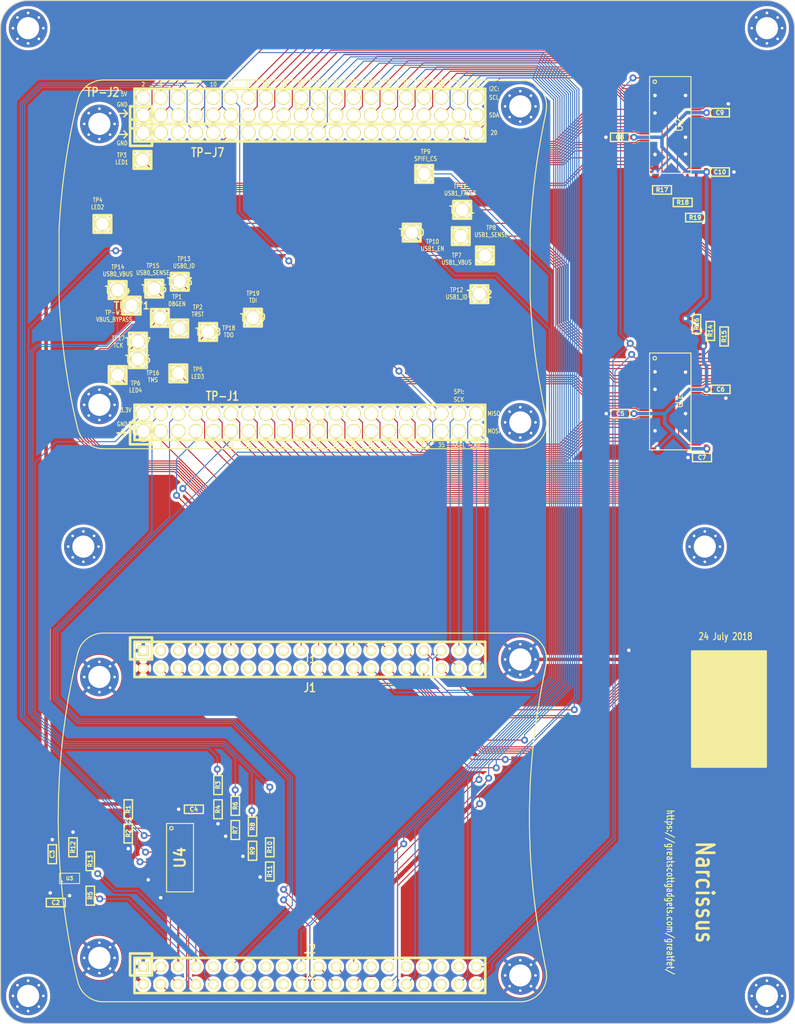
<source format=kicad_pcb>
(kicad_pcb (version 20221018) (generator pcbnew)
  (title_block (title "Narcissus") (date "2018-07-24") (company "Copyright 2018 Great Scott Gadgets") (comment 1 "License: BSD-3-Clause") (comment 2 "https://greatscottgadgets.com/greatfet/"))
  (layers (0 "F.Cu" signal) (31 "B.Cu" signal) (34 "B.Paste" user) (35 "F.Paste" user) (36 "B.SilkS" user "B.Silkscreen") (37 "F.SilkS" user "F.Silkscreen") (38 "B.Mask" user) (39 "F.Mask" user) (44 "Edge.Cuts" user))
  (net 0 "")
  (net 1 "GND")
  (net 2 "VCC")
  (net 3 "/P0_0")
  (net 4 "/P0_1")
  (net 5 "/P1_0")
  (net 6 "/CLK0")
  (net 7 "/P5_3")
  (net 8 "/P1_12")
  (net 9 "/P1_11")
  (net 10 "/P5_5")
  (net 11 "/P1_14")
  (net 12 "/P1_13")
  (net 13 "/P5_6")
  (net 14 "/P1_15")
  (net 15 "/P5_7")
  (net 16 "/P1_16")
  (net 17 "/P1_18")
  (net 18 "/P1_17")
  (net 19 "/P9_5")
  (net 20 "/P9_6")
  (net 21 "/P2_0")
  (net 22 "/P6_0")
  (net 23 "/P1_19")
  (net 24 "/P1_20")
  (net 25 "/P1_3")
  (net 26 "/P1_4")
  (net 27 "/P4_8")
  (net 28 "/P4_7")
  (net 29 "/P4_6")
  (net 30 "/P4_5")
  (net 31 "/P4_4")
  (net 32 "/P4_2")
  (net 33 "/ADC0_0")
  (net 34 "/P4_0")
  (net 35 "/P3_7")
  (net 36 "/P3_6")
  (net 37 "/P3_3")
  (net 38 "/PF_4")
  (net 39 "/P3_2")
  (net 40 "/P7_2")
  (net 41 "/P3_1")
  (net 42 "/P7_1")
  (net 43 "/P3_0")
  (net 44 "/P2_4")
  (net 45 "/P2_3")
  (net 46 "/I2C0_SDA")
  (net 47 "/I2C0_SCL")
  (net 48 "+5V")
  (net 49 "/EUT_5V")
  (net 50 "Net-(R1-Pad2)")
  (net 51 "Net-(R3-Pad2)")
  (net 52 "/EUT_VCC")
  (net 53 "Net-(R6-Pad2)")
  (net 54 "Net-(R6-Pad1)")
  (net 55 "Net-(R8-Pad2)")
  (net 56 "Net-(R10-Pad2)")
  (net 57 "Net-(R12-Pad1)")
  (net 58 "/U1_IO0_0")
  (net 59 "/U1_IO0_1")
  (net 60 "/U1_IO4_5")
  (net 61 "/U1_IO0_3")
  (net 62 "/U1_IO4_4")
  (net 63 "/U1_IO4_3")
  (net 64 "/U1_IO0_4")
  (net 65 "/U1_IO4_2")
  (net 66 "/U1_IO0_5")
  (net 67 "/U1_IO4_1")
  (net 68 "/U1_IO0_6")
  (net 69 "/U1_IO4_0")
  (net 70 "/U1_IO0_7")
  (net 71 "/U1_IO3_7")
  (net 72 "/U1_IO1_0")
  (net 73 "/U1_IO3_6")
  (net 74 "/U1_IO1_1")
  (net 75 "/U1_IO3_5")
  (net 76 "/U1_IO1_2")
  (net 77 "/U1_IO3_4")
  (net 78 "/U1_IO1_3")
  (net 79 "/U1_IO3_3")
  (net 80 "/U1_IO1_4")
  (net 81 "/U1_IO3_2")
  (net 82 "/U1_IO1_5")
  (net 83 "/U1_IO3_1")
  (net 84 "/U1_IO1_6")
  (net 85 "/U1_IO3_0")
  (net 86 "/U1_IO1_7")
  (net 87 "/U2_IO0_0")
  (net 88 "/U2_IO0_5")
  (net 89 "/U2_IO4_1")
  (net 90 "/EUT_ADC0_0")
  (net 91 "/U2_IO4_0")
  (net 92 "/U2_IO0_6")
  (net 93 "/U2_IO3_7")
  (net 94 "/U2_IO0_7")
  (net 95 "/U2_IO3_6")
  (net 96 "/U2_IO1_0")
  (net 97 "/U2_IO3_5")
  (net 98 "/U2_IO1_1")
  (net 99 "/U2_IO3_4")
  (net 100 "/U1_IO2_0")
  (net 101 "/U2_IO3_3")
  (net 102 "/U2_IO1_2")
  (net 103 "/U2_IO3_2")
  (net 104 "/U2_IO1_3")
  (net 105 "/U2_IO1_4")
  (net 106 "/U2_IO1_5")
  (net 107 "/U2_IO1_6")
  (net 108 "/U2_IO1_7")
  (net 109 "/U2_IO2_0")
  (net 110 "/U2_IO2_5")
  (net 111 "/U2_IO2_1")
  (net 112 "/U2_IO2_4")
  (net 113 "/U2_IO0_1")
  (net 114 "/U1_IO2_2")
  (net 115 "/U1_IO2_3")
  (net 116 "/EUT_ADC0_5")
  (net 117 "/EUT_ADC0_2")
  (net 118 "/U1_IO2_6")
  (net 119 "/U1_IO2_5")
  (net 120 "/U1_IO2_4")
  (net 121 "/U1_IO2_1")
  (net 122 "/U2_IO0_2")
  (net 123 "/U1_IO0_2")
  (net 124 "/U2_IO4_7")
  (net 125 "/U2_IO4_6")
  (net 126 "/U2_IO4_5")
  (net 127 "/U2_IO4_4")
  (net 128 "/U2_IO4_3")
  (net 129 "/U2_IO4_2")
  (net 130 "/U2_IO0_3")
  (net 131 "/U2_IO0_4")
  (net 132 "/U2_IO2_6")
  (net 133 "/U2_IO2_3")
  (net 134 "/U2_IO2_7")
  (net 135 "/U2_IO2_2")
  (net 136 "/U1_IO2_7")
  (net 137 "/U2_IO3_1")
  (net 138 "/U2_IO3_0")
  (net 139 "/U1_IO4_6")
  (net 140 "/U1_IO4_7")
  (net 141 "Net-(MH5-Pad1)")
  (net 142 "Net-(MH6-Pad1)")
  (net 143 "Net-(MH7-Pad1)")
  (net 144 "Net-(MH8-Pad1)")
  (net 145 "Net-(R3-Pad1)")
  (net 146 "Net-(R8-Pad1)")
  (net 147 "Net-(MH9-Pad1)")
  (net 148 "Net-(MH10-Pad1)")
  (net 149 "Net-(MH11-Pad1)")
  (net 150 "Net-(MH12-Pad1)")
  (net 151 "Net-(MH13-Pad1)")
  (net 152 "Net-(MH14-Pad1)")
  (net 153 "/P4_9")
  (net 154 "/P4_10")
  (net 155 "/P5_0")
  (net 156 "/P5_1")
  (net 157 "/P1_1")
  (net 158 "/P1_2")
  (net 159 "/P1_5")
  (net 160 "/P5_2")
  (net 161 "/P1_7")
  (net 162 "/P1_6")
  (net 163 "/P1_9")
  (net 164 "/P1_8")
  (net 165 "/P1_10")
  (net 166 "/P5_4")
  (net 167 "/P4_3")
  (net 168 "/CLK2")
  (net 169 "/P2_8")
  (net 170 "/P2_7")
  (net 171 "/P2_6")
  (net 172 "/P7_7")
  (net 173 "/WAKEUP0")
  (net 174 "/P2_5")
  (net 175 "/P7_0")
  (net 176 "/P3_4")
  (net 177 "/P6_8")
  (net 178 "/P6_7")
  (net 179 "/P2_2")
  (net 180 "/P6_6")
  (net 181 "/P2_1")
  (net 182 "/P6_3")
  (net 183 "/P3_5")
  (footprint "gsg-modules:0603" (layer "F.Cu") (at 151.5 169 -90)
    (fp_text reference "R1")
    (fp_text value "12.0k" hide)
  )
  (footprint "gsg-modules:0603" (layer "F.Cu") (at 151.5 172.5 -90)
    (fp_text reference "R2")
    (fp_text value "12.0k" hide)
  )
  (footprint "gsg-modules:0603" (layer "F.Cu") (at 164.5 165.5 -90)
    (fp_text reference "R3")
    (fp_text value "12.0k" hide)
  )
  (footprint "gsg-modules:0603" (layer "F.Cu") (at 164.5 169 -90)
    (fp_text reference "R4")
    (fp_text value "12.0k" hide)
  )
  (footprint "gsg-modules:0603" (layer "F.Cu") (at 146 181.5 -90)
    (fp_text reference "R5")
    (fp_text value "12.0k" hide)
  )
  (footprint "gsg-modules:0603" (layer "F.Cu") (at 167 168.5 -90)
    (fp_text reference "R6")
    (fp_text value "12.0k" hide)
  )
  (footprint "gsg-modules:HOLE126MIL-COPPER" (layer "F.Cu") (at 147.32 69.85)
    (fp_text reference "MH5" hide)
    (fp_text value "MOUNTING_HOLE" hide)
  )
  (footprint "gsg-modules:HOLE126MIL-COPPER" (layer "F.Cu") (at 147.32 110.49)
    (fp_text reference "MH6" hide)
    (fp_text value "MOUNTING_HOLE" hide)
  )
  (footprint "gsg-modules:HOLE126MIL-COPPER" (layer "F.Cu") (at 208.28 113.03)
    (fp_text reference "MH7" hide)
    (fp_text value "MOUNTING_HOLE" hide)
  )
  (footprint "gsg-modules:HOLE126MIL-COPPER" (layer "F.Cu") (at 208.28 67.31)
    (fp_text reference "MH8" hide)
    (fp_text value "MOUNTING_HOLE" hide)
  )
  (footprint "gsg-modules:HEADER-2x20-TESTPROBE" (layer "F.Cu") (at 177.8 113.03)
    (fp_text reference "TP-J1")
    (fp_text value "EUT_NEIGHBOR1" hide)
  )
  (footprint "gsg-modules:HEADER-2x20-TESTPROBE" (layer "F.Cu") (at 177.8 67.31)
    (fp_text reference "TP-J2")
    (fp_text value "EUT_NEIGHBOR2" hide)
  )
  (footprint "gsg-modules:HEADER-1x20-TESTPROBE" (layer "F.Cu") (at 177.8 71.12)
    (fp_text reference "TP-J7")
    (fp_text value "EUT_BONUS_ROW" hide)
  )
  (footprint "gsg-modules:HEADER-1x1-TESTPROBE" (layer "F.Cu") (at 156.083 97.917)
    (fp_text reference "TP1")
    (fp_text value "DBGEN" hide)
  )
  (footprint "gsg-modules:HEADER-1x1-TESTPROBE" (layer "F.Cu") (at 158.877 99.441)
    (fp_text reference "TP2")
    (fp_text value "TRST" hide)
  )
  (footprint "gsg-modules:HEADER-1x1-TESTPROBE" (layer "F.Cu") (at 153.5557 75.057)
    (fp_text reference "TP3")
    (fp_text value "LED1" hide)
  )
  (footprint "gsg-modules:HEADER-1x1-TESTPROBE" (layer "F.Cu") (at 147.76 84.328)
    (fp_text reference "TP4")
    (fp_text value "LED2" hide)
  )
  (footprint "gsg-modules:HEADER-1x1-TESTPROBE" (layer "F.Cu") (at 158.75 105.9434)
    (fp_text reference "TP5")
    (fp_text value "LED3" hide)
  )
  (footprint "gsg-modules:HEADER-1x1-TESTPROBE" (layer "F.Cu") (at 149.96 106.18)
    (fp_text reference "TP6")
    (fp_text value "LED4" hide)
  )
  (footprint "gsg-modules:HEADER-1x1-TESTPROBE" (layer "F.Cu") (at 203.16 88.88)
    (fp_text reference "TP7")
    (fp_text value "USB1_VBUS" hide)
  )
  (footprint "gsg-modules:HEADER-1x1-TESTPROBE" (layer "F.Cu") (at 199.66 86.08)
    (fp_text reference "TP8")
    (fp_text value "USB1_SENSE" hide)
  )
  (footprint "gsg-modules:HEADER-1x1-TESTPROBE" (layer "F.Cu") (at 194.36 77.08)
    (fp_text reference "TP9")
    (fp_text value "SPIFI_CS" hide)
  )
  (footprint "gsg-modules:HEADER-1x1-TESTPROBE" (layer "F.Cu") (at 192.56 85.58)
    (fp_text reference "TP10")
    (fp_text value "USB1_EN" hide)
  )
  (footprint "gsg-modules:HEADER-1x1-TESTPROBE" (layer "F.Cu") (at 199.86 82.28)
    (fp_text reference "TP11")
    (fp_text value "USB1_FAULT" hide)
  )
  (footprint "gsg-modules:HEADER-1x1-TESTPROBE" (layer "F.Cu") (at 202.36 94.48)
    (fp_text reference "TP12")
    (fp_text value "USB1_ID" hide)
  )
  (footprint "gsg-modules:HEADER-1x1-TESTPROBE" (layer "F.Cu") (at 158.96 92.68)
    (fp_text reference "TP13")
    (fp_text value "USB0_ID" hide)
  )
  (footprint "gsg-modules:HEADER-1x1-TESTPROBE" (layer "F.Cu") (at 149.96 93.88)
    (fp_text reference "TP14")
    (fp_text value "USB0_VBUS" hide)
  )
  (footprint "gsg-modules:HEADER-1x1-TESTPROBE" (layer "F.Cu") (at 155.26 93.68)
    (fp_text reference "TP15")
    (fp_text value "USB0_SENSE" hide)
  )
  (footprint "gsg-modules:HEADER-1x1-TESTPROBE" (layer "F.Cu") (at 152.908 103.886)
    (fp_text reference "TP16")
    (fp_text value "TMS" hide)
  )
  (footprint "gsg-modules:HEADER-1x1-TESTPROBE" (layer "F.Cu") (at 152.908 101.346)
    (fp_text reference "TP17")
    (fp_text value "TCK" hide)
  )
  (footprint "gsg-modules:HEADER-1x1-TESTPROBE" (layer "F.Cu") (at 163.068 99.949)
    (fp_text reference "TP18")
    (fp_text value "TDO" hide)
  )
  (footprint "gsg-modules:HEADER-1x1-TESTPROBE" (layer "F.Cu") (at 169.56 97.88)
    (fp_text reference "TP19")
    (fp_text value "TDI" hide)
  )
  (footprint "gsg-modules:HEADER-1x1-TESTPROBE" (layer "F.Cu") (at 151.9937 96.139 180)
    (fp_text reference "TP-W1")
    (fp_text value "VBUS_BYPASS" hide)
  )
  (footprint "gsg-modules:0603" (layer "F.Cu") (at 141 182.5 180)
    (fp_text reference "C2")
    (fp_text value "1µF" hide)
  )
  (footprint "gsg-modules:0603" (layer "F.Cu") (at 140.5 175.5 90)
    (fp_text reference "C3")
    (fp_text value "1µF" hide)
  )
  (footprint "gsg-modules:0603" (layer "F.Cu") (at 161 169 180)
    (fp_text reference "C4")
    (fp_text value "100nF" hide)
  )
  (footprint "gsg-modules:0603" (layer "F.Cu") (at 222.758 111.76 180)
    (fp_text reference "C5")
    (fp_text value "100nF" hide)
  )
  (footprint "gsg-modules:0603" (layer "F.Cu") (at 237.2868 108.2548)
    (fp_text reference "C6")
    (fp_text value "100nF" hide)
  )
  (footprint "gsg-modules:0603" (layer "F.Cu") (at 234.5944 118.11 180)
    (fp_text reference "C7")
    (fp_text value "100nF" hide)
  )
  (footprint "gsg-modules:0603" (layer "F.Cu") (at 222.7072 71.7804 180)
    (fp_text reference "C8")
    (fp_text value "100nF" hide)
  )
  (footprint "gsg-modules:0603" (layer "F.Cu") (at 237.1852 68.2244)
    (fp_text reference "C9")
    (fp_text value "100nF" hide)
  )
  (footprint "gsg-modules:0603" (layer "F.Cu") (at 237.1852 76.8096)
    (fp_text reference "C10")
    (fp_text value "100nF" hide)
  )
  (footprint "gsg-modules:0603" (layer "F.Cu") (at 167 172 -90)
    (fp_text reference "R7")
    (fp_text value "12.0k" hide)
  )
  (footprint "gsg-modules:0603" (layer "F.Cu") (at 169.5 171.5 -90)
    (fp_text reference "R8")
    (fp_text value "12.0k" hide)
  )
  (footprint "gsg-modules:0603" (layer "F.Cu") (at 169.5 175 -90)
    (fp_text reference "R9")
    (fp_text value "12.0k" hide)
  )
  (footprint "gsg-modules:0603" (layer "F.Cu") (at 172 174.5 -90)
    (fp_text reference "R10")
    (fp_text value "12.0k" hide)
  )
  (footprint "gsg-modules:0603" (layer "F.Cu") (at 172 178 -90)
    (fp_text reference "R11")
    (fp_text value "12.0k" hide)
  )
  (footprint "gsg-modules:0603" (layer "F.Cu") (at 143.5 174.5 90)
    (fp_text reference "R12")
    (fp_text value "43.2k" hide)
  )
  (footprint "gsg-modules:0603" (layer "F.Cu") (at 146 176.5 -90)
    (fp_text reference "R13")
    (fp_text value "12.0k" hide)
  )
  (footprint "gsg-modules:0603" (layer "F.Cu") (at 235.8 99.8 -90)
    (fp_text reference "R14")
    (fp_text value "12.0k" hide)
  )
  (footprint "gsg-modules:0603" (layer "F.Cu") (at 237.8 100.6 -90)
    (fp_text reference "R15")
    (fp_text value "12.0k" hide)
  )
  (footprint "gsg-modules:0603" (layer "F.Cu") (at 233.8 98.8 -90)
    (fp_text reference "R16")
    (fp_text value "12.0k" hide)
  )
  (footprint "gsg-modules:0603" (layer "F.Cu") (at 228.8 79.4)
    (fp_text reference "R17")
    (fp_text value "12.0k" hide)
  )
  (footprint "gsg-modules:0603" (layer "F.Cu") (at 231.8 81.2 180)
    (fp_text reference "R18")
    (fp_text value "12.0k" hide)
  )
  (footprint "gsg-modules:0603" (layer "F.Cu") (at 233.6 83.4 180)
    (fp_text reference "R19")
    (fp_text value "12.0k" hide)
  )
  (footprint "gsg-modules:TSSOP56" (layer "F.Cu") (at 230 110)
    (fp_text reference "U1")
    (fp_text value "PCA9698" hide)
  )
  (footprint "gsg-modules:TSSOP56" (layer "F.Cu") (at 230 70)
    (fp_text reference "U2")
    (fp_text value "PCA9698" hide)
  )
  (footprint "gsg-modules:SOT457" (layer "F.Cu") (at 143 179)
    (fp_text reference "U3")
    (fp_text value "AP2553W6-7" hide)
  )
  (footprint "gsg-modules:SOIC16" (layer "F.Cu") (at 159 176)
    (fp_text reference "U4")
    (fp_text value "74HC4051" hide)
  )
  (footprint "gsg-modules:HEADER-2x20-REVERSE" (layer "F.Cu") (at 177.8 193.04)
    (fp_text reference "J2")
    (fp_text value "NEIGHBOR2" hide)
  )
  (footprint "gsg-modules:HEADER-2x20-REVERSE" (layer "F.Cu") (at 177.8 147.32)
    (fp_text reference "J1")
    (fp_text value "NEIGHBOR1" hide)
  )
  (footprint "gsg-modules:HOLE126MIL-COPPER" (layer "F.Cu") (at 137 56)
    (fp_text reference "MH9" hide)
    (fp_text value "MOUNTING_HOLE" hide)
  )
  (footprint "gsg-modules:HOLE126MIL-COPPER" (layer "F.Cu") (at 244 56)
    (fp_text reference "MH10" hide)
    (fp_text value "MOUNTING_HOLE" hide)
  )
  (footprint "gsg-modules:HOLE126MIL-COPPER" (layer "F.Cu") (at 244 196)
    (fp_text reference "MH11" hide)
    (fp_text value "MOUNTING_HOLE" hide)
  )
  (footprint "gsg-modules:HOLE126MIL-COPPER" (layer "F.Cu") (at 137 196)
    (fp_text reference "MH12" hide)
    (fp_text value "MOUNTING_HOLE" hide)
  )
  (footprint "gsg-modules:HOLE126MIL-COPPER" (layer "F.Cu") (at 235 131)
    (fp_text reference "MH13" hide)
    (fp_text value "MOUNTING_HOLE" hide)
  )
  (footprint "gsg-modules:HOLE126MIL-COPPER" (layer "F.Cu") (at 145 131)
    (fp_text reference "MH14" hide)
    (fp_text value "MOUNTING_HOLE" hide)
  )
  (footprint "gsg-modules:HOLE126MIL-COPPER" (layer "F.Cu") (at 147.32 149.86)
    (fp_text reference "MH1" hide)
    (fp_text value "MOUNTING_HOLE" hide)
  )
  (footprint "gsg-modules:HOLE126MIL-COPPER" (layer "F.Cu") (at 147.32 190.5)
    (fp_text reference "MH2" hide)
    (fp_text value "MOUNTING_HOLE" hide)
  )
  (footprint "gsg-modules:HOLE126MIL-COPPER" (layer "F.Cu") (at 208.28 193.04)
    (fp_text reference "MH3" hide)
    (fp_text value "MOUNTING_HOLE" hide)
  )
  (footprint "gsg-modules:HOLE126MIL-COPPER" (layer "F.Cu") (at 208.28 147.32)
    (fp_text reference "MH4" hide)
    (fp_text value "MOUNTING_HOLE" hide)
  )
  (gr_line (start 142.5448 105.664) (end 142.2654 103.7336) (stroke (width 0.15)) (layer "F.SilkS"))
  (gr_line (start 146.5072 196.596) (end 146.1262 196.4182) (stroke (width 0.15)) (layer "F.SilkS"))
  (gr_line (start 144.0688 66.8782) (end 143.764 68.2498) (stroke (width 0.15)) (layer "F.SilkS"))
  (gr_line (start 209.6262 172.72) (end 209.677 173.9646) (stroke (width 0.15)) (layer "F.SilkS"))
  (gr_line (start 209.6008 168.9354) (end 209.6008 170.053) (stroke (width 0.15)) (layer "F.SilkS"))
  (gr_line (start 144.78 195.2498) (end 144.6276 195.0212) (stroke (width 0.15)) (layer "F.SilkS"))
  (gr_line (start 151.384 71.374) (end 150.876 71.882) (stroke (width 0.2032)) (layer "F.SilkS"))
  (gr_line (start 209.7 92.1) (end 209.7 93.01) (stroke (width 0.15)) (layer "F.SilkS"))
  (gr_arc (start 208.28 143.51) (mid 210.974077 144.625923) (end 212.09 147.32) (stroke (width 0.15)) (layer "F.SilkS"))
  (gr_line (start 210.3882 102.8446) (end 210.6422 104.7242) (stroke (width 0.15)) (layer "F.SilkS"))
  (gr_line (start 147.3962 196.8246) (end 146.9898 196.7484) (stroke (width 0.15)) (layer "F.SilkS"))
  (gr_line (start 143.2306 150.7744) (end 142.7988 153.0604) (stroke (width 0.15)) (layer "F.SilkS"))
  (gr_line (start 141.478 93.0148) (end 141.478 94.9198) (stroke (width 0.15)) (layer "F.SilkS"))
  (gr_line (start 209.8294 177.038) (end 209.9818 179.0446) (stroke (width 0.15)) (layer "F.SilkS"))
  (gr_line (start 144.2212 146.304) (end 144.145 146.6088) (stroke (width 0.15)) (layer "F.SilkS"))
  (gr_line (start 144.1958 193.9544) (end 144.0942 193.5734) (stroke (width 0.15)) (layer "F.SilkS"))
  (gr_line (start 141.3764 168.656) (end 141.351 170.5102) (stroke (width 0.15)) (layer "F.SilkS"))
  (gr_line (start 209.8294 83.3882) (end 210.0072 81.153) (stroke (width 0.15)) (layer "F.SilkS"))
  (gr_line (start 144.7546 145.1356) (end 144.5768 145.415) (stroke (width 0.15)) (layer "F.SilkS"))
  (gr_line (start 147.8788 143.51) (end 208.28 143.51) (stroke (width 0.15)) (layer "F.SilkS"))
  (gr_line (start 143.764 148.2598) (end 143.2306 150.7744) (stroke (width 0.15)) (layer "F.SilkS"))
  (gr_line (start 210.6422 104.7242) (end 210.9724 106.807) (stroke (width 0.15)) (layer "F.SilkS"))
  (gr_line (start 211.3026 108.6358) (end 211.6328 110.3884) (stroke (width 0.15)) (layer "F.SilkS"))
  (gr_line (start 210.947 73.7362) (end 211.2518 71.9836) (stroke (width 0.15)) (layer "F.SilkS"))
  (gr_line (start 211.5566 70.358) (end 211.8868 68.7324) (stroke (width 0.15)) (layer "F.SilkS"))
  (gr_line (start 210.3882 182.8546) (end 210.6422 184.7342) (stroke (width 0.15)) (layer "F.SilkS"))
  (gr_line (start 144.5768 145.415) (end 144.399 145.7706) (stroke (width 0.15)) (layer "F.SilkS"))
  (gr_line (start 141.48 87.34) (end 141.48 88.23) (stroke (width 0.15)) (layer "F.SilkS"))
  (gr_line (start 210.2104 159.1564) (end 210.4136 157.3784) (stroke (width 0.15)) (layer "F.SilkS"))
  (gr_line (start 142.2654 103.7336) (end 142.0114 101.6508) (stroke (width 0.15)) (layer "F.SilkS"))
  (gr_line (start 142.7988 153.0604) (end 142.4686 155.194) (stroke (width 0.15)) (layer "F.SilkS"))
  (gr_line (start 142.7988 73.0504) (end 142.4686 75.184) (stroke (width 0.15)) (layer "F.SilkS"))
  (gr_line (start 144.9324 64.897) (end 144.7546 65.1256) (stroke (width 0.15)) (layer "F.SilkS"))
  (gr_line (start 208.28 116.84) (end 147.8788 116.84) (stroke (width 0.15)) (layer "F.SilkS"))
  (gr_line (start 141.4018 167.1066) (end 141.3764 168.656) (stroke (width 0.15)) (layer "F.SilkS"))
  (gr_line (start 147.8788 143.51) (end 147.447 143.5354) (stroke (width 0.15)) (layer "F.SilkS"))
  (gr_line (start 209.6008 170.053) (end 209.6008 171.323) (stroke (width 0.15)) (layer "F.SilkS"))
  (gr_line (start 151.384 71.374) (end 150.114 71.374) (stroke (width 0.2032)) (layer "F.SilkS"))
  (gr_line (start 145.2372 115.7732) (end 145.0086 115.5446) (stroke (width 0.15)) (layer "F.SilkS"))
  (gr_line (start 145.4912 196.0118) (end 145.2372 195.7832) (stroke (width 0.15)) (layer "F.SilkS"))
  (gr_line (start 142.9004 187.8584) (end 142.5448 185.674) (stroke (width 0.15)) (layer "F.SilkS"))
  (gr_line (start 146.9898 116.7384) (end 146.5072 116.586) (stroke (width 0.15)) (layer "F.SilkS"))
  (gr_line (start 147.8788 196.85) (end 147.3962 196.8246) (stroke (width 0.15)) (layer "F.SilkS"))
  (gr_line (start 143.2814 109.9058) (end 142.9004 107.8484) (stroke (width 0.15)) (layer "F.SilkS"))
  (gr_line (start 141.7574 81.1784) (end 141.6304 82.7024) (stroke (width 0.15)) (layer "F.SilkS"))
  (gr_line (start 142.0114 101.6508) (end 141.8082 99.7712) (stroke (width 0.15)) (layer "F.SilkS"))
  (gr_line (start 141.6304 162.7124) (end 141.5034 164.6428) (stroke (width 0.15)) (layer "F.SilkS"))
  (gr_line (start 151.13 114.554) (end 149.86 114.554) (stroke (width 0.2032)) (layer "F.SilkS"))
  (gr_line (start 212.0392 112.4204) (end 212.09 113.03) (stroke (width 0.15)) (layer "F.SilkS"))
  (gr_line (start 147.3962 116.8146) (end 146.9898 116.7384) (stroke (width 0.15)) (layer "F.SilkS"))
  (gr_line (start 142.5448 185.674) (end 142.2654 183.7436) (stroke (width 0.15)) (layer "F.SilkS"))
  (gr_line (start 144.145 146.6088) (end 144.0688 146.8882) (stroke (width 0.15)) (layer "F.SilkS"))
  (gr_line (start 142.4686 75.184) (end 142.1892 77.1906) (stroke (width 0.15)) (layer "F.SilkS"))
  (gr_line (start 143.2814 189.9158) (end 142.9004 187.8584) (stroke (width 0.15)) (layer "F.SilkS"))
  (gr_line (start 141.9606 159.131) (end 141.7574 161.1884) (stroke (width 0.15)) (layer "F.SilkS"))
  (gr_line (start 147.447 143.5354) (end 146.9898 143.6116) (stroke (width 0.15)) (layer "F.SilkS"))
  (gr_line (start 144.1958 113.9444) (end 144.0942 113.5634) (stroke (width 0.15)) (layer "F.SilkS"))
  (gr_line (start 209.7024 165.4302) (end 209.8294 163.3982) (stroke (width 0.15)) (layer "F.SilkS"))
  (gr_line (start 211.2518 151.9936) (end 211.5566 150.368) (stroke (width 0.15)) (layer "F.SilkS"))
  (gr_line (start 209.6516 167.2844) (end 209.6008 168.9354) (stroke (width 0.15)) (layer "F.SilkS"))
  (gr_line (start 142.2654 183.7436) (end 142.0114 181.6608) (stroke (width 0.15)) (layer "F.SilkS"))
  (gr_line (start 144.6276 195.0212) (end 144.4498 194.691) (stroke (width 0.15)) (layer "F.SilkS"))
  (gr_line (start 211.8868 111.7092) (end 212.0392 112.4204) (stroke (width 0.15)) (layer "F.SilkS"))
  (gr_line (start 209.7024 94.9198) (end 209.8294 97.028) (stroke (width 0.15)) (layer "F.SilkS"))
  (gr_line (start 144.399 145.7706) (end 144.2974 146.0246) (stroke (width 0.15)) (layer "F.SilkS"))
  (gr_line (start 209.7024 93.0148) (end 209.7024 94.9198) (stroke (width 0.15)) (layer "F.SilkS"))
  (gr_line (start 141.4272 173.863) (end 141.478 174.9298) (stroke (width 0.15)) (layer "F.SilkS"))
  (gr_line (start 145.4404 64.389) (end 145.1356 64.6684) (stroke (width 0.15)) (layer "F.SilkS"))
  (gr_line (start 144.78 115.2398) (end 144.6276 115.0112) (stroke (width 0.15)) (layer "F.SilkS"))
  (gr_line (start 141.5034 164.6428) (end 141.478 165.4302) (stroke (width 0.15)) (layer "F.SilkS"))
  (gr_line (start 147.8788 63.5) (end 147.447 63.5254) (stroke (width 0.15)) (layer "F.SilkS"))
  (gr_line (start 145.0086 115.5446) (end 144.78 115.2398) (stroke (width 0.15)) (layer "F.SilkS"))
  (gr_line (start 210.6676 75.4888) (end 210.947 73.7362) (stroke (width 0.15)) (layer "F.SilkS"))
  (gr_line (start 146.9898 143.6116) (end 146.5834 143.7386) (stroke (width 0.15)) (layer "F.SilkS"))
  (gr_arc (start 212.09 113.03) (mid 210.974077 115.724077) (end 208.28 116.84) (stroke (width 0.15)) (layer "F.SilkS"))
  (gr_line (start 145.8468 116.2558) (end 145.4912 116.0018) (stroke (width 0.15)) (layer "F.SilkS"))
  (gr_arc (start 212.09 193.04) (mid 210.974077 195.734077) (end 208.28 196.85) (stroke (width 0.15)) (layer "F.SilkS"))
  (gr_line (start 146.5072 116.586) (end 146.1262 116.4082) (stroke (width 0.15)) (layer "F.SilkS"))
  (gr_line (start 143.8402 192.532) (end 143.2814 189.9158) (stroke (width 0.15)) (layer "F.SilkS"))
  (gr_line (start 141.3764 172.4152) (end 141.4272 173.863) (stroke (width 0.15)) (layer "F.SilkS"))
  (gr_line (start 141.8082 99.7712) (end 141.6558 97.9424) (stroke (width 0.15)) (layer "F.SilkS"))
  (gr_line (start 209.6008 171.323) (end 209.6262 172.72) (stroke (width 0.15)) (layer "F.SilkS"))
  (gr_line (start 143.8402 112.522) (end 143.2814 109.9058) (stroke (width 0.15)) (layer "F.SilkS"))
  (gr_line (start 144.2212 66.294) (end 144.145 66.5988) (stroke (width 0.15)) (layer "F.SilkS"))
  (gr_line (start 211.6328 110.3884) (end 211.8868 111.7092) (stroke (width 0.15)) (layer "F.SilkS"))
  (gr_line (start 142.4686 155.194) (end 142.1892 157.2006) (stroke (width 0.15)) (layer "F.SilkS"))
  (gr_line (start 141.8082 179.7812) (end 141.6558 177.9524) (stroke (width 0.15)) (layer "F.SilkS"))
  (gr_line (start 145.2372 195.7832) (end 145.0086 195.5546) (stroke (width 0.15)) (layer "F.SilkS"))
  (gr_line (start 151.13 114.554) (end 150.622 115.062) (stroke (width 0.2032)) (layer "F.SilkS"))
  (gr_line (start 145.4912 116.0018) (end 145.2372 115.7732) (stroke (width 0.15)) (layer "F.SilkS"))
  (gr_line (start 209.7024 85.4202) (end 209.8294 83.3882) (stroke (width 0.15)) (layer "F.SilkS"))
  (gr_line (start 211.6328 190.3984) (end 211.8868 191.7192) (stroke (width 0.15)) (layer "F.SilkS"))
  (gr_line (start 146.9898 63.6016) (end 146.5834 63.7286) (stroke (width 0.15)) (layer "F.SilkS"))
  (gr_line (start 142.9004 107.8484) (end 142.5448 105.664) (stroke (width 0.15)) (layer "F.SilkS"))
  (gr_line (start 143.2306 70.7644) (end 142.7988 73.0504) (stroke (width 0.15)) (layer "F.SilkS"))
  (gr_line (start 141.6558 97.9424) (end 141.5288 96.2152) (stroke (width 0.15)) (layer "F.SilkS"))
  (gr_line (start 146.1262 196.4182) (end 145.8468 196.2658) (stroke (width 0.15)) (layer "F.SilkS"))
  (gr_line (start 142.1892 77.1906) (end 141.9606 79.121) (stroke (width 0.15)) (layer "F.SilkS"))
  (gr_line (start 142.0114 181.6608) (end 141.8082 179.7812) (stroke (width 0.15)) (layer "F.SilkS"))
  (gr_line (start 146.9898 196.7484) (end 146.5072 196.596) (stroke (width 0.15)) (layer "F.SilkS"))
  (gr_line (start 209.7024 87.3252) (end 209.7024 85.4202) (stroke (width 0.15)) (layer "F.SilkS"))
  (gr_arc (start 208.28 63.5) (mid 210.974077 64.615923) (end 212.09 67.31) (stroke (width 0.15)) (layer "F.SilkS"))
  (gr_line (start 211.8868 191.7192) (end 212.0392 192.4304) (stroke (width 0.15)) (layer "F.SilkS"))
  (gr_line (start 147.447 63.5254) (end 146.9898 63.6016) (stroke (width 0.15)) (layer "F.SilkS"))
  (gr_line (start 151.384 68.326) (end 150.876 67.818) (stroke (width 0.2032)) (layer "F.SilkS"))
  (gr_line (start 144.399 65.7606) (end 144.2974 66.0146) (stroke (width 0.15)) (layer "F.SilkS"))
  (gr_line (start 141.5288 176.2252) (end 141.478 174.9298) (stroke (width 0.15)) (layer "F.SilkS"))
  (gr_line (start 211.3026 188.6458) (end 211.6328 190.3984) (stroke (width 0.15)) (layer "F.SilkS"))
  (gr_line (start 210.4136 77.3684) (end 210.6676 75.4888) (stroke (width 0.15)) (layer "F.SilkS"))
  (gr_line (start 209.9818 179.0446) (end 210.1596 180.9242) (stroke (width 0.15)) (layer "F.SilkS"))
  (gr_line (start 209.7024 165.4302) (end 209.6516 167.2844) (stroke (width 0.15)) (layer "F.SilkS"))
  (gr_line (start 210.0072 161.163) (end 210.2104 159.1564) (stroke (width 0.15)) (layer "F.SilkS"))
  (gr_line (start 146.5834 143.7386) (end 146.1262 143.9418) (stroke (width 0.15)) (layer "F.SilkS"))
  (gr_line (start 144.5768 65.405) (end 144.399 65.7606) (stroke (width 0.15)) (layer "F.SilkS"))
  (gr_line (start 209.8294 97.028) (end 209.9818 99.0346) (stroke (width 0.15)) (layer "F.SilkS"))
  (gr_line (start 210.9724 186.817) (end 211.3026 188.6458) (stroke (width 0.15)) (layer "F.SilkS"))
  (gr_line (start 146.1262 143.9418) (end 145.7706 144.145) (stroke (width 0.15)) (layer "F.SilkS"))
  (gr_line (start 150.114 68.326) (end 151.384 68.326) (stroke (width 0.2032)) (layer "F.SilkS"))
  (gr_line (start 141.351 170.5102) (end 141.3764 172.4152) (stroke (width 0.15)) (layer "F.SilkS"))
  (gr_line (start 210.6676 155.4988) (end 210.947 153.7462) (stroke (width 0.15)) (layer "F.SilkS"))
  (gr_line (start 210.0072 81.153) (end 210.2104 79.1464) (stroke (width 0.15)) (layer "F.SilkS"))
  (gr_line (start 144.0942 113.5634) (end 143.8402 112.522) (stroke (width 0.15)) (layer "F.SilkS"))
  (gr_line (start 146.5834 63.7286) (end 146.1262 63.9318) (stroke (width 0.15)) (layer "F.SilkS"))
  (gr_line (start 211.8868 68.7324) (end 212.0138 68.0466) (stroke (width 0.15)) (layer "F.SilkS"))
  (gr_line (start 144.9324 144.907) (end 144.7546 145.1356) (stroke (width 0.15)) (layer "F.SilkS"))
  (gr_line (start 141.9606 79.121) (end 141.7574 81.1784) (stroke (width 0.15)) (layer "F.SilkS"))
  (gr_line (start 210.4136 157.3784) (end 210.6676 155.4988) (stroke (width 0.15)) (layer "F.SilkS"))
  (gr_line (start 212.0138 148.0566) (end 212.09 147.32) (stroke (width 0.15)) (layer "F.SilkS"))
  (gr_line (start 151.384 71.374) (end 150.876 70.866) (stroke (width 0.2032)) (layer "F.SilkS"))
  (gr_line (start 211.8868 148.7424) (end 212.0138 148.0566) (stroke (width 0.15)) (layer "F.SilkS"))
  (gr_line (start 151.384 68.326) (end 150.876 68.834) (stroke (width 0.2032)) (layer "F.SilkS"))
  (gr_line (start 146.1262 116.4082) (end 145.8468 116.2558) (stroke (width 0.15)) (layer "F.SilkS"))
  (gr_line (start 144.4498 114.681) (end 144.2974 114.3254) (stroke (width 0.15)) (layer "F.SilkS"))
  (gr_line (start 142.1892 157.2006) (end 141.9606 159.131) (stroke (width 0.15)) (layer "F.SilkS"))
  (gr_line (start 210.6422 184.7342) (end 210.9724 186.817) (stroke (width 0.15)) (layer "F.SilkS"))
  (gr_line (start 144.145 66.5988) (end 144.0688 66.8782) (stroke (width 0.15)) (layer "F.SilkS"))
  (gr_line (start 147.8788 63.5) (end 208.28 63.5) (stroke (width 0.15)) (layer "F.SilkS"))
  (gr_line (start 141.478 87.3252) (end 141.478 85.4202) (stroke (width 0.15)) (layer "F.SilkS"))
  (gr_line (start 144.4498 194.691) (end 144.2974 194.3354) (stroke (width 0.15)) (layer "F.SilkS"))
  (gr_line (start 141.478 165.4302) (end 141.4018 167.1066) (stroke (width 0.15)) (layer "F.SilkS"))
  (gr_line (start 211.5566 150.368) (end 211.8868 148.7424) (stroke (width 0.15)) (layer "F.SilkS"))
  (gr_line (start 144.2974 114.3254) (end 144.1958 113.9444) (stroke (width 0.15)) (layer "F.SilkS"))
  (gr_line (start 211.2518 71.9836) (end 211.5566 70.358) (stroke (width 0.15)) (layer "F.SilkS"))
  (gr_line (start 212.0392 192.4304) (end 212.09 193.04) (stroke (width 0.15)) (layer "F.SilkS"))
  (gr_line (start 210.1596 100.9142) (end 210.3882 102.8446) (stroke (width 0.15)) (layer "F.SilkS"))
  (gr_line (start 147.8788 116.84) (end 147.3962 116.8146) (stroke (width 0.15)) (layer "F.SilkS"))
  (gr_line (start 144.0688 146.8882) (end 143.764 148.2598) (stroke (width 0.15)) (layer "F.SilkS"))
  (gr_line (start 210.1596 180.9242) (end 210.3882 182.8546) (stroke (width 0.15)) (layer "F.SilkS"))
  (gr_line (start 212.0138 68.0466) (end 212.09 67.31) (stroke (width 0.15)) (layer "F.SilkS"))
  (gr_line (start 144.2974 146.0246) (end 144.2212 146.304) (stroke (width 0.15)) (layer "F.SilkS"))
  (gr_line (start 209.9818 99.0346) (end 210.1596 100.9142) (stroke (width 0.15)) (layer "F.SilkS"))
  (gr_line (start 141.478 88.2396) (end 141.478 92.1004) (stroke (width 0.15)) (layer "F.SilkS"))
  (gr_line (start 141.7574 161.1884) (end 141.6304 162.7124) (stroke (width 0.15)) (layer "F.SilkS"))
  (gr_line (start 209.7024 88.2396) (end 209.7024 92.1004) (stroke (width 0.15)) (layer "F.SilkS"))
  (gr_line (start 141.6558 177.9524) (end 141.5288 176.2252) (stroke (width 0.15)) (layer "F.SilkS"))
  (gr_line (start 209.8294 163.3982) (end 210.0072 161.163) (stroke (width 0.15)) (layer "F.SilkS"))
  (gr_line (start 141.5288 96.2152) (end 141.478 94.9198) (stroke (width 0.15)) (layer "F.SilkS"))
  (gr_line (start 144.0942 193.5734) (end 143.8402 192.532) (stroke (width 0.15)) (layer "F.SilkS"))
  (gr_line (start 210.947 153.7462) (end 211.2518 151.9936) (stroke (width 0.15)) (layer "F.SilkS"))
  (gr_line (start 144.7546 65.1256) (end 144.5768 65.405) (stroke (width 0.15)) (layer "F.SilkS"))
  (gr_line (start 145.4404 144.399) (end 145.1356 144.6784) (stroke (width 0.15)) (layer "F.SilkS"))
  (gr_line (start 210.2104 79.1464) (end 210.4136 77.3684) (stroke (width 0.15)) (layer "F.SilkS"))
  (gr_line (start 144.2974 194.3354) (end 144.1958 193.9544) (stroke (width 0.15)) (layer "F.SilkS"))
  (gr_line (start 209.7024 174.9298) (end 209.8294 177.038) (stroke (width 0.15)) (layer "F.SilkS"))
  (gr_line (start 151.13 114.554) (end 150.622 114.046) (stroke (width 0.2032)) (layer "F.SilkS"))
  (gr_line (start 143.764 68.2498) (end 143.2306 70.7644) (stroke (width 0.15)) (layer "F.SilkS"))
  (gr_line (start 141.48 92.11) (end 141.48 93.01) (stroke (width 0.15)) (layer "F.SilkS"))
  (gr_line (start 208.28 196.85) (end 147.8788 196.85) (stroke (width 0.15)) (layer "F.SilkS"))
  (gr_line (start 145.7706 64.135) (end 145.4404 64.389) (stroke (width 0.15)) (layer "F.SilkS"))
  (gr_line (start 144.2974 66.0146) (end 144.2212 66.294) (stroke (width 0.15)) (layer "F.SilkS"))
  (gr_line (start 144.6276 115.0112) (end 144.4498 114.681) (stroke (width 0.15)) (layer "F.SilkS"))
  (gr_line (start 145.8468 196.2658) (end 145.4912 196.0118) (stroke (width 0.15)) (layer "F.SilkS"))
  (gr_line (start 141.6304 82.7024) (end 141.5034 84.6328) (stroke (width 0.15)) (layer "F.SilkS"))
  (gr_line (start 145.1356 144.6784) (end 144.9324 144.907) (stroke (width 0.15)) (layer "F.SilkS"))
  (gr_line (start 146.1262 63.9318) (end 145.7706 64.135) (stroke (width 0.15)) (layer "F.SilkS"))
  (gr_line (start 141.5034 84.6328) (end 141.478 85.4202) (stroke (width 0.15)) (layer "F.SilkS"))
  (gr_line (start 145.7706 144.145) (end 145.4404 144.399) (stroke (width 0.15)) (layer "F.SilkS"))
  (gr_line (start 209.7 87.33) (end 209.7 88.23) (stroke (width 0.15)) (layer "F.SilkS"))
  (gr_line (start 210.9724 106.807) (end 211.3026 108.6358) (stroke (width 0.15)) (layer "F.SilkS"))
  (gr_line (start 145.0086 195.5546) (end 144.78 195.2498) (stroke (width 0.15)) (layer "F.SilkS"))
  (gr_line (start 145.1356 64.6684) (end 144.9324 64.897) (stroke (width 0.15)) (layer "F.SilkS"))
  (gr_line (start 209.677 173.9646) (end 209.7024 174.9298) (stroke (width 0.15)) (layer "F.SilkS"))
  (gr_arc (start 133 56) (mid 134.171573 53.171573) (end 137 52) (stroke (width 0.15)) (layer "Edge.Cuts"))
  (gr_line (start 244 52) (end 137 52) (stroke (width 0.15)) (layer "Edge.Cuts"))
  (gr_arc (start 244 52) (mid 246.828427 53.171573) (end 248 56) (stroke (width 0.15)) (layer "Edge.Cuts"))
  (gr_arc (start 248 196) (mid 246.828427 198.828427) (end 244 200) (stroke (width 0.15)) (layer "Edge.Cuts"))
  (gr_line (start 133 196) (end 133 56) (stroke (width 0.15)) (layer "Edge.Cuts"))
  (gr_line (start 137 200) (end 244 200) (stroke (width 0.15)) (layer "Edge.Cuts"))
  (gr_arc (start 137 200) (mid 134.171573 198.828427) (end 133 196) (stroke (width 0.15)) (layer "Edge.Cuts"))
  (gr_line (start 248 56) (end 248 196) (stroke (width 0.15)) (layer "Edge.Cuts"))
  (gr_text "TP-J1" (at 165.15 109.23) (layer "F.SilkS") (effects (font (size 1.27 1.016) (thickness 0.2032))))
  (gr_text "TP-J2" (at 147.8 65.27) (layer "F.SilkS") (effects (font (size 1.27 1.016) (thickness 0.2032))))
  (gr_text "TP-J7" (at 163 74) (layer "F.SilkS") (effects (font (size 1.27 1.016) (thickness 0.2032))))
  (gr_text "MOSI" (at 204.47 114.3) (layer "F.SilkS") (effects (font (size 0.635 0.508) (thickness 0.1016))))
  (gr_text "MISO" (at 204.47 111.76) (layer "F.SilkS") (effects (font (size 0.635 0.508) (thickness 0.1016))))
  (gr_text "SSEL" (at 199.39 116.332) (layer "F.SilkS") (effects (font (size 0.635 0.508) (thickness 0.1016))))
  (gr_text "SCK" (at 199.39 109.728) (layer "F.SilkS") (effects (font (size 0.635 0.508) (thickness 0.1016))))
  (gr_text "SDA" (at 204.47 68.58) (layer "F.SilkS") (effects (font (size 0.635 0.508) (thickness 0.1016))))
  (gr_text "SCL" (at 204.47 66.04) (layer "F.SilkS") (effects (font (size 0.635 0.508) (thickness 0.1016))))
  (gr_text "I2C:" (at 204.47 64.77) (layer "F.SilkS") (effects (font (size 0.635 0.508) (thickness 0.1016))))
  (gr_text "SPI:" (at 199.39 108.585) (layer "F.SilkS") (effects (font (size 0.635 0.508) (thickness 0.1016))))
  (gr_text "GND" (at 150.622 113.284) (layer "F.SilkS") (effects (font (size 0.635 0.508) (thickness 0.1016))))
  (gr_text "3.3V" (at 151.13 111.252) (layer "F.SilkS") (effects (font (size 0.635 0.508) (thickness 0.1016))))
  (gr_text "5V" (at 150.876 65.532) (layer "F.SilkS") (effects (font (size 0.635 0.508) (thickness 0.1016))))
  (gr_text "GND" (at 150.622 67.056) (layer "F.SilkS") (effects (font (size 0.635 0.508) (thickness 0.1016))))
  (gr_text "https://greatscottgadgets.com/greatfet/" (at 230 181 270) (layer "F.SilkS") (effects (font (size 1.016 0.762) (thickness 0.1524))))
  (gr_text "24 July 2018" (at 238 144) (layer "F.SilkS") (effects (font (size 1.016 0.762) (thickness 0.1524))))
  (gr_text "3" (at 156.21 116.2939) (layer "F.SilkS") (effects (font (size 0.635 0.508) (thickness 0.1016))))
  (gr_text "5" (at 158.75 116.2939) (layer "F.SilkS") (effects (font (size 0.635 0.508) (thickness 0.1016))))
  (gr_text "7" (at 161.29 116.2939) (layer "F.SilkS") (effects (font (size 0.635 0.508) (thickness 0.1016))))
  (gr_text "9" (at 163.83 116.2939) (layer "F.SilkS") (effects (font (size 0.635 0.508) (thickness 0.1016))))
  (gr_text "11" (at 166.37 116.2939) (layer "F.SilkS") (effects (font (size 0.635 0.508) (thickness 0.1016))))
  (gr_text "13" (at 168.91 116.2939) (layer "F.SilkS") (effects (font (size 0.635 0.508) (thickness 0.1016))))
  (gr_text "15" (at 171.45 116.2939) (layer "F.SilkS") (effects (font (size 0.635 0.508) (thickness 0.1016))))
  (gr_text "17" (at 173.99 116.2939) (layer "F.SilkS") (effects (font (size 0.635 0.508) (thickness 0.1016))))
  (gr_text "19" (at 176.53 116.2939) (layer "F.SilkS") (effects (font (size 0.635 0.508) (thickness 0.1016))))
  (gr_text "21" (at 179.07 116.2939) (layer "F.SilkS") (effects (font (size 0.635 0.508) (thickness 0.1016))))
  (gr_text "23" (at 181.61 116.2939) (layer "F.SilkS") (effects (font (size 0.635 0.508) (thickness 0.1016))))
  (gr_text "25" (at 184.15 116.2939) (layer "F.SilkS") (effects (font (size 0.635 0.508) (thickness 0.1016))))
  (gr_text "27" (at 186.69 116.2939) (layer "F.SilkS") (effects (font (size 0.635 0.508) (thickness 0.1016))))
  (gr_text "29" (at 189.23 116.2939) (layer "F.SilkS") (effects (font (size 0.635 0.508) (thickness 0.1016))))
  (gr_text "31" (at 191.77 116.2939) (layer "F.SilkS") (effects (font (size 0.635 0.508) (thickness 0.1016))))
  (gr_text "33" (at 194.31 116.2939) (layer "F.SilkS") (effects (font (size 0.635 0.508) (thickness 0.1016))))
  (gr_text "35" (at 196.85 116.2939) (layer "F.SilkS") (effects (font (size 0.635 0.508) (thickness 0.1016))))
  (gr_text "39" (at 201.93 116.2939) (layer "F.SilkS") (effects (font (size 0.635 0.508) (thickness 0.1016))))
  (gr_text "2" (at 153.67 64.135) (layer "F.SilkS") (effects (font (size 0.635 0.508) (thickness 0.1016))))
  (gr_text "4" (at 156.21 64.135) (layer "F.SilkS") (effects (font (size 0.635 0.508) (thickness 0.1016))))
  (gr_text "6" (at 158.75 64.135) (layer "F.SilkS") (effects (font (size 0.635 0.508) (thickness 0.1016))))
  (gr_text "8" (at 161.29 64.135) (layer "F.SilkS") (effects (font (size 0.635 0.508) (thickness 0.1016))))
  (gr_text "10" (at 163.83 64.135) (layer "F.SilkS") (effects (font (size 0.635 0.508) (thickness 0.1016))))
  (gr_text "12" (at 166.37 64.135) (layer "F.SilkS") (effects (font (size 0.635 0.508) (thickness 0.1016))))
  (gr_text "14" (at 168.91 64.135) (layer "F.SilkS") (effects (font (size 0.635 0.508) (thickness 0.1016))))
  (gr_text "16" (at 171.45 64.135) (layer "F.SilkS") (effects (font (size 0.635 0.508) (thickness 0.1016))))
  (gr_text "18" (at 173.99 64.135) (layer "F.SilkS") (effects (font (size 0.635 0.508) (thickness 0.1016))))
  (gr_text "20" (at 176.53 64.135) (layer "F.SilkS") (effects (font (size 0.635 0.508) (thickness 0.1016))))
  (gr_text "22" (at 179.07 64.135) (layer "F.SilkS") (effects (font (size 0.635 0.508) (thickness 0.1016))))
  (gr_text "24" (at 181.61 64.135) (layer "F.SilkS") (effects (font (size 0.635 0.508) (thickness 0.1016))))
  (gr_text "26" (at 184.15 64.135) (layer "F.SilkS") (effects (font (size 0.635 0.508) (thickness 0.1016))))
  (gr_text "28" (at 186.69 64.135) (layer "F.SilkS") (effects (font (size 0.635 0.508) (thickness 0.1016))))
  (gr_text "30" (at 189.23 64.135) (layer "F.SilkS") (effects (font (size 0.635 0.508) (thickness 0.1016))))
  (gr_text "32" (at 191.77 64.135) (layer "F.SilkS") (effects (font (size 0.635 0.508) (thickness 0.1016))))
  (gr_text "34" (at 194.31 64.135) (layer "F.SilkS") (effects (font (size 0.635 0.508) (thickness 0.1016))))
  (gr_text "36" (at 196.85 64.135) (layer "F.SilkS") (effects (font (size 0.635 0.508) (thickness 0.1016))))
  (gr_text "38" (at 199.39 64.135) (layer "F.SilkS") (effects (font (size 0.635 0.508) (thickness 0.1016))))
  (gr_text "40" (at 201.93 64.135) (layer "F.SilkS") (effects (font (size 0.635 0.508) (thickness 0.1016))))
  (gr_text "20" (at 204.47 71.12) (layer "F.SilkS") (effects (font (size 0.635 0.508) (thickness 0.1016))))
  (gr_text "TP12\nUSB1_ID" (at 199.06 94.38) (layer "F.SilkS") (effects (font (size 0.635 0.508) (thickness 0.1016))))
  (gr_text "TP7\nUSB1_VBUS" (at 199.06 89.38) (layer "F.SilkS") (effects (font (size 0.635 0.508) (thickness 0.1016))))
  (gr_text "TP8\nUSB1_SENSE" (at 204.06 85.38) (layer "F.SilkS") (effects (font (size 0.635 0.508) (thickness 0.1016))))
  (gr_text "TP11\nUSB1_FAULT" (at 199.56 79.38) (layer "F.SilkS") (effects (font (size 0.635 0.508) (thickness 0.1016))))
  (gr_text "TP9\nSPIFI_CS" (at 194.56 74.38) (layer "F.SilkS") (effects (font (size 0.635 0.508) (thickness 0.1016))))
  (gr_text "TP10\nUSB1_EN" (at 195.56 87.38) (layer "F.SilkS") (effects (font (size 0.635 0.508) (thickness 0.1016))))
  (gr_text "TP3\nLED1" (at 150.56 74.88) (layer "F.SilkS") (effects (font (size 0.635 0.508) (thickness 0.1016))))
  (gr_text "TP4\nLED2" (at 147.06 81.38) (layer "F.SilkS") (effects (font (size 0.635 0.508) (thickness 0.1016))))
  (gr_text "TP5\nLED3" (at 161.56 105.88) (layer "F.SilkS") (effects (font (size 0.635 0.508) (thickness 0.1016))))
  (gr_text "TP6\nLED4" (at 152.56 107.88) (layer "F.SilkS") (effects (font (size 0.635 0.508) (thickness 0.1016))))
  (gr_text "TP16\nTMS" (at 155.06 106.38) (layer "F.SilkS") (effects (font (size 0.635 0.508) (thickness 0.1016))))
  (gr_text "TP17\nTCK" (at 150.06 101.38) (layer "F.SilkS") (effects (font (size 0.635 0.508) (thickness 0.1016))))
  (gr_text "TP1\nDBGEN" (at 158.56 95.38) (layer "F.SilkS") (effects (font (size 0.635 0.508) (thickness 0.1016))))
  (gr_text "TP2\nTRST" (at 161.56 96.88) (layer "F.SilkS") (effects (font (size 0.635 0.508) (thickness 0.1016))))
  (gr_text "TP18\nTDO" (at 166.06 99.88) (layer "F.SilkS") (effects (font (size 0.635 0.508) (thickness 0.1016))))
  (gr_text "TP19\nTDI" (at 169.56 94.88) (layer "F.SilkS") (effects (font (size 0.635 0.508) (thickness 0.1016))))
  (gr_text "TP13\nUSB0_ID" (at 159.56 89.88) (layer "F.SilkS") (effects (font (size 0.635 0.508) (thickness 0.1016))))
  (gr_text "TP15\nUSB0_SENSE" (at 155.06 90.88) (layer "F.SilkS") (effects (font (size 0.635 0.508) (thickness 0.1016))))
  (gr_text "TP14\nUSB0_VBUS" (at 149.987 91.059) (layer "F.SilkS") (effects (font (size 0.635 0.508) (thickness 0.1016))))
  (gr_text "TP-W1\nVBUS_BYPASS" (at 149.45 97.64) (layer "F.SilkS") (effects (font (size 0.635 0.508) (thickness 0.1016))))
  (gr_text "Narcissus" (at 235 181 270) (layer "F.SilkS") (effects (font (size 2.54 2.032) (thickness 0.381))))
  (gr_text "GND" (at 150.622 72.644) (layer "F.SilkS") (effects (font (size 0.635 0.508) (thickness 0.1016))))
  (gr_text "J2" (at 177.8 189.2) (layer "F.SilkS") (effects (font (size 1.27 1.016) (thickness 0.2032))))
  (gr_text "J1" (at 177.8 151.4) (layer "F.SilkS") (effects (font (size 1.27 1.016) (thickness 0.2032))))
  (segment (start 232.2216 65.75) (end 232.2068 65.7352) (width 0.3048) (layer "F.Cu") (net 1))
  (segment (start 237.9472 67.8688) (end 238.4044 67.4116) (width 0.508) (layer "F.Cu") (net 1))
  (segment (start 238.4044 67.4116) (end 238.4044 66.9544) (width 0.508) (layer "F.Cu") (net 1))
  (segment (start 232.2372 71.75) (end 232.2068 71.7804) (width 0.3048) (layer "F.Cu") (net 1))
  (segment (start 232.238 74.25) (end 232.2068 74.2188) (width 0.3048) (layer "F.Cu") (net 1))
  (segment (start 227.7724 65.75) (end 227.7872 65.7352) (width 0.3048) (layer "F.Cu") (net 1))
  (segment (start 227.762 68.25) (end 227.7872 68.2752) (width 0.3048) (layer "F.Cu") (net 1))
  (segment (start 227.7676 74.25) (end 227.7872 74.2696) (width 0.3048) (layer "F.Cu") (net 1))
  (segment (start 227.752 105.75) (end 227.7872 105.7148) (width 0.3048) (layer "F.Cu") (net 1))
  (segment (start 227.7824 108.25) (end 227.7872 108.2548) (width 0.3048) (layer "F.Cu") (net 1))
  (segment (start 227.7864 114.25) (end 227.7872 114.2492) (width 0.3048) (layer "F.Cu") (net 1))
  (segment (start 227.4628 116.25) (end 227.7872 115.9256) (width 0.1524) (layer "F.Cu") (net 1))
  (segment (start 227.7872 115.9256) (end 227.7872 114.2492) (width 0.1524) (layer "F.Cu") (net 1))
  (segment (start 232.2076 114.25) (end 232.2068 114.2492) (width 0.3048) (layer "F.Cu") (net 1))
  (segment (start 232.2168 111.75) (end 232.2068 111.76) (width 0.3048) (layer "F.Cu") (net 1))
  (segment (start 232.2224 105.75) (end 232.2068 105.7656) (width 0.3048) (layer "F.Cu") (net 1))
  (segment (start 165.738 172.762) (end 165.6 172.9) (width 0.3048) (layer "F.Cu") (net 1))
  (segment (start 168.138 175.762) (end 168.1 175.8) (width 0.3048) (layer "F.Cu") (net 1))
  (segment (start 170.638 178.762) (end 170.6 178.8) (width 0.3048) (layer "F.Cu") (net 1))
  (segment (start 156.175 181.775) (end 156.2 181.8) (width 0.508) (layer "F.Cu") (net 1))
  (segment (start 154.425 179.175) (end 154.4 179.2) (width 0.508) (layer "F.Cu") (net 1))
  (segment (start 140.238 181.138) (end 140.2 181.1) (width 0.508) (layer "F.Cu") (net 1))
  (segment (start 143.762 182.262) (end 143 181.5) (width 0.1524) (layer "F.Cu") (net 1))
  (segment (start 222.68 147.32) (end 224 146) (width 0.508) (layer "F.Cu") (net 1))
  (segment (start 226.25 74.25) (end 227.7676 74.25) (width 0.3048) (layer "F.Cu") (net 1))
  (segment (start 226.25 68.25) (end 227.762 68.25) (width 0.3048) (layer "F.Cu") (net 1))
  (segment (start 233.75 71.75) (end 232.2372 71.75) (width 0.3048) (layer "F.Cu") (net 1))
  (segment (start 226.25 108.25) (end 227.7824 108.25) (width 0.3048) (layer "F.Cu") (net 1))
  (segment (start 233.75 74.25) (end 232.238 74.25) (width 0.3048) (layer "F.Cu") (net 1))
  (segment (start 233.75 111.75) (end 232.2168 111.75) (width 0.3048) (layer "F.Cu") (net 1))
  (segment (start 140.238 182.5) (end 140.238 181.138) (width 0.508) (layer "F.Cu") (net 1))
  (segment (start 172 178.762) (end 170.638 178.762) (width 0.3048) (layer "F.Cu") (net 1))
  (segment (start 238.0488 108.2548) (end 238.0488 109.5248) (width 0.508) (layer "F.Cu") (net 1))
  (segment (start 143.5 173.738) (end 143.5 172.3) (width 0.3048) (layer "F.Cu") (net 1))
  (segment (start 143 181.5) (end 143 180.2) (width 0.508) (layer "F.Cu") (net 1))
  (segment (start 151.5 173.262) (end 151.5 174.7) (width 0.3048) (layer "F.Cu") (net 1))
  (segment (start 226.25 65.75) (end 227.7724 65.75) (width 0.3048) (layer "F.Cu") (net 1))
  (segment (start 233.8324 118.11) (end 232.5624 118.11) (width 0.508) (layer "F.Cu") (net 1))
  (segment (start 233.75 65.75) (end 232.2216 65.75) (width 0.3048) (layer "F.Cu") (net 1))
  (segment (start 221.996 111.76) (end 220.726 111.76) (width 0.508) (layer "F.Cu") (net 1))
  (segment (start 233.75 114.25) (end 232.2076 114.25) (width 0.3048) (layer "F.Cu") (net 1))
  (segment (start 233.75 105.75) (end 232.2224 105.75) (width 0.3048) (layer "F.Cu") (net 1))
  (segment (start 208.28 147.32) (end 222.68 147.32) (width 0.508) (layer "F.Cu") (net 1))
  (segment (start 169.5 175.762) (end 168.138 175.762) (width 0.3048) (layer "F.Cu") (net 1))
  (segment (start 164.5 169.762) (end 164.5 171.1) (width 0.3048) (layer "F.Cu") (net 1))
  (segment (start 146 182.262) (end 143.762 182.262) (width 0.1524) (layer "F.Cu") (net 1))
  (segment (start 227.7864 114.25) (end 226.25 114.25) (width 0.3048) (layer "F.Cu") (net 1))
  (segment (start 167 172.762) (end 165.738 172.762) (width 0.3048) (layer "F.Cu") (net 1))
  (segment (start 160.238 169) (end 158.8 169) (width 0.508) (layer "F.Cu") (net 1))
  (segment (start 140.5 174.738) (end 140.5 173.4) (width 0.508) (layer "F.Cu") (net 1))
  (segment (start 237.9472 68.2244) (end 237.9472 67.8688) (width 0.508) (layer "F.Cu") (net 1))
  (segment (start 226.25 105.75) (end 227.752 105.75) (width 0.3048) (layer "F.Cu") (net 1))
  (segment (start 156.175 180.495) (end 156.175 181.775) (width 0.508) (layer "F.Cu") (net 1))
  (segment (start 154.425 179.175) (end 156.175 179.175) (width 0.508) (layer "F.Cu") (net 1))
  (segment (start 237.9472 76.8096) (end 239.2172 76.8096) (width 0.508) (layer "F.Cu") (net 1))
  (segment (start 221.9452 71.7804) (end 220.6752 71.7804) (width 0.508) (layer "F.Cu") (net 1))
  (segment (start 226.25 116.25) (end 227.4628 116.25) (width 0.1524) (layer "F.Cu") (net 1))
  (via (at 238.0488 109.5248) (size 1.016) (drill 0.508) (layers "F.Cu" "B.Cu") (net 1))
  (via (at 227.7872 74.2696) (size 1.016) (drill 0.508) (layers "F.Cu" "B.Cu") (net 1))
  (via (at 143 181.5) (size 1.016) (drill 0.508) (layers "F.Cu" "B.Cu") (net 1))
  (via (at 154.4 179.2) (size 1.016) (drill 0.508) (layers "F.Cu" "B.Cu") (net 1))
  (via (at 239.2172 76.8096) (size 1.016) (drill 0.508) (layers "F.Cu" "B.Cu") (net 1))
  (via (at 140.2 181.1) (size 1.016) (drill 0.508) (layers "F.Cu" "B.Cu") (net 1))
  (via (at 227.7872 114.2492) (size 1.016) (drill 0.508) (layers "F.Cu" "B.Cu") (net 1))
  (via (at 170.6 178.8) (size 1.016) (drill 0.508) (layers "F.Cu" "B.Cu") (net 1))
  (via (at 238.4044 66.9544) (size 1.016) (drill 0.508) (layers "F.Cu" "B.Cu") (net 1))
  (via (at 168.1 175.8) (size 1.016) (drill 0.508) (layers "F.Cu" "B.Cu") (net 1))
  (via (at 165.6 172.9) (size 1.016) (drill 0.508) (layers "F.Cu" "B.Cu") (net 1))
  (via (at 151.5 174.7) (size 1.016) (drill 0.508) (layers "F.Cu" "B.Cu") (net 1))
  (via (at 220.726 111.76) (size 1.016) (drill 0.508) (layers "F.Cu" "B.Cu") (net 1))
  (via (at 227.7872 65.7352) (size 1.016) (drill 0.508) (layers "F.Cu" "B.Cu") (net 1))
  (via (at 227.7872 108.2548) (size 1.016) (drill 0.508) (layers "F.Cu" "B.Cu") (net 1))
  (via (at 232.2068 105.7656) (size 1.016) (drill 0.508) (layers "F.Cu" "B.Cu") (net 1))
  (via (at 232.2068 71.7804) (size 1.016) (drill 0.508) (layers "F.Cu" "B.Cu") (net 1))
  (via (at 156.2 181.8) (size 1.016) (drill 0.508) (layers "F.Cu" "B.Cu") (net 1))
  (via (at 227.7872 105.7148) (size 1.016) (drill 0.508) (layers "F.Cu" "B.Cu") (net 1))
  (via (at 158.8 169) (size 1.016) (drill 0.508) (layers "F.Cu" "B.Cu") (net 1))
  (via (at 224 146) (size 1.016) (drill 0.508) (layers "F.Cu" "B.Cu") (net 1))
  (via (at 232.2068 74.2188) (size 1.016) (drill 0.508) (layers "F.Cu" "B.Cu") (net 1))
  (via (at 227.7872 68.2752) (size 1.016) (drill 0.508) (layers "F.Cu" "B.Cu") (net 1))
  (via (at 164.5 171.1) (size 1.016) (drill 0.508) (layers "F.Cu" "B.Cu") (net 1))
  (via (at 140.5 173.4) (size 1.016) (drill 0.508) (layers "F.Cu" "B.Cu") (net 1))
  (via (at 232.2068 111.76) (size 1.016) (drill 0.508) (layers "F.Cu" "B.Cu") (net 1))
  (via (at 232.2068 65.7352) (size 1.016) (drill 0.508) (layers "F.Cu" "B.Cu") (net 1))
  (via (at 220.6752 71.7804) (size 1.016) (drill 0.508) (layers "F.Cu" "B.Cu") (net 1))
  (via (at 232.5624 118.11) (size 1.016) (drill 0.508) (layers "F.Cu" "B.Cu") (net 1))
  (via (at 143.5 172.3) (size 1.016) (drill 0.508) (layers "F.Cu" "B.Cu") (net 1))
  (via (at 232.2068 114.2492) (size 1.016) (drill 0.508) (layers "F.Cu" "B.Cu") (net 1))
  (segment (start 235.2292 68.25) (end 235.2548 68.2244) (width 0.3048) (layer "F.Cu") (net 2))
  (segment (start 235.2544 76.81) (end 235.2548 76.8096) (width 0.3048) (layer "F.Cu") (net 2))
  (segment (start 224.7696 71.75) (end 224.7392 71.7804) (width 0.3048) (layer "F.Cu") (net 2))
  (segment (start 224.7492 111.75) (end 224.7392 111.76) (width 0.3048) (layer "F.Cu") (net 2))
  (segment (start 235.2756 116.81) (end 235.3056 116.84) (width 0.3048) (layer "F.Cu") (net 2))
  (segment (start 235.3056 118.0592) (end 235.3564 118.11) (width 0.508) (layer "F.Cu") (net 2))
  (segment (start 235.25 108.25) (end 235.2548 108.2548) (width 0.3048) (layer "F.Cu") (net 2))
  (segment (start 227.79 76.81) (end 227.8 76.8) (width 0.3048) (layer "F.Cu") (net 2))
  (segment (start 227.25 76.25) (end 227.8 76.8) (width 0.3048) (layer "F.Cu") (net 2))
  (segment (start 228.19 116.81) (end 228.2 116.8) (width 0.3048) (layer "F.Cu") (net 2))
  (segment (start 234.362 83.362) (end 233.6 82.6) (width 0.1524) (layer "F.Cu") (net 2))
  (segment (start 233.6 82.6) (end 233.6 82.238) (width 0.1524) (layer "F.Cu") (net 2))
  (segment (start 233.6 82.238) (end 232.562 81.2) (width 0.1524) (layer "F.Cu") (net 2))
  (segment (start 232.562 77.038) (end 232.79 76.81) (width 0.1524) (layer "F.Cu") (net 2))
  (segment (start 232.79 76.81) (end 233.75 76.81) (width 0.1524) (layer "F.Cu") (net 2))
  (segment (start 227.8 79.162) (end 228.038 79.4) (width 0.1524) (layer "F.Cu") (net 2))
  (segment (start 236.6 99.838) (end 235.8 99.038) (width 0.1524) (layer "F.Cu") (net 2))
  (segment (start 232.238 98.038) (end 232.2 98) (width 0.1524) (layer "F.Cu") (net 2))
  (segment (start 234.8 100.038) (end 234.8 102) (width 0.1524) (layer "F.Cu") (net 2))
  (segment (start 161.8 169.038) (end 161.762 169) (width 0.508) (layer "F.Cu") (net 2))
  (segment (start 161.825 169.063) (end 161.762 169) (width 0.508) (layer "F.Cu") (net 2))
  (segment (start 232.238 98.038) (end 233.8 98.038) (width 0.1524) (layer "F.Cu") (net 2))
  (segment (start 237.8 99.838) (end 236.6 99.838) (width 0.1524) (layer "F.Cu") (net 2))
  (segment (start 235.2292 68.25) (end 233.75 68.25) (width 0.3048) (layer "F.Cu") (net 2))
  (segment (start 223.52 111.76) (end 224.7392 111.76) (width 0.508) (layer "F.Cu") (net 2))
  (segment (start 235.2544 76.81) (end 233.75 76.81) (width 0.3048) (layer "F.Cu") (net 2))
  (segment (start 223.4692 71.7804) (end 224.7392 71.7804) (width 0.508) (layer "F.Cu") (net 2))
  (segment (start 235.2756 116.81) (end 233.75 116.81) (width 0.3048) (layer "F.Cu") (net 2))
  (segment (start 236.4232 76.8096) (end 235.2548 76.8096) (width 0.508) (layer "F.Cu") (net 2))
  (segment (start 227.8 76.8) (end 227.8 79.162) (width 0.1524) (layer "F.Cu") (net 2))
  (segment (start 236.4232 68.2244) (end 235.2548 68.2244) (width 0.508) (layer "F.Cu") (net 2))
  (segment (start 236.5248 108.2548) (end 235.2548 108.2548) (width 0.508) (layer "F.Cu") (net 2))
  (segment (start 232.562 81.2) (end 232.562 77.038) (width 0.1524) (layer "F.Cu") (net 2))
  (segment (start 234.362 83.4) (end 234.362 83.362) (width 0.1524) (layer "F.Cu") (net 2))
  (segment (start 226.25 116.81) (end 228.19 116.81) (width 0.3048) (layer "F.Cu") (net 2))
  (segment (start 224.7696 71.75) (end 226.25 71.75) (width 0.3048) (layer "F.Cu") (net 2))
  (segment (start 235.25 108.25) (end 233.75 108.25) (width 0.3048) (layer "F.Cu") (net 2))
  (segment (start 226.25 76.25) (end 227.25 76.25) (width 0.3048) (layer "F.Cu") (net 2))
  (segment (start 234.8 100.038) (end 235.8 99.038) (width 0.1524) (layer "F.Cu") (net 2))
  (segment (start 224.7492 111.75) (end 226.25 111.75) (width 0.3048) (layer "F.Cu") (net 2))
  (segment (start 161.825 171.505) (end 161.825 169.063) (width 0.508) (layer "F.Cu") (net 2))
  (segment (start 226.25 76.81) (end 227.79 76.81) (width 0.3048) (layer "F.Cu") (net 2))
  (segment (start 235.3056 118.0592) (end 235.3056 116.84) (width 0.508) (layer "F.Cu") (net 2))
  (via (at 224.7392 111.76) (size 1.016) (drill 0.508) (layers "F.Cu" "B.Cu") (net 2))
  (via (at 234.8 102) (size 1.016) (drill 0.508) (layers "F.Cu" "B.Cu") (net 2))
  (via (at 224.7392 71.7804) (size 1.016) (drill 0.508) (layers "F.Cu" "B.Cu") (net 2))
  (via (at 235.2548 108.2548) (size 1.016) (drill 0.508) (layers "F.Cu" "B.Cu") (net 2))
  (via (at 232.2 98) (size 1.016) (drill 0.508) (layers "F.Cu" "B.Cu") (net 2))
  (via (at 235.2548 68.2244) (size 1.016) (drill 0.508) (layers "F.Cu" "B.Cu") (net 2))
  (via (at 228.2 116.8) (size 1.016) (drill 0.508) (layers "F.Cu" "B.Cu") (net 2))
  (via (at 227.8 76.8) (size 1.016) (drill 0.508) (layers "F.Cu" "B.Cu") (net 2))
  (via (at 235.3056 116.84) (size 1.016) (drill 0.508) (layers "F.Cu" "B.Cu") (net 2))
  (via (at 235.2548 76.8096) (size 1.016) (drill 0.508) (layers "F.Cu" "B.Cu") (net 2))
  (segment (start 228.8196 71.7804) (end 232.3756 68.2244) (width 0.508) (layer "B.Cu") (net 2))
  (segment (start 232.3756 68.2244) (end 235.2548 68.2244) (width 0.508) (layer "B.Cu") (net 2))
  (segment (start 232.4096 76.8096) (end 230.2 74.6) (width 0.508) (layer "B.Cu") (net 2))
  (segment (start 228.8 73.2) (end 228.8 71.7804) (width 0.508) (layer "B.Cu") (net 2))
  (segment (start 228.8 71.7804) (end 228.8196 71.7804) (width 0.508) (layer "B.Cu") (net 2))
  (segment (start 229.24 111.76) (end 232.7452 108.2548) (width 0.508) (layer "B.Cu") (net 2))
  (segment (start 232.7452 108.2548) (end 235.2548 108.2548) (width 0.508) (layer "B.Cu") (net 2))
  (segment (start 232.84 116.84) (end 230.4 114.4) (width 0.508) (layer "B.Cu") (net 2))
  (segment (start 229.2 113.2) (end 229.2 111.76) (width 0.508) (layer "B.Cu") (net 2))
  (segment (start 229.2 111.76) (end 229.24 111.76) (width 0.508) (layer "B.Cu") (net 2))
  (segment (start 228 76.8) (end 230.2 74.6) (width 0.3048) (layer "B.Cu") (net 2))
  (segment (start 230.2 74.6) (end 228.8 73.2) (width 0.508) (layer "B.Cu") (net 2))
  (segment (start 228.2 116.8) (end 230.5 114.5) (width 0.3048) (layer "B.Cu") (net 2))
  (segment (start 230.5 114.5) (end 230.4 114.6) (width 0.3048) (layer "B.Cu") (net 2))
  (segment (start 230.4 114.6) (end 230.4 114.4) (width 0.3048) (layer "B.Cu") (net 2))
  (segment (start 235.2548 104.8548) (end 234.8 104.4) (width 0.508) (layer "B.Cu") (net 2))
  (segment (start 234.8 104.4) (end 234.8 102) (width 0.508) (layer "B.Cu") (net 2))
  (segment (start 234.8 100.6) (end 232.2 98) (width 0.508) (layer "B.Cu") (net 2))
  (segment (start 235.2548 94.9452) (end 235.2548 76.8096) (width 0.508) (layer "B.Cu") (net 2))
  (segment (start 234.8 102) (end 234.8 100.6) (width 0.508) (layer "B.Cu") (net 2))
  (segment (start 230.4 114.4) (end 229.2 113.2) (width 0.508) (layer "B.Cu") (net 2))
  (segment (start 224.7392 111.76) (end 229.2 111.76) (width 0.508) (layer "B.Cu") (net 2))
  (segment (start 235.2548 76.8096) (end 232.4096 76.8096) (width 0.508) (layer "B.Cu") (net 2))
  (segment (start 227.8 76.8) (end 228 76.8) (width 0.3048) (layer "B.Cu") (net 2))
  (segment (start 235.2548 108.2548) (end 235.2548 104.8548) (width 0.508) (layer "B.Cu") (net 2))
  (segment (start 224.7392 71.7804) (end 228.8 71.7804) (width 0.508) (layer "B.Cu") (net 2))
  (segment (start 235.3056 116.84) (end 232.84 116.84) (width 0.508) (layer "B.Cu") (net 2))
  (segment (start 232.2 98) (end 235.2548 94.9452) (width 0.508) (layer "B.Cu") (net 2))
  (segment (start 193.2432 155.3464) (end 193.2 155.3464) (width 0.1524) (layer "F.Cu") (net 3))
  (segment (start 156.21 148.59) (end 162.9664 155.3464) (width 0.1524) (layer "F.Cu") (net 3))
  (segment (start 193.2 155.3464) (end 162.9664 155.3464) (width 0.1524) (layer "F.Cu") (net 3))
  (segment (start 200.8968 163) (end 204.8 163) (width 0.1524) (layer "F.Cu") (net 3))
  (segment (start 193.2432 155.3464) (end 200.8968 163) (width 0.1524) (layer "F.Cu") (net 3))
  (via (at 204.8 163) (size 1.016) (drill 0.508) (layers "F.Cu" "B.Cu") (net 3))
  (segment (start 185.623216 60.756784) (end 210.966432 60.756784) (width 0.1524) (layer "B.Cu") (net 3))
  (segment (start 210.966432 60.756784) (end 215.54442 65.334772) (width 0.1524) (layer "B.Cu") (net 3))
  (segment (start 215.54442 65.334772) (end 215.54442 151.12254) (width 0.1524) (layer "B.Cu") (net 3))
  (segment (start 204.8 161.86696) (end 204.8 163) (width 0.1524) (layer "B.Cu") (net 3))
  (segment (start 181.61 64.77) (end 185.623216 60.756784) (width 0.1524) (layer "B.Cu") (net 3))
  (segment (start 215.54442 151.12254) (end 204.8 161.86696) (width 0.1524) (layer "B.Cu") (net 3))
  (segment (start 181.61 64.77) (end 181.61 66.04) (width 0.1524) (layer "B.Cu") (net 3))
  (segment (start 194.462398 155.041598) (end 165.201598 155.041598) (width 0.1524) (layer "F.Cu") (net 4))
  (segment (start 158.75 148.59) (end 165.201598 155.041598) (width 0.1524) (layer "F.Cu") (net 4))
  (segment (start 206.1 161.8) (end 201.2208 161.8) (width 0.1524) (layer "F.Cu") (net 4))
  (segment (start 201.2208 161.8) (end 194.462398 155.041598) (width 0.1524) (layer "F.Cu") (net 4))
  (via (at 206.1 161.8) (size 1.016) (drill 0.508) (layers "F.Cu" "B.Cu") (net 4))
  (segment (start 183.69282 60.14718) (end 211.21894 60.14718) (width 0.1524) (layer "B.Cu") (net 4))
  (segment (start 211.21894 60.14718) (end 216.154024 65.082264) (width 0.1524) (layer "B.Cu") (net 4))
  (segment (start 216.154024 65.082264) (end 216.154024 152.857176) (width 0.1524) (layer "B.Cu") (net 4))
  (segment (start 207.2112 161.8) (end 206.1 161.8) (width 0.1524) (layer "B.Cu") (net 4))
  (segment (start 179.07 64.77) (end 183.69282 60.14718) (width 0.1524) (layer "B.Cu") (net 4))
  (segment (start 179.07 64.77) (end 179.07 66.04) (width 0.1524) (layer "B.Cu") (net 4))
  (segment (start 216.154024 152.857176) (end 207.2112 161.8) (width 0.1524) (layer "B.Cu") (net 4))
  (segment (start 158.5 123.6) (end 161.29 126.39) (width 0.1524) (layer "F.Cu") (net 5))
  (segment (start 161.29 126.39) (end 161.29 146.05) (width 0.1524) (layer "F.Cu") (net 5))
  (via (at 158.5 123.6) (size 1.016) (drill 0.508) (layers "F.Cu" "B.Cu") (net 5))
  (segment (start 158.5 118.36) (end 158.5 123.6) (width 0.1524) (layer "B.Cu") (net 5))
  (segment (start 161.29 115.57) (end 158.5 118.36) (width 0.1524) (layer "B.Cu") (net 5))
  (segment (start 161.29 114.3) (end 161.29 115.57) (width 0.1524) (layer "B.Cu") (net 5))
  (segment (start 159.4 122.6) (end 166.37 129.57) (width 0.1524) (layer "F.Cu") (net 6))
  (segment (start 166.37 129.57) (end 166.37 146.05) (width 0.1524) (layer "F.Cu") (net 6))
  (via (at 159.4 122.6) (size 1.016) (drill 0.508) (layers "F.Cu" "B.Cu") (net 6))
  (segment (start 159.4 122.54) (end 159.4 122.6) (width 0.1524) (layer "B.Cu") (net 6))
  (segment (start 166.37 114.3) (end 166.37 115.57) (width 0.1524) (layer "B.Cu") (net 6))
  (segment (start 166.37 115.57) (end 159.4 122.54) (width 0.1524) (layer "B.Cu") (net 6))
  (segment (start 158.0272 97.88) (end 156.6164 96.4692) (width 0.1524) (layer "F.Cu") (net 7))
  (segment (start 156.6164 96.4692) (end 155.4988 96.4692) (width 0.1524) (layer "F.Cu") (net 7))
  (segment (start 155.4988 96.4692) (end 153.136604 98.831396) (width 0.1524) (layer "F.Cu") (net 7))
  (segment (start 153.136604 98.831396) (end 152.046636 98.831396) (width 0.1524) (layer "F.Cu") (net 7))
  (segment (start 152.046636 98.831396) (end 148.516042 102.36199) (width 0.1524) (layer "F.Cu") (net 7))
  (segment (start 148.516042 102.36199) (end 147.34913 102.36199) (width 0.1524) (layer "F.Cu") (net 7))
  (segment (start 147.34913 102.36199) (end 141.57959 108.13153) (width 0.1524) (layer "F.Cu") (net 7))
  (segment (start 141.57959 108.13153) (end 141.57959 112.748358) (width 0.1524) (layer "F.Cu") (net 7))
  (segment (start 141.57959 112.748358) (end 148.973242 120.14201) (width 0.1524) (layer "F.Cu") (net 7))
  (segment (start 148.973242 120.14201) (end 158.195674 120.14201) (width 0.1524) (layer "F.Cu") (net 7))
  (segment (start 176.53 138.476336) (end 176.53 146.05) (width 0.1524) (layer "F.Cu") (net 7))
  (segment (start 169.56 97.88) (end 158.0272 97.88) (width 0.1524) (layer "F.Cu") (net 7))
  (segment (start 158.195674 120.14201) (end 176.53 138.476336) (width 0.1524) (layer "F.Cu") (net 7))
  (segment (start 154.863802 99.136198) (end 152.17289 99.136198) (width 0.1524) (layer "F.Cu") (net 8))
  (segment (start 152.17289 99.136198) (end 148.642296 102.666792) (width 0.1524) (layer "F.Cu") (net 8))
  (segment (start 148.642296 102.666792) (end 147.475384 102.666792) (width 0.1524) (layer "F.Cu") (net 8))
  (segment (start 147.475384 102.666792) (end 141.884392 108.257784) (width 0.1524) (layer "F.Cu") (net 8))
  (segment (start 141.884392 108.257784) (end 141.884392 112.622104) (width 0.1524) (layer "F.Cu") (net 8))
  (segment (start 141.884392 112.622104) (end 149.099496 119.837208) (width 0.1524) (layer "F.Cu") (net 8))
  (segment (start 149.099496 119.837208) (end 158.321928 119.837208) (width 0.1524) (layer "F.Cu") (net 8))
  (segment (start 179.07 140.58528) (end 179.07 146.05) (width 0.1524) (layer "F.Cu") (net 8))
  (segment (start 158.321928 119.837208) (end 179.07 140.58528) (width 0.1524) (layer "F.Cu") (net 8))
  (segment (start 156.083 97.917) (end 154.863802 99.136198) (width 0.1524) (layer "F.Cu") (net 8))
  (segment (start 232.55 76.25) (end 231.8 77) (width 0.1524) (layer "F.Cu") (net 9))
  (segment (start 231.8 82.362) (end 232.838 83.4) (width 0.1524) (layer "F.Cu") (net 9))
  (segment (start 181.559204 151.079204) (end 192.83978 151.079204) (width 0.1524) (layer "F.Cu") (net 9))
  (segment (start 192.83978 151.079204) (end 202.644182 160.883606) (width 0.1524) (layer "F.Cu") (net 9))
  (segment (start 202.644182 160.883606) (end 214.550074 160.883606) (width 0.1524) (layer "F.Cu") (net 9))
  (segment (start 214.550074 160.883606) (end 243.84005 131.59363) (width 0.1524) (layer "F.Cu") (net 9))
  (segment (start 243.84005 131.59363) (end 243.84005 96.24005) (width 0.1524) (layer "F.Cu") (net 9))
  (segment (start 243.84005 96.24005) (end 232.838 85.238) (width 0.1524) (layer "F.Cu") (net 9))
  (segment (start 232.838 85.238) (end 232.838 83.4) (width 0.1524) (layer "F.Cu") (net 9))
  (segment (start 231.8 77) (end 231.8 82.362) (width 0.1524) (layer "F.Cu") (net 9))
  (segment (start 233.75 76.25) (end 232.55 76.25) (width 0.1524) (layer "F.Cu") (net 9))
  (segment (start 179.07 148.59) (end 181.559204 151.079204) (width 0.1524) (layer "F.Cu") (net 9))
  (segment (start 152.299144 99.441) (end 148.76855 102.971594) (width 0.1524) (layer "F.Cu") (net 10))
  (segment (start 148.76855 102.971594) (end 147.601638 102.971594) (width 0.1524) (layer "F.Cu") (net 10))
  (segment (start 147.601638 102.971594) (end 142.189194 108.384038) (width 0.1524) (layer "F.Cu") (net 10))
  (segment (start 142.189194 108.384038) (end 142.189194 112.49585) (width 0.1524) (layer "F.Cu") (net 10))
  (segment (start 142.189194 112.49585) (end 149.22575 119.532406) (width 0.1524) (layer "F.Cu") (net 10))
  (segment (start 149.22575 119.532406) (end 158.448182 119.532406) (width 0.1524) (layer "F.Cu") (net 10))
  (segment (start 181.61 142.694224) (end 181.61 146.05) (width 0.1524) (layer "F.Cu") (net 10))
  (segment (start 158.448182 119.532406) (end 181.61 142.694224) (width 0.1524) (layer "F.Cu") (net 10))
  (segment (start 158.877 99.441) (end 152.299144 99.441) (width 0.1524) (layer "F.Cu") (net 10))
  (segment (start 161.925 101.092) (end 155.956 101.092) (width 0.1524) (layer "F.Cu") (net 11))
  (segment (start 155.956 101.092) (end 154.7876 99.9236) (width 0.1524) (layer "F.Cu") (net 11))
  (segment (start 154.7876 99.9236) (end 152.2476 99.9236) (width 0.1524) (layer "F.Cu") (net 11))
  (segment (start 152.2476 99.9236) (end 148.894804 103.276396) (width 0.1524) (layer "F.Cu") (net 11))
  (segment (start 148.894804 103.276396) (end 147.727892 103.276396) (width 0.1524) (layer "F.Cu") (net 11))
  (segment (start 147.727892 103.276396) (end 142.493996 108.510292) (width 0.1524) (layer "F.Cu") (net 11))
  (segment (start 142.493996 108.510292) (end 142.493996 112.369596) (width 0.1524) (layer "F.Cu") (net 11))
  (segment (start 142.493996 112.369596) (end 149.352004 119.227604) (width 0.1524) (layer "F.Cu") (net 11))
  (segment (start 149.352004 119.227604) (end 158.574436 119.227604) (width 0.1524) (layer "F.Cu") (net 11))
  (segment (start 184.15 144.803168) (end 184.15 146.05) (width 0.1524) (layer "F.Cu") (net 11))
  (segment (start 163.068 99.949) (end 161.925 101.092) (width 0.1524) (layer "F.Cu") (net 11))
  (segment (start 158.574436 119.227604) (end 184.15 144.803168) (width 0.1524) (layer "F.Cu") (net 11))
  (segment (start 231.038 65.162) (end 231.038 81.2) (width 0.1524) (layer "F.Cu") (net 12))
  (segment (start 243.535248 96.366304) (end 243.535248 131.467376) (width 0.1524) (layer "F.Cu") (net 12))
  (segment (start 243.535248 131.467376) (end 214.42382 160.578804) (width 0.1524) (layer "F.Cu") (net 12))
  (segment (start 214.42382 160.578804) (end 202.770436 160.578804) (width 0.1524) (layer "F.Cu") (net 12))
  (segment (start 202.770436 160.578804) (end 192.966034 150.774402) (width 0.1524) (layer "F.Cu") (net 12))
  (segment (start 192.966034 150.774402) (end 186.334402 150.774402) (width 0.1524) (layer "F.Cu") (net 12))
  (segment (start 186.334402 150.774402) (end 184.15 148.59) (width 0.1524) (layer "F.Cu") (net 12))
  (segment (start 232.45 63.75) (end 231.038 65.162) (width 0.1524) (layer "F.Cu") (net 12))
  (segment (start 233.75 63.75) (end 232.45 63.75) (width 0.1524) (layer "F.Cu") (net 12))
  (segment (start 231.038 81.2) (end 231.038 83.869056) (width 0.1524) (layer "F.Cu") (net 12))
  (segment (start 231.038 83.869056) (end 243.535248 96.366304) (width 0.1524) (layer "F.Cu") (net 12))
  (segment (start 150.672802 103.581198) (end 147.854146 103.581198) (width 0.1524) (layer "F.Cu") (net 13))
  (segment (start 147.854146 103.581198) (end 142.798798 108.636546) (width 0.1524) (layer "F.Cu") (net 13))
  (segment (start 142.798798 108.636546) (end 142.798798 112.241854) (width 0.1524) (layer "F.Cu") (net 13))
  (segment (start 142.798798 112.241854) (end 149.479746 118.922802) (width 0.1524) (layer "F.Cu") (net 13))
  (segment (start 149.479746 118.922802) (end 158.70069 118.922802) (width 0.1524) (layer "F.Cu") (net 13))
  (segment (start 183.745088 143.9672) (end 184.6072 143.9672) (width 0.1524) (layer "F.Cu") (net 13))
  (segment (start 184.6072 143.9672) (end 186.69 146.05) (width 0.1524) (layer "F.Cu") (net 13))
  (segment (start 158.70069 118.922802) (end 183.745088 143.9672) (width 0.1524) (layer "F.Cu") (net 13))
  (segment (start 152.908 101.346) (end 150.672802 103.581198) (width 0.1524) (layer "F.Cu") (net 13))
  (segment (start 198.238 77.08) (end 212.801202 91.643202) (width 0.1524) (layer "B.Cu") (net 14))
  (segment (start 212.801202 91.643202) (end 212.801202 149.986254) (width 0.1524) (layer "B.Cu") (net 14))
  (segment (start 212.801202 149.986254) (end 210.692254 152.095202) (width 0.1524) (layer "B.Cu") (net 14))
  (segment (start 210.692254 152.095202) (end 190.195202 152.095202) (width 0.1524) (layer "B.Cu") (net 14))
  (segment (start 190.195202 152.095202) (end 186.69 148.59) (width 0.1524) (layer "B.Cu") (net 14))
  (segment (start 194.36 77.08) (end 198.238 77.08) (width 0.1524) (layer "B.Cu") (net 14))
  (segment (start 147.9804 103.886) (end 143.1036 108.7628) (width 0.1524) (layer "F.Cu") (net 15))
  (segment (start 143.1036 108.7628) (end 143.1036 112.1156) (width 0.1524) (layer "F.Cu") (net 15))
  (segment (start 143.1036 112.1156) (end 149.606 118.618) (width 0.1524) (layer "F.Cu") (net 15))
  (segment (start 149.606 118.618) (end 158.826944 118.618) (width 0.1524) (layer "F.Cu") (net 15))
  (segment (start 158.826944 118.618) (end 183.871342 143.662398) (width 0.1524) (layer "F.Cu") (net 15))
  (segment (start 183.871342 143.662398) (end 186.842398 143.662398) (width 0.1524) (layer "F.Cu") (net 15))
  (segment (start 186.842398 143.662398) (end 189.23 146.05) (width 0.1524) (layer "F.Cu") (net 15))
  (segment (start 152.908 103.886) (end 147.9804 103.886) (width 0.1524) (layer "F.Cu") (net 15))
  (segment (start 229.562 66.038) (end 229.562 79.4) (width 0.1524) (layer "F.Cu") (net 16))
  (segment (start 191.1096 150.4696) (end 193.092288 150.4696) (width 0.1524) (layer "F.Cu") (net 16))
  (segment (start 193.092288 150.4696) (end 202.89669 160.274002) (width 0.1524) (layer "F.Cu") (net 16))
  (segment (start 202.89669 160.274002) (end 214.297566 160.274002) (width 0.1524) (layer "F.Cu") (net 16))
  (segment (start 214.297566 160.274002) (end 243.230446 131.341122) (width 0.1524) (layer "F.Cu") (net 16))
  (segment (start 243.230446 96.492558) (end 229.562 82.824112) (width 0.1524) (layer "F.Cu") (net 16))
  (segment (start 191.1096 150.4696) (end 189.23 148.59) (width 0.1524) (layer "F.Cu") (net 16))
  (segment (start 232.41 63.19) (end 229.562 66.038) (width 0.1524) (layer "F.Cu") (net 16))
  (segment (start 229.562 79.4) (end 229.562 82.824112) (width 0.1524) (layer "F.Cu") (net 16))
  (segment (start 233.75 63.19) (end 232.41 63.19) (width 0.1524) (layer "F.Cu") (net 16))
  (segment (start 243.230446 131.341122) (end 243.230446 96.492558) (width 0.1524) (layer "F.Cu") (net 16))
  (segment (start 193.04 149.5552) (end 193.04 147.32) (width 0.1524) (layer "F.Cu") (net 17))
  (segment (start 191.77 146.05) (end 193.04 147.32) (width 0.1524) (layer "F.Cu") (net 17))
  (segment (start 208.9 159) (end 202.4848 159) (width 0.1524) (layer "F.Cu") (net 17))
  (segment (start 202.4848 159) (end 193.04 149.5552) (width 0.1524) (layer "F.Cu") (net 17))
  (via (at 208.9 159) (size 1.016) (drill 0.508) (layers "F.Cu" "B.Cu") (net 17))
  (segment (start 180.34 69.85) (end 180.34 64.77) (width 0.1524) (layer "B.Cu") (net 17))
  (segment (start 184.658018 60.451982) (end 211.092686 60.451982) (width 0.1524) (layer "B.Cu") (net 17))
  (segment (start 211.092686 60.451982) (end 215.849222 65.208518) (width 0.1524) (layer "B.Cu") (net 17))
  (segment (start 215.849222 65.208518) (end 215.849222 151.248794) (width 0.1524) (layer "B.Cu") (net 17))
  (segment (start 208.9 158.198016) (end 208.9 159) (width 0.1524) (layer "B.Cu") (net 17))
  (segment (start 180.34 64.77) (end 184.658018 60.451982) (width 0.1524) (layer "B.Cu") (net 17))
  (segment (start 180.34 69.85) (end 179.07 71.12) (width 0.1524) (layer "B.Cu") (net 17))
  (segment (start 215.849222 151.248794) (end 208.9 158.198016) (width 0.1524) (layer "B.Cu") (net 17))
  (segment (start 232.65 116.25) (end 231.2 114.8) (width 0.1524) (layer "F.Cu") (net 18))
  (segment (start 231.2 102.162) (end 231.2 114.8) (width 0.1524) (layer "F.Cu") (net 18))
  (segment (start 235.362 98) (end 238.8616 98) (width 0.1524) (layer "F.Cu") (net 18))
  (segment (start 238.8616 98) (end 238.8 98) (width 0.1524) (layer "F.Cu") (net 18))
  (segment (start 242.925644 102.064044) (end 242.925644 131.214868) (width 0.1524) (layer "F.Cu") (net 18))
  (segment (start 242.925644 131.214868) (end 214.171312 159.9692) (width 0.1524) (layer "F.Cu") (net 18))
  (segment (start 214.171312 159.9692) (end 203.022944 159.9692) (width 0.1524) (layer "F.Cu") (net 18))
  (segment (start 203.022944 159.9692) (end 191.77 148.716256) (width 0.1524) (layer "F.Cu") (net 18))
  (segment (start 191.77 148.716256) (end 191.77 148.59) (width 0.1524) (layer "F.Cu") (net 18))
  (segment (start 233.8 99.562) (end 235.362 98) (width 0.1524) (layer "F.Cu") (net 18))
  (segment (start 232.65 116.25) (end 233.75 116.25) (width 0.1524) (layer "F.Cu") (net 18))
  (segment (start 238.8616 98) (end 242.925644 102.064044) (width 0.1524) (layer "F.Cu") (net 18))
  (segment (start 233.8 99.562) (end 231.2 102.162) (width 0.1524) (layer "F.Cu") (net 18))
  (segment (start 236.45 103.75) (end 237.8 102.4) (width 0.1524) (layer "F.Cu") (net 19))
  (segment (start 237.8 102.4) (end 237.8 101.362) (width 0.1524) (layer "F.Cu") (net 19))
  (segment (start 242.31604 103.147096) (end 242.31604 130.04796) (width 0.1524) (layer "F.Cu") (net 19))
  (segment (start 242.31604 130.04796) (end 242.31604 130.96236) (width 0.1524) (layer "F.Cu") (net 19))
  (segment (start 242.31604 130.96236) (end 217.8304 155.448) (width 0.1524) (layer "F.Cu") (net 19))
  (segment (start 217.8304 155.448) (end 201.2188 155.448) (width 0.1524) (layer "F.Cu") (net 19))
  (segment (start 201.2188 155.448) (end 195.58 149.8092) (width 0.1524) (layer "F.Cu") (net 19))
  (segment (start 195.58 149.8092) (end 195.58 147.32) (width 0.1524) (layer "F.Cu") (net 19))
  (segment (start 195.58 147.32) (end 194.31 146.05) (width 0.1524) (layer "F.Cu") (net 19))
  (segment (start 237.8 101.362) (end 240.530944 101.362) (width 0.1524) (layer "F.Cu") (net 19))
  (segment (start 240.530944 101.362) (end 242.31604 103.147096) (width 0.1524) (layer "F.Cu") (net 19))
  (segment (start 233.75 103.75) (end 236.45 103.75) (width 0.1524) (layer "F.Cu") (net 19))
  (segment (start 235.01 103.19) (end 235.8 102.4) (width 0.1524) (layer "F.Cu") (net 20))
  (segment (start 235.8 102.4) (end 235.8 100.562) (width 0.1524) (layer "F.Cu") (net 20))
  (segment (start 194.31 149.6568) (end 200.406002 155.752802) (width 0.1524) (layer "F.Cu") (net 20))
  (segment (start 200.406002 155.752802) (end 217.956654 155.752802) (width 0.1524) (layer "F.Cu") (net 20))
  (segment (start 217.956654 155.752802) (end 242.620842 131.088614) (width 0.1524) (layer "F.Cu") (net 20))
  (segment (start 242.620842 131.088614) (end 242.620842 103.020842) (width 0.1524) (layer "F.Cu") (net 20))
  (segment (start 242.620842 103.020842) (end 240.162 100.562) (width 0.1524) (layer "F.Cu") (net 20))
  (segment (start 233.75 103.19) (end 235.01 103.19) (width 0.1524) (layer "F.Cu") (net 20))
  (segment (start 240.162 100.562) (end 235.8 100.562) (width 0.1524) (layer "F.Cu") (net 20))
  (segment (start 194.31 148.59) (end 194.31 149.6568) (width 0.1524) (layer "F.Cu") (net 20))
  (segment (start 198.7756 91.7956) (end 204.724 91.7956) (width 0.1524) (layer "B.Cu") (net 21))
  (segment (start 204.724 91.7956) (end 212.4964 99.568) (width 0.1524) (layer "B.Cu") (net 21))
  (segment (start 212.4964 99.568) (end 212.4964 149.86) (width 0.1524) (layer "B.Cu") (net 21))
  (segment (start 212.4964 149.86) (end 210.566 151.7904) (width 0.1524) (layer "B.Cu") (net 21))
  (segment (start 210.566 151.7904) (end 197.5612 151.7904) (width 0.1524) (layer "B.Cu") (net 21))
  (segment (start 197.5612 151.7904) (end 195.58 149.8092) (width 0.1524) (layer "B.Cu") (net 21))
  (segment (start 195.58 149.8092) (end 195.58 147.32) (width 0.1524) (layer "B.Cu") (net 21))
  (segment (start 195.58 147.32) (end 196.85 146.05) (width 0.1524) (layer "B.Cu") (net 21))
  (segment (start 192.56 85.58) (end 198.7756 91.7956) (width 0.1524) (layer "B.Cu") (net 21))
  (segment (start 216.1 154.6) (end 202.86 154.6) (width 0.1524) (layer "F.Cu") (net 22))
  (segment (start 196.85 148.59) (end 202.86 154.6) (width 0.1524) (layer "F.Cu") (net 22))
  (via (at 216.1 154.6) (size 1.016) (drill 0.508) (layers "F.Cu" "B.Cu") (net 22))
  (segment (start 165.1 67.31) (end 165.1 64.77) (width 0.1524) (layer "B.Cu") (net 22))
  (segment (start 170.332424 59.537576) (end 211.471448 59.537576) (width 0.1524) (layer "B.Cu") (net 22))
  (segment (start 211.471448 59.537576) (end 216.763628 64.829756) (width 0.1524) (layer "B.Cu") (net 22))
  (segment (start 216.763628 64.829756) (end 216.763628 153.109684) (width 0.1524) (layer "B.Cu") (net 22))
  (segment (start 216.1 153.773312) (end 216.1 154.6) (width 0.1524) (layer "B.Cu") (net 22))
  (segment (start 165.1 67.31) (end 166.37 68.58) (width 0.1524) (layer "B.Cu") (net 22))
  (segment (start 216.763628 153.109684) (end 216.1 153.773312) (width 0.1524) (layer "B.Cu") (net 22))
  (segment (start 165.1 64.77) (end 170.332424 59.537576) (width 0.1524) (layer "B.Cu") (net 22))
  (segment (start 198.12 113.03) (end 198.12 147.32) (width 0.1524) (layer "B.Cu") (net 23))
  (segment (start 198.12 147.32) (end 199.39 148.59) (width 0.1524) (layer "B.Cu") (net 23))
  (segment (start 199.39 111.76) (end 198.12 113.03) (width 0.1524) (layer "B.Cu") (net 23))
  (segment (start 199.39 114.3) (end 199.39 146.05) (width 0.1524) (layer "B.Cu") (net 24))
  (segment (start 203.2 115.57) (end 203.2 147.32) (width 0.1524) (layer "B.Cu") (net 25))
  (segment (start 203.2 147.32) (end 201.93 148.59) (width 0.1524) (layer "B.Cu") (net 25))
  (segment (start 201.93 114.3) (end 203.2 115.57) (width 0.1524) (layer "B.Cu") (net 25))
  (segment (start 200.66 113.03) (end 200.66 115.57) (width 0.1524) (layer "B.Cu") (net 26))
  (segment (start 200.66 115.57) (end 201.93 116.84) (width 0.1524) (layer "B.Cu") (net 26))
  (segment (start 201.93 116.84) (end 201.93 146.05) (width 0.1524) (layer "B.Cu") (net 26))
  (segment (start 201.93 111.76) (end 200.66 113.03) (width 0.1524) (layer "B.Cu") (net 26))
  (segment (start 161.825 184.165) (end 160.25 185.74) (width 0.1524) (layer "F.Cu") (net 27))
  (segment (start 160.25 185.74) (end 160.25 195.52) (width 0.1524) (layer "F.Cu") (net 27))
  (segment (start 160.25 195.52) (end 159.76 196.01) (width 0.1524) (layer "F.Cu") (net 27))
  (segment (start 159.76 196.01) (end 155.93 196.01) (width 0.1524) (layer "F.Cu") (net 27))
  (segment (start 155.93 196.01) (end 155.04 195.12) (width 0.1524) (layer "F.Cu") (net 27))
  (segment (start 155.04 195.12) (end 155.04 192.94) (width 0.1524) (layer "F.Cu") (net 27))
  (segment (start 155.04 192.94) (end 156.21 191.77) (width 0.1524) (layer "F.Cu") (net 27))
  (segment (start 161.825 180.495) (end 161.825 184.165) (width 0.1524) (layer "F.Cu") (net 27))
  (segment (start 190.69 105.6) (end 190.7 105.6) (width 0.1524) (layer "F.Cu") (net 28))
  (segment (start 174.752 89.662) (end 190.69 105.6) (width 0.1524) (layer "F.Cu") (net 28))
  (via (at 190.7 105.6) (size 1.016) (drill 0.508) (layers "F.Cu" "B.Cu") (net 28))
  (via (at 174.752 89.662) (size 1.016) (drill 0.508) (layers "F.Cu" "B.Cu") (net 28))
  (segment (start 167.64 67.31) (end 167.64 82.55) (width 0.1524) (layer "B.Cu") (net 28))
  (segment (start 195.58 113.03) (end 195.58 115.57) (width 0.1524) (layer "B.Cu") (net 28))
  (segment (start 193.80199 117.34801) (end 167.28439 117.34801) (width 0.1524) (layer "B.Cu") (net 28))
  (segment (start 167.28439 117.34801) (end 141.28564 143.34676) (width 0.1524) (layer "B.Cu") (net 28))
  (segment (start 175.26 182.88) (end 175.26 164.3888) (width 0.1524) (layer "B.Cu") (net 28))
  (segment (start 175.26 164.3888) (end 166.8272 155.956) (width 0.1524) (layer "B.Cu") (net 28))
  (segment (start 166.8272 155.956) (end 144.4244 155.956) (width 0.1524) (layer "B.Cu") (net 28))
  (segment (start 144.4244 155.956) (end 141.28564 152.81724) (width 0.1524) (layer "B.Cu") (net 28))
  (segment (start 141.28564 152.81724) (end 141.28564 143.34676) (width 0.1524) (layer "B.Cu") (net 28))
  (segment (start 190.7 105.6) (end 190.7 105.61) (width 0.1524) (layer "B.Cu") (net 28))
  (segment (start 190.7 105.61) (end 196.85 111.76) (width 0.1524) (layer "B.Cu") (net 28))
  (segment (start 166.37 66.04) (end 167.64 67.31) (width 0.1524) (layer "B.Cu") (net 28))
  (segment (start 167.64 82.55) (end 174.752 89.662) (width 0.1524) (layer "B.Cu") (net 28))
  (segment (start 195.58 113.03) (end 196.85 111.76) (width 0.1524) (layer "B.Cu") (net 28))
  (segment (start 166.37 191.77) (end 175.26 182.88) (width 0.1524) (layer "B.Cu") (net 28))
  (segment (start 195.58 115.57) (end 193.80199 117.34801) (width 0.1524) (layer "B.Cu") (net 28))
  (segment (start 145.462 177.8) (end 146 177.262) (width 0.1524) (layer "F.Cu") (net 29))
  (segment (start 147.066 178.308) (end 147.046 178.308) (width 0.1524) (layer "F.Cu") (net 29))
  (segment (start 147.046 178.308) (end 146 177.262) (width 0.1524) (layer "F.Cu") (net 29))
  (segment (start 143.95 177.8) (end 145.462 177.8) (width 0.1524) (layer "F.Cu") (net 29))
  (via (at 147.066 178.308) (size 1.016) (drill 0.508) (layers "F.Cu" "B.Cu") (net 29))
  (segment (start 162.56 193.04) (end 162.56 190.5) (width 0.1524) (layer "B.Cu") (net 29))
  (segment (start 152.8572 180.7972) (end 149.5552 180.7972) (width 0.1524) (layer "B.Cu") (net 29))
  (segment (start 149.5552 180.7972) (end 147.066 178.308) (width 0.1524) (layer "B.Cu") (net 29))
  (segment (start 162.56 190.5) (end 152.8572 180.7972) (width 0.1524) (layer "B.Cu") (net 29))
  (segment (start 163.83 194.31) (end 162.56 193.04) (width 0.1524) (layer "B.Cu") (net 29))
  (segment (start 156.705 177.905) (end 157.6 178.8) (width 0.1524) (layer "F.Cu") (net 30))
  (segment (start 157.6 178.8) (end 157.6 193.16) (width 0.1524) (layer "F.Cu") (net 30))
  (segment (start 157.6 193.16) (end 158.75 194.31) (width 0.1524) (layer "F.Cu") (net 30))
  (segment (start 156.175 177.905) (end 156.705 177.905) (width 0.1524) (layer "F.Cu") (net 30))
  (segment (start 162.415 177.905) (end 163.17 178.66) (width 0.1524) (layer "F.Cu") (net 31))
  (segment (start 163.17 178.66) (end 163.17 184.75) (width 0.1524) (layer "F.Cu") (net 31))
  (segment (start 163.17 184.75) (end 161.29 186.63) (width 0.1524) (layer "F.Cu") (net 31))
  (segment (start 161.29 186.63) (end 161.29 191.77) (width 0.1524) (layer "F.Cu") (net 31))
  (segment (start 161.825 177.905) (end 162.415 177.905) (width 0.1524) (layer "F.Cu") (net 31))
  (segment (start 145.462 180.2) (end 146 180.738) (width 0.1524) (layer "F.Cu") (net 32))
  (segment (start 147.3708 181.9656) (end 147.2276 181.9656) (width 0.1524) (layer "F.Cu") (net 32))
  (segment (start 147.2276 181.9656) (end 146 180.738) (width 0.1524) (layer "F.Cu") (net 32))
  (segment (start 143.95 180.2) (end 145.462 180.2) (width 0.1524) (layer "F.Cu") (net 32))
  (via (at 147.3708 181.9656) (size 1.016) (drill 0.508) (layers "F.Cu" "B.Cu") (net 32))
  (segment (start 160.02 193.04) (end 160.02 190.5) (width 0.1524) (layer "B.Cu") (net 32))
  (segment (start 151.4856 181.9656) (end 147.3708 181.9656) (width 0.1524) (layer "B.Cu") (net 32))
  (segment (start 160.02 190.5) (end 151.4856 181.9656) (width 0.1524) (layer "B.Cu") (net 32))
  (segment (start 161.29 194.31) (end 160.02 193.04) (width 0.1524) (layer "B.Cu") (net 32))
  (segment (start 158.75 175.15) (end 157.695 174.095) (width 0.3048) (layer "F.Cu") (net 33))
  (segment (start 157.695 174.095) (end 156.175 174.095) (width 0.3048) (layer "F.Cu") (net 33))
  (segment (start 158.75 191.77) (end 158.75 175.15) (width 0.3048) (layer "F.Cu") (net 33))
  (segment (start 157.4 195.5) (end 159.34 195.5) (width 0.1524) (layer "F.Cu") (net 34))
  (segment (start 159.34 195.5) (end 159.945198 194.894802) (width 0.1524) (layer "F.Cu") (net 34))
  (segment (start 159.945198 194.894802) (end 159.945198 179.784802) (width 0.1524) (layer "F.Cu") (net 34))
  (segment (start 159.945198 179.784802) (end 160.555 179.175) (width 0.1524) (layer "F.Cu") (net 34))
  (segment (start 160.555 179.175) (end 161.825 179.175) (width 0.1524) (layer "F.Cu") (net 34))
  (segment (start 156.21 194.31) (end 157.4 195.5) (width 0.1524) (layer "F.Cu") (net 34))
  (segment (start 201.574404 62.585596) (end 210.208908 62.585596) (width 0.1524) (layer "B.Cu") (net 35))
  (segment (start 210.208908 62.585596) (end 213.715608 66.092296) (width 0.1524) (layer "B.Cu") (net 35))
  (segment (start 213.715608 66.092296) (end 213.715608 150.365016) (width 0.1524) (layer "B.Cu") (net 35))
  (segment (start 213.715608 150.365016) (end 190.5 173.580624) (width 0.1524) (layer "B.Cu") (net 35))
  (segment (start 190.5 173.580624) (end 190.5 193.04) (width 0.1524) (layer "B.Cu") (net 35))
  (segment (start 190.5 193.04) (end 189.23 194.31) (width 0.1524) (layer "B.Cu") (net 35))
  (segment (start 199.39 66.04) (end 199.39 64.77) (width 0.1524) (layer "B.Cu") (net 35))
  (segment (start 199.39 64.77) (end 201.574404 62.585596) (width 0.1524) (layer "B.Cu") (net 35))
  (segment (start 192.32881 61.67119) (end 210.58767 61.67119) (width 0.1524) (layer "B.Cu") (net 36))
  (segment (start 210.58767 61.67119) (end 214.630014 65.713534) (width 0.1524) (layer "B.Cu") (net 36))
  (segment (start 214.630014 65.713534) (end 214.630014 150.743778) (width 0.1524) (layer "B.Cu") (net 36))
  (segment (start 214.630014 150.743778) (end 200.66 164.713792) (width 0.1524) (layer "B.Cu") (net 36))
  (segment (start 200.66 164.713792) (end 200.66 193.04) (width 0.1524) (layer "B.Cu") (net 36))
  (segment (start 200.66 193.04) (end 199.39 194.31) (width 0.1524) (layer "B.Cu") (net 36))
  (segment (start 189.23 64.77) (end 192.32881 61.67119) (width 0.1524) (layer "B.Cu") (net 36))
  (segment (start 189.23 66.04) (end 189.23 64.77) (width 0.1524) (layer "B.Cu") (net 36))
  (segment (start 194.564008 61.975992) (end 210.461416 61.975992) (width 0.1524) (layer "B.Cu") (net 37))
  (segment (start 210.461416 61.975992) (end 214.325212 65.839788) (width 0.1524) (layer "B.Cu") (net 37))
  (segment (start 214.325212 65.839788) (end 214.325212 150.617524) (width 0.1524) (layer "B.Cu") (net 37))
  (segment (start 214.325212 150.617524) (end 193.04 171.902736) (width 0.1524) (layer "B.Cu") (net 37))
  (segment (start 193.04 171.902736) (end 193.04 193.04) (width 0.1524) (layer "B.Cu") (net 37))
  (segment (start 193.04 193.04) (end 191.77 194.31) (width 0.1524) (layer "B.Cu") (net 37))
  (segment (start 191.77 66.04) (end 191.77 64.77) (width 0.1524) (layer "B.Cu") (net 37))
  (segment (start 191.77 64.77) (end 194.564008 61.975992) (width 0.1524) (layer "B.Cu") (net 37))
  (segment (start 190.5 180.086) (end 190.5 194.9704) (width 0.1524) (layer "F.Cu") (net 38))
  (segment (start 190.5 194.9704) (end 189.8396 195.6308) (width 0.1524) (layer "F.Cu") (net 38))
  (segment (start 189.8396 195.6308) (end 181.0512 195.6308) (width 0.1524) (layer "F.Cu") (net 38))
  (segment (start 181.0512 195.6308) (end 180.34 194.9196) (width 0.1524) (layer "F.Cu") (net 38))
  (segment (start 180.34 194.9196) (end 180.34 193.5988) (width 0.1524) (layer "F.Cu") (net 38))
  (segment (start 180.34 193.5988) (end 179.9336 193.1924) (width 0.1524) (layer "F.Cu") (net 38))
  (segment (start 179.9336 193.1924) (end 179.9336 192.6336) (width 0.1524) (layer "F.Cu") (net 38))
  (segment (start 179.9336 192.6336) (end 179.07 191.77) (width 0.1524) (layer "F.Cu") (net 38))
  (segment (start 202.4 168.2) (end 202.386 168.2) (width 0.1524) (layer "F.Cu") (net 38))
  (segment (start 202.386 168.2) (end 202.3 168.2) (width 0.1524) (layer "F.Cu") (net 38))
  (segment (start 202.386 168.2) (end 202.4 168.2) (width 0.1524) (layer "F.Cu") (net 38))
  (segment (start 202.386 168.2) (end 190.5 180.086) (width 0.1524) (layer "F.Cu") (net 38))
  (via (at 202.4 168.2) (size 1.016) (drill 0.508) (layers "F.Cu" "B.Cu") (net 38))
  (segment (start 177.8 67.31) (end 177.8 64.77) (width 0.1524) (layer "B.Cu") (net 38))
  (segment (start 182.727622 59.842378) (end 211.345194 59.842378) (width 0.1524) (layer "B.Cu") (net 38))
  (segment (start 211.345194 59.842378) (end 216.458826 64.95601) (width 0.1524) (layer "B.Cu") (net 38))
  (segment (start 216.458826 64.95601) (end 216.458826 152.98343) (width 0.1524) (layer "B.Cu") (net 38))
  (segment (start 202.4 167.042256) (end 202.4 168.2) (width 0.1524) (layer "B.Cu") (net 38))
  (segment (start 216.458826 152.98343) (end 202.4 167.042256) (width 0.1524) (layer "B.Cu") (net 38))
  (segment (start 179.07 68.58) (end 177.8 67.31) (width 0.1524) (layer "B.Cu") (net 38))
  (segment (start 177.8 64.77) (end 182.727622 59.842378) (width 0.1524) (layer "B.Cu") (net 38))
  (segment (start 177.8 185.9788) (end 177.8 193.04) (width 0.1524) (layer "F.Cu") (net 39))
  (segment (start 179.07 194.31) (end 177.8 193.04) (width 0.1524) (layer "F.Cu") (net 39))
  (segment (start 174 182.1788) (end 174 182.1) (width 0.1524) (layer "F.Cu") (net 39))
  (segment (start 177.8 185.9788) (end 174 182.1788) (width 0.1524) (layer "F.Cu") (net 39))
  (via (at 174 182.1) (size 1.016) (drill 0.508) (layers "F.Cu" "B.Cu") (net 39))
  (segment (start 157.48 126.721344) (end 140.980838 143.220506) (width 0.1524) (layer "B.Cu") (net 39))
  (segment (start 140.980838 143.220506) (end 140.980838 152.943494) (width 0.1524) (layer "B.Cu") (net 39))
  (segment (start 140.980838 152.943494) (end 144.298146 156.260802) (width 0.1524) (layer "B.Cu") (net 39))
  (segment (start 144.298146 156.260802) (end 166.700946 156.260802) (width 0.1524) (layer "B.Cu") (net 39))
  (segment (start 166.700946 156.260802) (end 174.955198 164.515054) (width 0.1524) (layer "B.Cu") (net 39))
  (segment (start 174.955198 181.144802) (end 174 182.1) (width 0.1524) (layer "B.Cu") (net 39))
  (segment (start 174.955198 164.515054) (end 174.955198 181.144802) (width 0.1524) (layer "B.Cu") (net 39))
  (segment (start 157.48 113.03) (end 157.48 126.721344) (width 0.1524) (layer "B.Cu") (net 39))
  (segment (start 157.48 113.03) (end 158.75 111.76) (width 0.1524) (layer "B.Cu") (net 39))
  (segment (start 185.3692 181.4068) (end 185.3692 192.4812) (width 0.1524) (layer "F.Cu") (net 40))
  (segment (start 185.3692 192.4812) (end 184.8612 192.9892) (width 0.1524) (layer "F.Cu") (net 40))
  (segment (start 184.8612 192.9892) (end 182.8292 192.9892) (width 0.1524) (layer "F.Cu") (net 40))
  (segment (start 181.61 191.77) (end 182.8292 192.9892) (width 0.1524) (layer "F.Cu") (net 40))
  (segment (start 202.3 164.7) (end 202.076 164.7) (width 0.1524) (layer "F.Cu") (net 40))
  (segment (start 202.076 164.7) (end 185.3692 181.4068) (width 0.1524) (layer "F.Cu") (net 40))
  (via (at 202.3 164.7) (size 1.016) (drill 0.508) (layers "F.Cu" "B.Cu") (net 40))
  (segment (start 190.093612 61.366388) (end 210.713924 61.366388) (width 0.1524) (layer "B.Cu") (net 40))
  (segment (start 210.713924 61.366388) (end 214.934816 65.58728) (width 0.1524) (layer "B.Cu") (net 40))
  (segment (start 214.934816 65.58728) (end 214.934816 150.870032) (width 0.1524) (layer "B.Cu") (net 40))
  (segment (start 202.3 163.504848) (end 202.3 164.7) (width 0.1524) (layer "B.Cu") (net 40))
  (segment (start 186.69 64.77) (end 190.093612 61.366388) (width 0.1524) (layer "B.Cu") (net 40))
  (segment (start 186.69 64.77) (end 186.69 66.04) (width 0.1524) (layer "B.Cu") (net 40))
  (segment (start 214.934816 150.870032) (end 202.3 163.504848) (width 0.1524) (layer "B.Cu") (net 40))
  (segment (start 180.34 186.9948) (end 180.34 193.04) (width 0.1524) (layer "F.Cu") (net 41))
  (segment (start 181.61 194.31) (end 180.34 193.04) (width 0.1524) (layer "F.Cu") (net 41))
  (segment (start 174 180.6548) (end 174 180.6) (width 0.1524) (layer "F.Cu") (net 41))
  (segment (start 180.34 186.9948) (end 174 180.6548) (width 0.1524) (layer "F.Cu") (net 41))
  (via (at 174 180.6) (size 1.016) (drill 0.508) (layers "F.Cu" "B.Cu") (net 41))
  (segment (start 154.94 128.830288) (end 140.676036 143.094252) (width 0.1524) (layer "B.Cu") (net 41))
  (segment (start 140.676036 143.094252) (end 140.676036 153.069748) (width 0.1524) (layer "B.Cu") (net 41))
  (segment (start 140.676036 153.069748) (end 144.171892 156.565604) (width 0.1524) (layer "B.Cu") (net 41))
  (segment (start 144.171892 156.565604) (end 166.574692 156.565604) (width 0.1524) (layer "B.Cu") (net 41))
  (segment (start 166.574692 156.565604) (end 174.650396 164.641308) (width 0.1524) (layer "B.Cu") (net 41))
  (segment (start 174 180.6) (end 174.650396 179.949604) (width 0.1524) (layer "B.Cu") (net 41))
  (segment (start 174.650396 179.949604) (end 174.650396 164.641308) (width 0.1524) (layer "B.Cu") (net 41))
  (segment (start 154.94 113.03) (end 156.21 111.76) (width 0.1524) (layer "B.Cu") (net 41))
  (segment (start 154.94 113.03) (end 154.94 128.830288) (width 0.1524) (layer "B.Cu") (net 41))
  (segment (start 184.15 191.77) (end 184.15 181.2036) (width 0.1524) (layer "F.Cu") (net 42))
  (segment (start 191.4 174) (end 191.3536 174) (width 0.1524) (layer "F.Cu") (net 42))
  (segment (start 191.3536 174) (end 184.15 181.2036) (width 0.1524) (layer "F.Cu") (net 42))
  (via (at 191.4 174) (size 1.016) (drill 0.508) (layers "F.Cu" "B.Cu") (net 42))
  (segment (start 198.12 67.31) (end 198.12 64.77) (width 0.1524) (layer "B.Cu") (net 42))
  (segment (start 200.609206 62.280794) (end 210.335162 62.280794) (width 0.1524) (layer "B.Cu") (net 42))
  (segment (start 210.335162 62.280794) (end 214.02041 65.966042) (width 0.1524) (layer "B.Cu") (net 42))
  (segment (start 214.02041 65.966042) (end 214.02041 150.49127) (width 0.1524) (layer "B.Cu") (net 42))
  (segment (start 191.4 173.11168) (end 191.4 174) (width 0.1524) (layer "B.Cu") (net 42))
  (segment (start 198.12 67.31) (end 199.39 68.58) (width 0.1524) (layer "B.Cu") (net 42))
  (segment (start 198.12 64.77) (end 200.609206 62.280794) (width 0.1524) (layer "B.Cu") (net 42))
  (segment (start 214.02041 150.49127) (end 191.4 173.11168) (width 0.1524) (layer "B.Cu") (net 42))
  (segment (start 188.0108 180.34) (end 188.0108 192.2272) (width 0.1524) (layer "F.Cu") (net 43))
  (segment (start 188.0108 192.2272) (end 187.0456 193.1924) (width 0.1524) (layer "F.Cu") (net 43))
  (segment (start 187.0456 193.1924) (end 185.2676 193.1924) (width 0.1524) (layer "F.Cu") (net 43))
  (segment (start 184.15 194.31) (end 185.2676 193.1924) (width 0.1524) (layer "F.Cu") (net 43))
  (segment (start 203.7 164.5) (end 203.7 164.6508) (width 0.1524) (layer "F.Cu") (net 43))
  (segment (start 203.7 164.6508) (end 188.0108 180.34) (width 0.1524) (layer "F.Cu") (net 43))
  (via (at 203.7 164.5) (size 1.016) (drill 0.508) (layers "F.Cu" "B.Cu") (net 43))
  (segment (start 187.858414 61.061586) (end 210.840178 61.061586) (width 0.1524) (layer "B.Cu") (net 43))
  (segment (start 210.840178 61.061586) (end 215.239618 65.461026) (width 0.1524) (layer "B.Cu") (net 43))
  (segment (start 215.239618 65.461026) (end 215.239618 150.996286) (width 0.1524) (layer "B.Cu") (net 43))
  (segment (start 203.7 162.535904) (end 203.7 164.5) (width 0.1524) (layer "B.Cu") (net 43))
  (segment (start 184.15 64.77) (end 187.858414 61.061586) (width 0.1524) (layer "B.Cu") (net 43))
  (segment (start 215.239618 150.996286) (end 203.7 162.535904) (width 0.1524) (layer "B.Cu") (net 43))
  (segment (start 184.15 64.77) (end 184.15 66.04) (width 0.1524) (layer "B.Cu") (net 43))
  (segment (start 203.5048 63.1952) (end 209.9564 63.1952) (width 0.1524) (layer "B.Cu") (net 44))
  (segment (start 209.9564 63.1952) (end 213.106004 66.344804) (width 0.1524) (layer "B.Cu") (net 44))
  (segment (start 213.106004 66.344804) (end 213.106004 150.112508) (width 0.1524) (layer "B.Cu") (net 44))
  (segment (start 213.106004 150.112508) (end 176.53 186.688512) (width 0.1524) (layer "B.Cu") (net 44))
  (segment (start 176.53 186.688512) (end 176.53 191.77) (width 0.1524) (layer "B.Cu") (net 44))
  (segment (start 201.93 66.04) (end 201.93 64.77) (width 0.1524) (layer "B.Cu") (net 44))
  (segment (start 201.93 64.77) (end 203.5048 63.1952) (width 0.1524) (layer "B.Cu") (net 44))
  (segment (start 200.66 67.31) (end 200.66 64.77) (width 0.1524) (layer "B.Cu") (net 45))
  (segment (start 202.539602 62.890398) (end 210.082654 62.890398) (width 0.1524) (layer "B.Cu") (net 45))
  (segment (start 210.082654 62.890398) (end 213.410806 66.21855) (width 0.1524) (layer "B.Cu") (net 45))
  (segment (start 213.410806 66.21855) (end 213.410806 150.238762) (width 0.1524) (layer "B.Cu") (net 45))
  (segment (start 213.410806 150.238762) (end 177.8 185.849568) (width 0.1524) (layer "B.Cu") (net 45))
  (segment (start 177.8 185.849568) (end 177.8 193.04) (width 0.1524) (layer "B.Cu") (net 45))
  (segment (start 177.8 193.04) (end 176.53 194.31) (width 0.1524) (layer "B.Cu") (net 45))
  (segment (start 201.93 68.58) (end 200.66 67.31) (width 0.1524) (layer "B.Cu") (net 45))
  (segment (start 200.66 64.77) (end 202.539602 62.890398) (width 0.1524) (layer "B.Cu") (net 45))
  (segment (start 224.61 63.19) (end 224.6 63.2) (width 0.1524) (layer "F.Cu") (net 46))
  (segment (start 225.79 103.19) (end 224.2 101.6) (width 0.1524) (layer "F.Cu") (net 46))
  (segment (start 226.25 103.19) (end 225.79 103.19) (width 0.1524) (layer "F.Cu") (net 46))
  (segment (start 226.25 63.19) (end 224.61 63.19) (width 0.1524) (layer "F.Cu") (net 46))
  (via (at 224.2 101.6) (size 1.016) (drill 0.508) (layers "F.Cu" "B.Cu") (net 46))
  (via (at 224.6 63.2) (size 1.016) (drill 0.508) (layers "F.Cu" "B.Cu") (net 46))
  (segment (start 224.6 63.2) (end 222.8 65) (width 0.1524) (layer "B.Cu") (net 46))
  (segment (start 224.2 101.6) (end 222.8 100.2) (width 0.1524) (layer "B.Cu") (net 46))
  (segment (start 222.8 100.2) (end 222.8 65) (width 0.1524) (layer "B.Cu") (net 46))
  (segment (start 221.695198 104.104802) (end 221.695198 173.104802) (width 0.1524) (layer "B.Cu") (net 46))
  (segment (start 221.695198 173.104802) (end 203.03 191.77) (width 0.1524) (layer "B.Cu") (net 46))
  (segment (start 203.03 191.77) (end 201.93 191.77) (width 0.1524) (layer "B.Cu") (net 46))
  (segment (start 224.2 101.6) (end 221.695198 104.104802) (width 0.1524) (layer "B.Cu") (net 46))
  (segment (start 227.55 63.75) (end 228.8 65) (width 0.1524) (layer "F.Cu") (net 47))
  (segment (start 228.8 65) (end 228.8 103) (width 0.1524) (layer "F.Cu") (net 47))
  (segment (start 228.8 103) (end 228.05 103.75) (width 0.1524) (layer "F.Cu") (net 47))
  (segment (start 228.05 103.75) (end 226.25 103.75) (width 0.1524) (layer "F.Cu") (net 47))
  (segment (start 224.4 103.2) (end 224.95 103.75) (width 0.1524) (layer "F.Cu") (net 47))
  (segment (start 226.25 103.75) (end 224.95 103.75) (width 0.1524) (layer "F.Cu") (net 47))
  (segment (start 226.25 63.75) (end 227.55 63.75) (width 0.1524) (layer "F.Cu") (net 47))
  (via (at 224.4 103.2) (size 1.016) (drill 0.508) (layers "F.Cu" "B.Cu") (net 47))
  (segment (start 222 173.4) (end 204.2 191.2) (width 0.1524) (layer "B.Cu") (net 47))
  (segment (start 204.2 191.2) (end 204.2 192.04) (width 0.1524) (layer "B.Cu") (net 47))
  (segment (start 204.2 192.04) (end 201.93 194.31) (width 0.1524) (layer "B.Cu") (net 47))
  (segment (start 222 105.6) (end 222 173.4) (width 0.1524) (layer "B.Cu") (net 47))
  (segment (start 224.4 103.2) (end 222 105.6) (width 0.1524) (layer "B.Cu") (net 47))
  (segment (start 152 192.64) (end 152 188.5) (width 0.508) (layer "F.Cu") (net 48))
  (segment (start 142.05 182.212) (end 141.762 182.5) (width 0.508) (layer "F.Cu") (net 48))
  (segment (start 142 182.5) (end 144.5 185) (width 0.508) (layer "F.Cu") (net 48))
  (segment (start 144.5 185) (end 148.5 185) (width 0.508) (layer "F.Cu") (net 48))
  (segment (start 148.5 185) (end 152 188.5) (width 0.508) (layer "F.Cu") (net 48))
  (segment (start 153.67 194.31) (end 152 192.64) (width 0.508) (layer "F.Cu") (net 48))
  (segment (start 141.762 182.5) (end 142 182.5) (width 0.508) (layer "F.Cu") (net 48))
  (segment (start 142.05 180.2) (end 142.05 182.212) (width 0.508) (layer "F.Cu") (net 48))
  (segment (start 142.038 177.8) (end 140.5 176.262) (width 0.508) (layer "F.Cu") (net 49))
  (segment (start 140.738 176.262) (end 142 175) (width 0.508) (layer "F.Cu") (net 49))
  (segment (start 142 175) (end 142 172) (width 0.508) (layer "F.Cu") (net 49))
  (segment (start 142 172) (end 145.762 168.238) (width 0.508) (layer "F.Cu") (net 49))
  (segment (start 145.762 168.238) (end 151.5 168.238) (width 0.508) (layer "F.Cu") (net 49))
  (segment (start 139.5984 162.0744) (end 139.5984 71.0692) (width 0.508) (layer "F.Cu") (net 49))
  (segment (start 139.5984 71.0692) (end 145.0848 65.5828) (width 0.508) (layer "F.Cu") (net 49))
  (segment (start 145.0848 65.5828) (end 150.3172 65.5828) (width 0.508) (layer "F.Cu") (net 49))
  (segment (start 150.3172 65.5828) (end 150.7744 66.04) (width 0.508) (layer "F.Cu") (net 49))
  (segment (start 150.7744 66.04) (end 153.67 66.04) (width 0.508) (layer "F.Cu") (net 49))
  (segment (start 145.762 168.238) (end 139.5984 162.0744) (width 0.508) (layer "F.Cu") (net 49))
  (segment (start 140.5 176.262) (end 140.738 176.262) (width 0.508) (layer "F.Cu") (net 49))
  (segment (start 142.05 177.8) (end 142.038 177.8) (width 0.508) (layer "F.Cu") (net 49))
  (segment (start 155.942 171.738) (end 156.175 171.505) (width 0.1524) (layer "F.Cu") (net 50))
  (segment (start 151.5 169.762) (end 151.5 171.738) (width 0.1524) (layer "F.Cu") (net 50))
  (segment (start 151.5 171.738) (end 155.942 171.738) (width 0.1524) (layer "F.Cu") (net 50))
  (segment (start 163.975 172.825) (end 165.6 171.2) (width 0.1524) (layer "F.Cu") (net 51))
  (segment (start 165.6 171.2) (end 165.6 169.338) (width 0.1524) (layer "F.Cu") (net 51))
  (segment (start 165.6 169.338) (end 164.5 168.238) (width 0.1524) (layer "F.Cu") (net 51))
  (segment (start 161.825 172.825) (end 163.975 172.825) (width 0.1524) (layer "F.Cu") (net 51))
  (segment (start 164.5 168.238) (end 164.5 166.262) (width 0.1524) (layer "F.Cu") (net 51))
  (segment (start 172 173.738) (end 172 165.8) (width 0.1524) (layer "F.Cu") (net 52))
  (via (at 172 165.8) (size 1.016) (drill 0.508) (layers "F.Cu" "B.Cu") (net 52))
  (segment (start 138 118.8448) (end 138 154.8) (width 0.1524) (layer "B.Cu") (net 52))
  (segment (start 138 154.8) (end 142.4 159.2) (width 0.1524) (layer "B.Cu") (net 52))
  (segment (start 142.4 159.2) (end 165.4 159.2) (width 0.1524) (layer "B.Cu") (net 52))
  (segment (start 165.4 159.2) (end 172 165.8) (width 0.1524) (layer "B.Cu") (net 52))
  (segment (start 149.606 115.824) (end 153.67 111.76) (width 0.1524) (layer "B.Cu") (net 52))
  (segment (start 141.0208 115.824) (end 138 118.8448) (width 0.1524) (layer "B.Cu") (net 52))
  (segment (start 141.0208 115.824) (end 149.606 115.824) (width 0.1524) (layer "B.Cu") (net 52))
  (segment (start 166.162 171.238) (end 163.305 174.095) (width 0.1524) (layer "F.Cu") (net 53))
  (segment (start 163.305 174.095) (end 161.825 174.095) (width 0.1524) (layer "F.Cu") (net 53))
  (segment (start 167 171.238) (end 166.162 171.238) (width 0.1524) (layer "F.Cu") (net 53))
  (segment (start 167 171.238) (end 167 169.262) (width 0.1524) (layer "F.Cu") (net 53))
  (segment (start 167 166.2) (end 167 167.738) (width 0.1524) (layer "F.Cu") (net 54))
  (via (at 167 166.2) (size 1.016) (drill 0.508) (layers "F.Cu" "B.Cu") (net 54))
  (segment (start 149.96 100.00512) (end 148.212734 101.752386) (width 0.1524) (layer "B.Cu") (net 54))
  (segment (start 148.212734 101.752386) (end 138.308222 101.752386) (width 0.1524) (layer "B.Cu") (net 54))
  (segment (start 137.390396 102.670212) (end 137.390396 155.052508) (width 0.1524) (layer "B.Cu") (net 54))
  (segment (start 137.390396 155.052508) (end 142.147492 159.809604) (width 0.1524) (layer "B.Cu") (net 54))
  (segment (start 142.147492 159.809604) (end 165.147492 159.809604) (width 0.1524) (layer "B.Cu") (net 54))
  (segment (start 165.147492 159.809604) (end 167 161.662112) (width 0.1524) (layer "B.Cu") (net 54))
  (segment (start 167 161.662112) (end 167 166.2) (width 0.1524) (layer "B.Cu") (net 54))
  (segment (start 138.308222 101.752386) (end 137.390396 102.670212) (width 0.1524) (layer "B.Cu") (net 54))
  (segment (start 149.96 93.88) (end 149.96 100.00512) (width 0.1524) (layer "B.Cu") (net 54))
  (segment (start 164.635 175.365) (end 165.762 174.238) (width 0.1524) (layer "F.Cu") (net 55))
  (segment (start 165.762 174.238) (end 169.5 174.238) (width 0.1524) (layer "F.Cu") (net 55))
  (segment (start 161.825 175.365) (end 164.635 175.365) (width 0.1524) (layer "F.Cu") (net 55))
  (segment (start 169.5 174.238) (end 169.5 172.262) (width 0.1524) (layer "F.Cu") (net 55))
  (segment (start 167.435 176.635) (end 168.038 177.238) (width 0.1524) (layer "F.Cu") (net 56))
  (segment (start 168.038 177.238) (end 172 177.238) (width 0.1524) (layer "F.Cu") (net 56))
  (segment (start 172 175.262) (end 172 177.238) (width 0.1524) (layer "F.Cu") (net 56))
  (segment (start 161.825 176.635) (end 167.435 176.635) (width 0.1524) (layer "F.Cu") (net 56))
  (segment (start 143 175.762) (end 143.5 175.262) (width 0.3048) (layer "F.Cu") (net 57))
  (segment (start 143 177.8) (end 143 175.762) (width 0.3048) (layer "F.Cu") (net 57))
  (segment (start 203.962004 79.044804) (end 215.138 90.2208) (width 0.1524) (layer "F.Cu") (net 58))
  (segment (start 215.138 90.2208) (end 215.138 98.2472) (width 0.1524) (layer "F.Cu") (net 58))
  (segment (start 215.138 98.2472) (end 221.1408 104.25) (width 0.1524) (layer "F.Cu") (net 58))
  (segment (start 221.1408 104.25) (end 226.25 104.25) (width 0.1524) (layer "F.Cu") (net 58))
  (segment (start 156.21 72.39) (end 162.864804 79.044804) (width 0.1524) (layer "F.Cu") (net 58))
  (segment (start 156.21 71.12) (end 156.21 72.39) (width 0.1524) (layer "F.Cu") (net 58))
  (segment (start 162.864804 79.044804) (end 203.962004 79.044804) (width 0.1524) (layer "F.Cu") (net 58))
  (segment (start 221.209744 104.75) (end 214.833198 98.373454) (width 0.1524) (layer "F.Cu") (net 59))
  (segment (start 214.833198 98.373454) (end 214.833198 90.347054) (width 0.1524) (layer "F.Cu") (net 59))
  (segment (start 214.833198 90.347054) (end 203.83575 79.349606) (width 0.1524) (layer "F.Cu") (net 59))
  (segment (start 203.83575 79.349606) (end 160.629606 79.349606) (width 0.1524) (layer "F.Cu") (net 59))
  (segment (start 153.67 72.39) (end 160.629606 79.349606) (width 0.1524) (layer "F.Cu") (net 59))
  (segment (start 153.67 72.39) (end 153.67 71.12) (width 0.1524) (layer "F.Cu") (net 59))
  (segment (start 226.25 104.75) (end 221.209744 104.75) (width 0.1524) (layer "F.Cu") (net 59))
  (segment (start 162.56 113.03) (end 162.56 115.57) (width 0.1524) (layer "F.Cu") (net 60))
  (segment (start 161.29 111.76) (end 162.56 113.03) (width 0.1524) (layer "F.Cu") (net 60))
  (segment (start 237.9599 124.104452) (end 241.401634 120.662718) (width 0.1524) (layer "F.Cu") (net 60))
  (segment (start 241.401634 120.662718) (end 241.401634 108.61341) (width 0.1524) (layer "F.Cu") (net 60))
  (segment (start 241.401634 108.61341) (end 238.038224 105.25) (width 0.1524) (layer "F.Cu") (net 60))
  (segment (start 238.038224 105.25) (end 233.75 105.25) (width 0.1524) (layer "F.Cu") (net 60))
  (segment (start 162.56 115.57) (end 171.094452 124.104452) (width 0.1524) (layer "F.Cu") (net 60))
  (segment (start 171.094452 124.104452) (end 237.9599 124.104452) (width 0.1524) (layer "F.Cu") (net 60))
  (segment (start 221.847632 106.25) (end 214.223594 98.625962) (width 0.1524) (layer "F.Cu") (net 61))
  (segment (start 214.223594 98.625962) (end 214.223594 90.599562) (width 0.1524) (layer "F.Cu") (net 61))
  (segment (start 214.223594 90.599562) (end 205.904032 82.28) (width 0.1524) (layer "F.Cu") (net 61))
  (segment (start 205.904032 82.28) (end 199.86 82.28) (width 0.1524) (layer "F.Cu") (net 61))
  (segment (start 226.25 106.25) (end 221.847632 106.25) (width 0.1524) (layer "F.Cu") (net 61))
  (segment (start 163.83 115.57) (end 163.83 114.3) (width 0.1524) (layer "F.Cu") (net 62))
  (segment (start 238.607168 106.25) (end 241.096832 108.739664) (width 0.1524) (layer "F.Cu") (net 62))
  (segment (start 241.096832 108.739664) (end 241.096832 120.536464) (width 0.1524) (layer "F.Cu") (net 62))
  (segment (start 241.096832 120.536464) (end 237.833646 123.79965) (width 0.1524) (layer "F.Cu") (net 62))
  (segment (start 237.833646 123.79965) (end 172.05965 123.79965) (width 0.1524) (layer "F.Cu") (net 62))
  (segment (start 233.75 106.25) (end 238.607168 106.25) (width 0.1524) (layer "F.Cu") (net 62))
  (segment (start 163.83 115.57) (end 172.05965 123.79965) (width 0.1524) (layer "F.Cu") (net 62))
  (segment (start 165.1 113.03) (end 165.1 115.57) (width 0.1524) (layer "F.Cu") (net 63))
  (segment (start 163.83 111.76) (end 165.1 113.03) (width 0.1524) (layer "F.Cu") (net 63))
  (segment (start 237.707392 123.494848) (end 240.79203 120.41021) (width 0.1524) (layer "F.Cu") (net 63))
  (segment (start 240.79203 120.41021) (end 240.79203 108.865918) (width 0.1524) (layer "F.Cu") (net 63))
  (segment (start 240.79203 108.865918) (end 238.676112 106.75) (width 0.1524) (layer "F.Cu") (net 63))
  (segment (start 238.676112 106.75) (end 233.75 106.75) (width 0.1524) (layer "F.Cu") (net 63))
  (segment (start 173.024848 123.494848) (end 237.707392 123.494848) (width 0.1524) (layer "F.Cu") (net 63))
  (segment (start 165.1 115.57) (end 173.024848 123.494848) (width 0.1524) (layer "F.Cu") (net 63))
  (segment (start 147.8616 84.2264) (end 207.419376 84.2264) (width 0.1524) (layer "F.Cu") (net 64))
  (segment (start 207.419376 84.2264) (end 213.918792 90.725816) (width 0.1524) (layer "F.Cu") (net 64))
  (segment (start 213.918792 90.725816) (end 213.918792 98.752216) (width 0.1524) (layer "F.Cu") (net 64))
  (segment (start 213.918792 98.752216) (end 221.916576 106.75) (width 0.1524) (layer "F.Cu") (net 64))
  (segment (start 221.916576 106.75) (end 226.25 106.75) (width 0.1524) (layer "F.Cu") (net 64))
  (segment (start 147.76 84.328) (end 147.8616 84.2264) (width 0.1524) (layer "F.Cu") (net 64))
  (segment (start 167.64 113.03) (end 167.64 115.57) (width 0.1524) (layer "F.Cu") (net 65))
  (segment (start 166.37 111.76) (end 167.64 113.03) (width 0.1524) (layer "F.Cu") (net 65))
  (segment (start 237.581138 123.190046) (end 240.487228 120.283956) (width 0.1524) (layer "F.Cu") (net 65))
  (segment (start 240.487228 120.283956) (end 240.487228 108.992172) (width 0.1524) (layer "F.Cu") (net 65))
  (segment (start 240.487228 108.992172) (end 238.581456 107.0864) (width 0.1524) (layer "F.Cu") (net 65))
  (segment (start 238.581456 107.0864) (end 234.8992 107.0864) (width 0.1524) (layer "F.Cu") (net 65))
  (segment (start 234.8992 107.0864) (end 234.7356 107.25) (width 0.1524) (layer "F.Cu") (net 65))
  (segment (start 234.7356 107.25) (end 233.75 107.25) (width 0.1524) (layer "F.Cu") (net 65))
  (segment (start 175.260046 123.190046) (end 237.581138 123.190046) (width 0.1524) (layer "F.Cu") (net 65))
  (segment (start 167.64 115.57) (end 175.260046 123.190046) (width 0.1524) (layer "F.Cu") (net 65))
  (segment (start 221.98552 107.25) (end 213.61399 98.87847) (width 0.1524) (layer "F.Cu") (net 66))
  (segment (start 213.61399 98.87847) (end 213.61399 90.85207) (width 0.1524) (layer "F.Cu") (net 66))
  (segment (start 213.61399 90.85207) (end 208.84192 86.08) (width 0.1524) (layer "F.Cu") (net 66))
  (segment (start 208.84192 86.08) (end 199.66 86.08) (width 0.1524) (layer "F.Cu") (net 66))
  (segment (start 226.25 107.25) (end 221.98552 107.25) (width 0.1524) (layer "F.Cu") (net 66))
  (segment (start 168.91 115.57) (end 168.91 114.3) (width 0.1524) (layer "F.Cu") (net 67))
  (segment (start 234.6928 107.75) (end 234.95 107.4928) (width 0.1524) (layer "F.Cu") (net 67))
  (segment (start 234.95 107.4928) (end 238.5568 107.4928) (width 0.1524) (layer "F.Cu") (net 67))
  (segment (start 238.5568 107.4928) (end 240.182426 109.118426) (width 0.1524) (layer "F.Cu") (net 67))
  (segment (start 240.182426 109.118426) (end 240.182426 120.157702) (width 0.1524) (layer "F.Cu") (net 67))
  (segment (start 240.182426 120.157702) (end 237.454884 122.885244) (width 0.1524) (layer "F.Cu") (net 67))
  (segment (start 237.454884 122.885244) (end 176.225244 122.885244) (width 0.1524) (layer "F.Cu") (net 67))
  (segment (start 233.75 107.75) (end 234.6928 107.75) (width 0.1524) (layer "F.Cu") (net 67))
  (segment (start 168.91 115.57) (end 176.225244 122.885244) (width 0.1524) (layer "F.Cu") (net 67))
  (segment (start 202.36 96.442) (end 212.140792 106.222792) (width 0.1524) (layer "F.Cu") (net 68))
  (segment (start 212.140792 106.222792) (end 216.151016 106.222792) (width 0.1524) (layer "F.Cu") (net 68))
  (segment (start 217.678224 107.75) (end 226.25 107.75) (width 0.1524) (layer "F.Cu") (net 68))
  (segment (start 202.36 94.48) (end 202.36 96.442) (width 0.1524) (layer "F.Cu") (net 68))
  (segment (start 216.151016 106.222792) (end 217.678224 107.75) (width 0.1524) (layer "F.Cu") (net 68))
  (segment (start 168.91 111.76) (end 170.18 113.03) (width 0.1524) (layer "F.Cu") (net 69))
  (segment (start 170.18 113.03) (end 170.18 115.57) (width 0.1524) (layer "F.Cu") (net 69))
  (segment (start 237.32863 122.580442) (end 239.877624 120.031448) (width 0.1524) (layer "F.Cu") (net 69))
  (segment (start 239.877624 120.031448) (end 239.877624 112.805144) (width 0.1524) (layer "F.Cu") (net 69))
  (segment (start 236.08928 109.0168) (end 234.95 109.0168) (width 0.1524) (layer "F.Cu") (net 69))
  (segment (start 234.95 109.0168) (end 234.6832 108.75) (width 0.1524) (layer "F.Cu") (net 69))
  (segment (start 234.6832 108.75) (end 233.75 108.75) (width 0.1524) (layer "F.Cu") (net 69))
  (segment (start 177.190442 122.580442) (end 237.32863 122.580442) (width 0.1524) (layer "F.Cu") (net 69))
  (segment (start 239.877624 112.805144) (end 236.08928 109.0168) (width 0.1524) (layer "F.Cu") (net 69))
  (segment (start 170.18 115.57) (end 177.190442 122.580442) (width 0.1524) (layer "F.Cu") (net 69))
  (segment (start 162.241198 95.961198) (end 170.458654 95.961198) (width 0.1524) (layer "F.Cu") (net 70))
  (segment (start 170.458654 95.961198) (end 181.02505 106.527594) (width 0.1524) (layer "F.Cu") (net 70))
  (segment (start 181.02505 106.527594) (end 216.024762 106.527594) (width 0.1524) (layer "F.Cu") (net 70))
  (segment (start 218.247168 108.75) (end 216.024762 106.527594) (width 0.1524) (layer "F.Cu") (net 70))
  (segment (start 162.241198 95.961198) (end 158.96 92.68) (width 0.1524) (layer "F.Cu") (net 70))
  (segment (start 226.25 108.75) (end 218.247168 108.75) (width 0.1524) (layer "F.Cu") (net 70))
  (segment (start 171.45 115.57) (end 171.45 114.3) (width 0.1524) (layer "F.Cu") (net 71))
  (segment (start 239.572822 112.931398) (end 239.572822 119.905194) (width 0.1524) (layer "F.Cu") (net 71))
  (segment (start 239.572822 119.905194) (end 237.202376 122.27564) (width 0.1524) (layer "F.Cu") (net 71))
  (segment (start 237.202376 122.27564) (end 178.15564 122.27564) (width 0.1524) (layer "F.Cu") (net 71))
  (segment (start 234.726 109.25) (end 234.8484 109.3724) (width 0.1524) (layer "F.Cu") (net 71))
  (segment (start 234.8484 109.3724) (end 236.013824 109.3724) (width 0.1524) (layer "F.Cu") (net 71))
  (segment (start 236.013824 109.3724) (end 239.572822 112.931398) (width 0.1524) (layer "F.Cu") (net 71))
  (segment (start 171.45 115.57) (end 178.15564 122.27564) (width 0.1524) (layer "F.Cu") (net 71))
  (segment (start 233.75 109.25) (end 234.726 109.25) (width 0.1524) (layer "F.Cu") (net 71))
  (segment (start 157.846 96.266) (end 170.3324 96.266) (width 0.1524) (layer "F.Cu") (net 72))
  (segment (start 170.3324 96.266) (end 180.898796 106.832396) (width 0.1524) (layer "F.Cu") (net 72))
  (segment (start 180.898796 106.832396) (end 215.898508 106.832396) (width 0.1524) (layer "F.Cu") (net 72))
  (segment (start 218.316112 109.25) (end 226.25 109.25) (width 0.1524) (layer "F.Cu") (net 72))
  (segment (start 155.26 93.68) (end 157.846 96.266) (width 0.1524) (layer "F.Cu") (net 72))
  (segment (start 215.898508 106.832396) (end 218.316112 109.25) (width 0.1524) (layer "F.Cu") (net 72))
  (segment (start 171.45 111.76) (end 172.72 113.03) (width 0.1524) (layer "F.Cu") (net 73))
  (segment (start 172.72 113.03) (end 172.72 115.57) (width 0.1524) (layer "F.Cu") (net 73))
  (segment (start 237.076122 121.970838) (end 239.26802 119.77894) (width 0.1524) (layer "F.Cu") (net 73))
  (segment (start 239.26802 119.77894) (end 239.26802 113.057652) (width 0.1524) (layer "F.Cu") (net 73))
  (segment (start 239.26802 113.057652) (end 235.960368 109.75) (width 0.1524) (layer "F.Cu") (net 73))
  (segment (start 235.960368 109.75) (end 233.75 109.75) (width 0.1524) (layer "F.Cu") (net 73))
  (segment (start 172.72 115.57) (end 179.120838 121.970838) (width 0.1524) (layer "F.Cu") (net 73))
  (segment (start 179.120838 121.970838) (end 237.076122 121.970838) (width 0.1524) (layer "F.Cu") (net 73))
  (segment (start 159.943798 107.137198) (end 215.772254 107.137198) (width 0.1524) (layer "F.Cu") (net 74))
  (segment (start 218.385056 109.75) (end 215.772254 107.137198) (width 0.1524) (layer "F.Cu") (net 74))
  (segment (start 159.943798 107.137198) (end 158.75 105.9434) (width 0.1524) (layer "F.Cu") (net 74))
  (segment (start 226.25 109.75) (end 218.385056 109.75) (width 0.1524) (layer "F.Cu") (net 74))
  (segment (start 236.029312 110.25) (end 238.963218 113.183906) (width 0.1524) (layer "F.Cu") (net 75))
  (segment (start 238.963218 113.183906) (end 238.963218 119.652686) (width 0.1524) (layer "F.Cu") (net 75))
  (segment (start 238.963218 119.652686) (end 236.949868 121.666036) (width 0.1524) (layer "F.Cu") (net 75))
  (segment (start 236.949868 121.666036) (end 180.086036 121.666036) (width 0.1524) (layer "F.Cu") (net 75))
  (segment (start 173.99 115.57) (end 180.086036 121.666036) (width 0.1524) (layer "F.Cu") (net 75))
  (segment (start 173.99 115.57) (end 173.99 114.3) (width 0.1524) (layer "F.Cu") (net 75))
  (segment (start 233.75 110.25) (end 236.029312 110.25) (width 0.1524) (layer "F.Cu") (net 75))
  (segment (start 151.222 107.442) (end 215.646 107.442) (width 0.1524) (layer "F.Cu") (net 76))
  (segment (start 218.454 110.25) (end 226.25 110.25) (width 0.1524) (layer "F.Cu") (net 76))
  (segment (start 149.96 106.18) (end 151.222 107.442) (width 0.1524) (layer "F.Cu") (net 76))
  (segment (start 215.646 107.442) (end 218.454 110.25) (width 0.1524) (layer "F.Cu") (net 76))
  (segment (start 173.99 111.76) (end 175.26 113.03) (width 0.1524) (layer "F.Cu") (net 77))
  (segment (start 175.26 113.03) (end 175.26 115.57) (width 0.1524) (layer "F.Cu") (net 77))
  (segment (start 236.823614 121.361234) (end 238.658416 119.526432) (width 0.1524) (layer "F.Cu") (net 77))
  (segment (start 238.658416 119.526432) (end 238.658416 113.31016) (width 0.1524) (layer "F.Cu") (net 77))
  (segment (start 238.658416 113.31016) (end 236.098256 110.75) (width 0.1524) (layer "F.Cu") (net 77))
  (segment (start 236.098256 110.75) (end 233.75 110.75) (width 0.1524) (layer "F.Cu") (net 77))
  (segment (start 175.26 115.57) (end 181.051234 121.361234) (width 0.1524) (layer "F.Cu") (net 77))
  (segment (start 181.051234 121.361234) (end 236.823614 121.361234) (width 0.1524) (layer "F.Cu") (net 77))
  (segment (start 196.85 115.57) (end 196.85 114.3) (width 0.1524) (layer "F.Cu") (net 78))
  (segment (start 197.4596 116.1796) (end 213.9188 116.1796) (width 0.1524) (layer "F.Cu") (net 78))
  (segment (start 225.304 110.75) (end 225.1964 110.6424) (width 0.1524) (layer "F.Cu") (net 78))
  (segment (start 225.1964 110.6424) (end 219.456 110.6424) (width 0.1524) (layer "F.Cu") (net 78))
  (segment (start 219.456 110.6424) (end 213.9188 116.1796) (width 0.1524) (layer "F.Cu") (net 78))
  (segment (start 196.85 115.57) (end 197.4596 116.1796) (width 0.1524) (layer "F.Cu") (net 78))
  (segment (start 226.25 110.75) (end 225.304 110.75) (width 0.1524) (layer "F.Cu") (net 78))
  (segment (start 176.53 115.57) (end 176.53 114.3) (width 0.1524) (layer "F.Cu") (net 79))
  (segment (start 236.1672 111.25) (end 238.353614 113.436414) (width 0.1524) (layer "F.Cu") (net 79))
  (segment (start 238.353614 113.436414) (end 238.353614 119.400178) (width 0.1524) (layer "F.Cu") (net 79))
  (segment (start 238.353614 119.400178) (end 236.69736 121.056432) (width 0.1524) (layer "F.Cu") (net 79))
  (segment (start 236.69736 121.056432) (end 182.016432 121.056432) (width 0.1524) (layer "F.Cu") (net 79))
  (segment (start 176.53 115.57) (end 182.016432 121.056432) (width 0.1524) (layer "F.Cu") (net 79))
  (segment (start 233.75 111.25) (end 236.1672 111.25) (width 0.1524) (layer "F.Cu") (net 79))
  (segment (start 195.58 113.03) (end 195.58 115.57) (width 0.1524) (layer "F.Cu") (net 80))
  (segment (start 194.31 111.76) (end 195.58 113.03) (width 0.1524) (layer "F.Cu") (net 80))
  (segment (start 196.494402 116.484402) (end 214.045054 116.484402) (width 0.1524) (layer "F.Cu") (net 80))
  (segment (start 219.531456 110.998) (end 225.044 110.998) (width 0.1524) (layer "F.Cu") (net 80))
  (segment (start 225.044 110.998) (end 225.296 111.25) (width 0.1524) (layer "F.Cu") (net 80))
  (segment (start 225.296 111.25) (end 226.25 111.25) (width 0.1524) (layer "F.Cu") (net 80))
  (segment (start 214.045054 116.484402) (end 219.531456 110.998) (width 0.1524) (layer "F.Cu") (net 80))
  (segment (start 195.58 115.57) (end 196.494402 116.484402) (width 0.1524) (layer "F.Cu") (net 80))
  (segment (start 176.53 111.76) (end 177.8 113.03) (width 0.1524) (layer "F.Cu") (net 81))
  (segment (start 177.8 113.03) (end 177.8 115.57) (width 0.1524) (layer "F.Cu") (net 81))
  (segment (start 236.571106 120.75163) (end 238.048812 119.273924) (width 0.1524) (layer "F.Cu") (net 81))
  (segment (start 238.048812 119.273924) (end 238.048812 114.429244) (width 0.1524) (layer "F.Cu") (net 81))
  (segment (start 238.048812 114.429244) (end 235.869568 112.25) (width 0.1524) (layer "F.Cu") (net 81))
  (segment (start 235.869568 112.25) (end 233.75 112.25) (width 0.1524) (layer "F.Cu") (net 81))
  (segment (start 177.8 115.57) (end 182.98163 120.75163) (width 0.1524) (layer "F.Cu") (net 81))
  (segment (start 182.98163 120.75163) (end 236.571106 120.75163) (width 0.1524) (layer "F.Cu") (net 81))
  (segment (start 194.31 115.57) (end 194.31 114.3) (width 0.1524) (layer "F.Cu") (net 82))
  (segment (start 195.529204 116.789204) (end 214.171308 116.789204) (width 0.1524) (layer "F.Cu") (net 82))
  (segment (start 225.316 112.25) (end 225.044 112.522) (width 0.1524) (layer "F.Cu") (net 82))
  (segment (start 225.044 112.522) (end 218.438512 112.522) (width 0.1524) (layer "F.Cu") (net 82))
  (segment (start 218.438512 112.522) (end 214.171308 116.789204) (width 0.1524) (layer "F.Cu") (net 82))
  (segment (start 226.25 112.25) (end 225.316 112.25) (width 0.1524) (layer "F.Cu") (net 82))
  (segment (start 194.31 115.57) (end 195.529204 116.789204) (width 0.1524) (layer "F.Cu") (net 82))
  (segment (start 236.444852 120.446828) (end 237.74401 119.14767) (width 0.1524) (layer "F.Cu") (net 83))
  (segment (start 237.74401 119.14767) (end 237.74401 114.555498) (width 0.1524) (layer "F.Cu") (net 83))
  (segment (start 237.74401 114.555498) (end 235.938512 112.75) (width 0.1524) (layer "F.Cu") (net 83))
  (segment (start 235.938512 112.75) (end 233.75 112.75) (width 0.1524) (layer "F.Cu") (net 83))
  (segment (start 179.07 115.57) (end 183.946828 120.446828) (width 0.1524) (layer "F.Cu") (net 83))
  (segment (start 179.07 114.3) (end 179.07 115.57) (width 0.1524) (layer "F.Cu") (net 83))
  (segment (start 183.946828 120.446828) (end 236.444852 120.446828) (width 0.1524) (layer "F.Cu") (net 83))
  (segment (start 193.04 113.03) (end 193.04 115.57) (width 0.1524) (layer "F.Cu") (net 84))
  (segment (start 191.77 111.76) (end 193.04 113.03) (width 0.1524) (layer "F.Cu") (net 84))
  (segment (start 194.564006 117.094006) (end 214.297562 117.094006) (width 0.1524) (layer "F.Cu") (net 84))
  (segment (start 218.513968 112.8776) (end 225.119456 112.8776) (width 0.1524) (layer "F.Cu") (net 84))
  (segment (start 225.119456 112.8776) (end 225.1456 112.8776) (width 0.1524) (layer "F.Cu") (net 84))
  (segment (start 225.1456 112.8776) (end 225.2732 112.75) (width 0.1524) (layer "F.Cu") (net 84))
  (segment (start 225.2732 112.75) (end 226.25 112.75) (width 0.1524) (layer "F.Cu") (net 84))
  (segment (start 214.297562 117.094006) (end 218.513968 112.8776) (width 0.1524) (layer "F.Cu") (net 84))
  (segment (start 193.04 115.57) (end 194.564006 117.094006) (width 0.1524) (layer "F.Cu") (net 84))
  (segment (start 180.34 113.03) (end 180.34 115.57) (width 0.1524) (layer "F.Cu") (net 85))
  (segment (start 236.318598 120.142026) (end 237.439208 119.021416) (width 0.1524) (layer "F.Cu") (net 85))
  (segment (start 237.439208 119.021416) (end 237.439208 114.681752) (width 0.1524) (layer "F.Cu") (net 85))
  (segment (start 237.439208 114.681752) (end 236.007456 113.25) (width 0.1524) (layer "F.Cu") (net 85))
  (segment (start 236.007456 113.25) (end 233.75 113.25) (width 0.1524) (layer "F.Cu") (net 85))
  (segment (start 180.34 115.57) (end 184.912026 120.142026) (width 0.1524) (layer "F.Cu") (net 85))
  (segment (start 184.912026 120.142026) (end 236.318598 120.142026) (width 0.1524) (layer "F.Cu") (net 85))
  (segment (start 179.07 111.76) (end 180.34 113.03) (width 0.1524) (layer "F.Cu") (net 85))
  (segment (start 191.77 115.57) (end 191.77 114.3) (width 0.1524) (layer "F.Cu") (net 86))
  (segment (start 193.598808 117.398808) (end 214.423816 117.398808) (width 0.1524) (layer "F.Cu") (net 86))
  (segment (start 218.572624 113.25) (end 214.423816 117.398808) (width 0.1524) (layer "F.Cu") (net 86))
  (segment (start 191.77 115.57) (end 193.598808 117.398808) (width 0.1524) (layer "F.Cu") (net 86))
  (segment (start 226.25 113.25) (end 218.572624 113.25) (width 0.1524) (layer "F.Cu") (net 86))
  (segment (start 193.04 67.31) (end 193.04 64.77) (width 0.1524) (layer "F.Cu") (net 87))
  (segment (start 220.52279 61.62039) (end 223.1524 64.25) (width 0.1524) (layer "F.Cu") (net 87))
  (segment (start 223.1524 64.25) (end 226.25 64.25) (width 0.1524) (layer "F.Cu") (net 87))
  (segment (start 196.18961 61.62039) (end 220.52279 61.62039) (width 0.1524) (layer "F.Cu") (net 87))
  (segment (start 191.77 68.58) (end 193.04 67.31) (width 0.1524) (layer "F.Cu") (net 87))
  (segment (start 193.04 64.77) (end 196.18961 61.62039) (width 0.1524) (layer "F.Cu") (net 87))
  (segment (start 203.835 69.215) (end 203.835 64.77) (width 0.1524) (layer "F.Cu") (net 88))
  (segment (start 219.92962 63.1825) (end 223.99712 67.25) (width 0.1524) (layer "F.Cu") (net 88))
  (segment (start 223.99712 67.25) (end 226.25 67.25) (width 0.1524) (layer "F.Cu") (net 88))
  (segment (start 205.4225 63.1825) (end 203.835 64.77) (width 0.1524) (layer "F.Cu") (net 88))
  (segment (start 219.92962 63.1825) (end 205.4225 63.1825) (width 0.1524) (layer "F.Cu") (net 88))
  (segment (start 201.93 71.12) (end 203.835 69.215) (width 0.1524) (layer "F.Cu") (net 88))
  (segment (start 173.99 68.58) (end 175.26 67.31) (width 0.1524) (layer "F.Cu") (net 89))
  (segment (start 175.26 67.31) (end 175.26 64.77) (width 0.1524) (layer "F.Cu") (net 89))
  (segment (start 235.55511 59.181974) (end 237.947212 61.574076) (width 0.1524) (layer "F.Cu") (net 89))
  (segment (start 237.947212 61.574076) (end 237.947212 66.2925) (width 0.1524) (layer "F.Cu") (net 89))
  (segment (start 236.880108 67.359604) (end 235.026652 67.359604) (width 0.1524) (layer "F.Cu") (net 89))
  (segment (start 235.026652 67.359604) (end 234.720656 67.6656) (width 0.1524) (layer "F.Cu") (net 89))
  (segment (start 234.4928 67.6656) (end 234.4084 67.75) (width 0.1524) (layer "F.Cu") (net 89))
  (segment (start 234.4084 67.75) (end 233.75 67.75) (width 0.1524) (layer "F.Cu") (net 89))
  (segment (start 237.947212 66.2925) (end 236.880108 67.359604) (width 0.1524) (layer "F.Cu") (net 89))
  (segment (start 234.720656 67.6656) (end 234.4928 67.6656) (width 0.1524) (layer "F.Cu") (net 89))
  (segment (start 175.26 64.77) (end 180.848026 59.181974) (width 0.1524) (layer "F.Cu") (net 89))
  (segment (start 180.848026 59.181974) (end 235.55511 59.181974) (width 0.1524) (layer "F.Cu") (net 89))
  (segment (start 153.8 172.8) (end 153.825 172.825) (width 0.1524) (layer "F.Cu") (net 90))
  (segment (start 153.825 172.825) (end 156.175 172.825) (width 0.1524) (layer "F.Cu") (net 90))
  (via (at 153.8 172.8) (size 1.016) (drill 0.508) (layers "F.Cu" "B.Cu") (net 90))
  (segment (start 157.48 67.31) (end 157.48 64.77) (width 0.1524) (layer "B.Cu") (net 90))
  (segment (start 157.2768 64.5668) (end 138.938 64.5668) (width 0.1524) (layer "B.Cu") (net 90))
  (segment (start 136.47599 67.02881) (end 136.47599 155.43127) (width 0.1524) (layer "B.Cu") (net 90))
  (segment (start 136.47599 155.43127) (end 153.8 172.75528) (width 0.1524) (layer "B.Cu") (net 90))
  (segment (start 153.8 172.75528) (end 153.8 172.8) (width 0.1524) (layer "B.Cu") (net 90))
  (segment (start 138.938 64.5668) (end 136.47599 67.02881) (width 0.1524) (layer "B.Cu") (net 90))
  (segment (start 158.75 68.58) (end 157.48 67.31) (width 0.1524) (layer "B.Cu") (net 90))
  (segment (start 157.48 64.77) (end 157.2768 64.5668) (width 0.1524) (layer "B.Cu") (net 90))
  (segment (start 173.99 66.04) (end 173.99 64.77) (width 0.1524) (layer "F.Cu") (net 91))
  (segment (start 239.2172 62.413008) (end 239.2172 68.326) (width 0.1524) (layer "F.Cu") (net 91))
  (segment (start 239.2172 68.326) (end 238.5568 68.9864) (width 0.1524) (layer "F.Cu") (net 91))
  (segment (start 238.5568 68.9864) (end 234.95 68.9864) (width 0.1524) (layer "F.Cu") (net 91))
  (segment (start 234.95 68.9864) (end 234.7136 68.75) (width 0.1524) (layer "F.Cu") (net 91))
  (segment (start 234.7136 68.75) (end 233.75 68.75) (width 0.1524) (layer "F.Cu") (net 91))
  (segment (start 235.681364 58.877172) (end 239.2172 62.413008) (width 0.1524) (layer "F.Cu") (net 91))
  (segment (start 179.882828 58.877172) (end 235.681364 58.877172) (width 0.1524) (layer "F.Cu") (net 91))
  (segment (start 173.99 64.77) (end 179.882828 58.877172) (width 0.1524) (layer "F.Cu") (net 91))
  (segment (start 217.8476 67.75) (end 213.2076 72.39) (width 0.1524) (layer "F.Cu") (net 92))
  (segment (start 200.66 72.39) (end 213.2076 72.39) (width 0.1524) (layer "F.Cu") (net 92))
  (segment (start 200.66 72.39) (end 199.39 71.12) (width 0.1524) (layer "F.Cu") (net 92))
  (segment (start 226.25 67.75) (end 217.8476 67.75) (width 0.1524) (layer "F.Cu") (net 92))
  (segment (start 171.45 68.58) (end 172.72 67.31) (width 0.1524) (layer "F.Cu") (net 93))
  (segment (start 172.72 67.31) (end 172.72 64.77) (width 0.1524) (layer "F.Cu") (net 93))
  (segment (start 235.807618 58.57237) (end 239.522002 62.286754) (width 0.1524) (layer "F.Cu") (net 93))
  (segment (start 239.522002 62.286754) (end 239.522002 68.452254) (width 0.1524) (layer "F.Cu") (net 93))
  (segment (start 239.522002 68.452254) (end 238.683054 69.291202) (width 0.1524) (layer "F.Cu") (net 93))
  (segment (start 238.683054 69.291202) (end 234.797602 69.291202) (width 0.1524) (layer "F.Cu") (net 93))
  (segment (start 234.797602 69.291202) (end 234.7564 69.25) (width 0.1524) (layer "F.Cu") (net 93))
  (segment (start 234.7564 69.25) (end 233.75 69.25) (width 0.1524) (layer "F.Cu") (net 93))
  (segment (start 178.91763 58.57237) (end 235.807618 58.57237) (width 0.1524) (layer "F.Cu") (net 93))
  (segment (start 172.72 64.77) (end 178.91763 58.57237) (width 0.1524) (layer "F.Cu") (net 93))
  (segment (start 197.154802 72.694802) (end 213.333854 72.694802) (width 0.1524) (layer "F.Cu") (net 94))
  (segment (start 217.278656 68.75) (end 226.25 68.75) (width 0.1524) (layer "F.Cu") (net 94))
  (segment (start 213.333854 72.694802) (end 217.278656 68.75) (width 0.1524) (layer "F.Cu") (net 94))
  (segment (start 196.85 71.12) (end 196.85 72.39) (width 0.1524) (layer "F.Cu") (net 94))
  (segment (start 196.85 72.39) (end 197.154802 72.694802) (width 0.1524) (layer "F.Cu") (net 94))
  (segment (start 171.45 66.04) (end 171.45 64.77) (width 0.1524) (layer "F.Cu") (net 95))
  (segment (start 235.933872 58.267568) (end 239.826804 62.1605) (width 0.1524) (layer "F.Cu") (net 95))
  (segment (start 239.826804 62.1605) (end 239.826804 68.578508) (width 0.1524) (layer "F.Cu") (net 95))
  (segment (start 239.826804 68.578508) (end 238.655312 69.75) (width 0.1524) (layer "F.Cu") (net 95))
  (segment (start 238.655312 69.75) (end 233.75 69.75) (width 0.1524) (layer "F.Cu") (net 95))
  (segment (start 177.952432 58.267568) (end 235.933872 58.267568) (width 0.1524) (layer "F.Cu") (net 95))
  (segment (start 171.45 64.77) (end 177.952432 58.267568) (width 0.1524) (layer "F.Cu") (net 95))
  (segment (start 194.919604 72.999604) (end 213.460108 72.999604) (width 0.1524) (layer "F.Cu") (net 96))
  (segment (start 217.209712 69.25) (end 213.460108 72.999604) (width 0.1524) (layer "F.Cu") (net 96))
  (segment (start 226.25 69.25) (end 217.209712 69.25) (width 0.1524) (layer "F.Cu") (net 96))
  (segment (start 194.31 72.39) (end 194.919604 72.999604) (width 0.1524) (layer "F.Cu") (net 96))
  (segment (start 194.31 72.39) (end 194.31 71.12) (width 0.1524) (layer "F.Cu") (net 96))
  (segment (start 168.91 68.58) (end 170.18 67.31) (width 0.1524) (layer "F.Cu") (net 97))
  (segment (start 170.18 67.31) (end 170.18 64.77) (width 0.1524) (layer "F.Cu") (net 97))
  (segment (start 236.060126 57.962766) (end 240.131606 62.034246) (width 0.1524) (layer "F.Cu") (net 97))
  (segment (start 240.131606 62.034246) (end 240.131606 68.704762) (width 0.1524) (layer "F.Cu") (net 97))
  (segment (start 240.131606 68.704762) (end 238.586368 70.25) (width 0.1524) (layer "F.Cu") (net 97))
  (segment (start 238.586368 70.25) (end 233.75 70.25) (width 0.1524) (layer "F.Cu") (net 97))
  (segment (start 170.18 64.77) (end 176.987234 57.962766) (width 0.1524) (layer "F.Cu") (net 97))
  (segment (start 176.987234 57.962766) (end 236.060126 57.962766) (width 0.1524) (layer "F.Cu") (net 97))
  (segment (start 192.684406 73.304406) (end 213.586362 73.304406) (width 0.1524) (layer "F.Cu") (net 98))
  (segment (start 217.140768 69.75) (end 226.25 69.75) (width 0.1524) (layer "F.Cu") (net 98))
  (segment (start 191.77 72.39) (end 192.684406 73.304406) (width 0.1524) (layer "F.Cu") (net 98))
  (segment (start 213.586362 73.304406) (end 217.140768 69.75) (width 0.1524) (layer "F.Cu") (net 98))
  (segment (start 191.77 71.12) (end 191.77 72.39) (width 0.1524) (layer "F.Cu") (net 98))
  (segment (start 168.91 66.04) (end 168.91 64.77) (width 0.1524) (layer "F.Cu") (net 99))
  (segment (start 236.18638 57.657964) (end 240.436408 61.907992) (width 0.1524) (layer "F.Cu") (net 99))
  (segment (start 240.436408 61.907992) (end 240.436408 68.831016) (width 0.1524) (layer "F.Cu") (net 99))
  (segment (start 240.436408 68.831016) (end 238.517424 70.75) (width 0.1524) (layer "F.Cu") (net 99))
  (segment (start 238.517424 70.75) (end 233.75 70.75) (width 0.1524) (layer "F.Cu") (net 99))
  (segment (start 176.022036 57.657964) (end 236.18638 57.657964) (width 0.1524) (layer "F.Cu") (net 99))
  (segment (start 168.91 64.77) (end 176.022036 57.657964) (width 0.1524) (layer "F.Cu") (net 99))
  (segment (start 190.5 113.03) (end 190.5 115.57) (width 0.1524) (layer "F.Cu") (net 100))
  (segment (start 189.23 111.76) (end 190.5 113.03) (width 0.1524) (layer "F.Cu") (net 100))
  (segment (start 192.63361 117.70361) (end 214.55007 117.70361) (width 0.1524) (layer "F.Cu") (net 100))
  (segment (start 218.50368 113.75) (end 226.25 113.75) (width 0.1524) (layer "F.Cu") (net 100))
  (segment (start 214.55007 117.70361) (end 218.50368 113.75) (width 0.1524) (layer "F.Cu") (net 100))
  (segment (start 190.5 115.57) (end 192.63361 117.70361) (width 0.1524) (layer "F.Cu") (net 100))
  (segment (start 163.83 68.58) (end 165.1 67.31) (width 0.1524) (layer "F.Cu") (net 101))
  (segment (start 165.1 67.31) (end 165.1 64.77) (width 0.1524) (layer "F.Cu") (net 101))
  (segment (start 236.312634 57.353162) (end 240.74121 61.781738) (width 0.1524) (layer "F.Cu") (net 101))
  (segment (start 240.74121 61.781738) (end 240.74121 68.95727) (width 0.1524) (layer "F.Cu") (net 101))
  (segment (start 240.74121 68.95727) (end 238.44848 71.25) (width 0.1524) (layer "F.Cu") (net 101))
  (segment (start 238.44848 71.25) (end 233.75 71.25) (width 0.1524) (layer "F.Cu") (net 101))
  (segment (start 165.1 64.77) (end 172.516838 57.353162) (width 0.1524) (layer "F.Cu") (net 101))
  (segment (start 172.516838 57.353162) (end 236.312634 57.353162) (width 0.1524) (layer "F.Cu") (net 101))
  (segment (start 190.449208 73.609208) (end 213.712616 73.609208) (width 0.1524) (layer "F.Cu") (net 102))
  (segment (start 217.071824 70.25) (end 213.712616 73.609208) (width 0.1524) (layer "F.Cu") (net 102))
  (segment (start 189.23 72.39) (end 189.23 71.12) (width 0.1524) (layer "F.Cu") (net 102))
  (segment (start 226.25 70.25) (end 217.071824 70.25) (width 0.1524) (layer "F.Cu") (net 102))
  (segment (start 189.23 72.39) (end 190.449208 73.609208) (width 0.1524) (layer "F.Cu") (net 102))
  (segment (start 163.83 66.04) (end 163.83 64.77) (width 0.1524) (layer "F.Cu") (net 103))
  (segment (start 236.438888 57.04836) (end 241.046012 61.655484) (width 0.1524) (layer "F.Cu") (net 103))
  (segment (start 241.046012 61.655484) (end 241.046012 69.083524) (width 0.1524) (layer "F.Cu") (net 103))
  (segment (start 241.046012 69.083524) (end 237.879536 72.25) (width 0.1524) (layer "F.Cu") (net 103))
  (segment (start 237.879536 72.25) (end 233.75 72.25) (width 0.1524) (layer "F.Cu") (net 103))
  (segment (start 163.83 64.77) (end 171.55164 57.04836) (width 0.1524) (layer "F.Cu") (net 103))
  (segment (start 171.55164 57.04836) (end 236.438888 57.04836) (width 0.1524) (layer "F.Cu") (net 103))
  (segment (start 188.21401 73.91401) (end 213.83887 73.91401) (width 0.1524) (layer "F.Cu") (net 104))
  (segment (start 217.039282 70.713598) (end 226.213598 70.713598) (width 0.1524) (layer "F.Cu") (net 104))
  (segment (start 226.213598 70.713598) (end 226.25 70.75) (width 0.1524) (layer "F.Cu") (net 104))
  (segment (start 213.83887 73.91401) (end 217.039282 70.713598) (width 0.1524) (layer "F.Cu") (net 104))
  (segment (start 186.69 71.12) (end 186.69 72.39) (width 0.1524) (layer "F.Cu") (net 104))
  (segment (start 186.69 72.39) (end 188.21401 73.91401) (width 0.1524) (layer "F.Cu") (net 104))
  (segment (start 185.978812 74.218812) (end 213.965124 74.218812) (width 0.1524) (layer "F.Cu") (net 105))
  (segment (start 225.2756 71.25) (end 225.044 71.0184) (width 0.1524) (layer "F.Cu") (net 105))
  (segment (start 225.044 71.0184) (end 217.165536 71.0184) (width 0.1524) (layer "F.Cu") (net 105))
  (segment (start 217.165536 71.0184) (end 213.965124 74.218812) (width 0.1524) (layer "F.Cu") (net 105))
  (segment (start 226.25 71.25) (end 225.2756 71.25) (width 0.1524) (layer "F.Cu") (net 105))
  (segment (start 184.15 72.39) (end 185.978812 74.218812) (width 0.1524) (layer "F.Cu") (net 105))
  (segment (start 184.15 72.39) (end 184.15 71.12) (width 0.1524) (layer "F.Cu") (net 105))
  (segment (start 183.743614 74.523614) (end 214.091378 74.523614) (width 0.1524) (layer "F.Cu") (net 106))
  (segment (start 216.072592 72.5424) (end 225.044 72.5424) (width 0.1524) (layer "F.Cu") (net 106))
  (segment (start 225.044 72.5424) (end 225.3364 72.25) (width 0.1524) (layer "F.Cu") (net 106))
  (segment (start 225.3364 72.25) (end 226.25 72.25) (width 0.1524) (layer "F.Cu") (net 106))
  (segment (start 181.61 71.12) (end 181.61 72.39) (width 0.1524) (layer "F.Cu") (net 106))
  (segment (start 214.091378 74.523614) (end 216.072592 72.5424) (width 0.1524) (layer "F.Cu") (net 106))
  (segment (start 181.61 72.39) (end 183.743614 74.523614) (width 0.1524) (layer "F.Cu") (net 106))
  (segment (start 178.968416 74.828416) (end 214.217632 74.828416) (width 0.1524) (layer "F.Cu") (net 107))
  (segment (start 225.2936 72.75) (end 225.196398 72.847202) (width 0.1524) (layer "F.Cu") (net 107))
  (segment (start 225.196398 72.847202) (end 216.198846 72.847202) (width 0.1524) (layer "F.Cu") (net 107))
  (segment (start 216.198846 72.847202) (end 214.217632 74.828416) (width 0.1524) (layer "F.Cu") (net 107))
  (segment (start 226.25 72.75) (end 225.2936 72.75) (width 0.1524) (layer "F.Cu") (net 107))
  (segment (start 176.53 72.39) (end 178.968416 74.828416) (width 0.1524) (layer "F.Cu") (net 107))
  (segment (start 176.53 72.39) (end 176.53 71.12) (width 0.1524) (layer "F.Cu") (net 107))
  (segment (start 176.733218 75.133218) (end 214.343886 75.133218) (width 0.1524) (layer "F.Cu") (net 108))
  (segment (start 216.227104 73.25) (end 226.25 73.25) (width 0.1524) (layer "F.Cu") (net 108))
  (segment (start 173.99 72.39) (end 176.733218 75.133218) (width 0.1524) (layer "F.Cu") (net 108))
  (segment (start 214.343886 75.133218) (end 216.227104 73.25) (width 0.1524) (layer "F.Cu") (net 108))
  (segment (start 173.99 71.12) (end 173.99 72.39) (width 0.1524) (layer "F.Cu") (net 108))
  (segment (start 174.49802 75.43802) (end 214.47014 75.43802) (width 0.1524) (layer "F.Cu") (net 109))
  (segment (start 216.15816 73.75) (end 214.47014 75.43802) (width 0.1524) (layer "F.Cu") (net 109))
  (segment (start 171.45 72.39) (end 174.49802 75.43802) (width 0.1524) (layer "F.Cu") (net 109))
  (segment (start 226.25 73.75) (end 216.15816 73.75) (width 0.1524) (layer "F.Cu") (net 109))
  (segment (start 171.45 72.39) (end 171.45 71.12) (width 0.1524) (layer "F.Cu") (net 109))
  (segment (start 156.21 66.04) (end 156.21 64.77) (width 0.1524) (layer "F.Cu") (net 110))
  (segment (start 237.070158 55.52435) (end 242.570022 61.024214) (width 0.1524) (layer "F.Cu") (net 110))
  (segment (start 242.570022 61.024214) (end 242.570022 69.714794) (width 0.1524) (layer "F.Cu") (net 110))
  (segment (start 242.570022 69.714794) (end 237.034816 75.25) (width 0.1524) (layer "F.Cu") (net 110))
  (segment (start 237.034816 75.25) (end 233.75 75.25) (width 0.1524) (layer "F.Cu") (net 110))
  (segment (start 156.21 64.77) (end 165.45565 55.52435) (width 0.1524) (layer "F.Cu") (net 110))
  (segment (start 165.45565 55.52435) (end 237.070158 55.52435) (width 0.1524) (layer "F.Cu") (net 110))
  (segment (start 172.262822 75.742822) (end 214.596394 75.742822) (width 0.1524) (layer "F.Cu") (net 111))
  (segment (start 215.589216 74.75) (end 226.25 74.75) (width 0.1524) (layer "F.Cu") (net 111))
  (segment (start 168.91 72.39) (end 172.262822 75.742822) (width 0.1524) (layer "F.Cu") (net 111))
  (segment (start 214.596394 75.742822) (end 215.589216 74.75) (width 0.1524) (layer "F.Cu") (net 111))
  (segment (start 168.91 71.12) (end 168.91 72.39) (width 0.1524) (layer "F.Cu") (net 111))
  (segment (start 154.94 67.31) (end 154.94 64.77) (width 0.1524) (layer "F.Cu") (net 112))
  (segment (start 153.67 68.58) (end 154.94 67.31) (width 0.1524) (layer "F.Cu") (net 112))
  (segment (start 237.196412 55.219548) (end 242.874824 60.89796) (width 0.1524) (layer "F.Cu") (net 112))
  (segment (start 242.874824 60.89796) (end 242.874824 69.841048) (width 0.1524) (layer "F.Cu") (net 112))
  (segment (start 242.874824 69.841048) (end 236.965872 75.75) (width 0.1524) (layer "F.Cu") (net 112))
  (segment (start 236.965872 75.75) (end 233.75 75.75) (width 0.1524) (layer "F.Cu") (net 112))
  (segment (start 164.490452 55.219548) (end 237.196412 55.219548) (width 0.1524) (layer "F.Cu") (net 112))
  (segment (start 154.94 64.77) (end 164.490452 55.219548) (width 0.1524) (layer "F.Cu") (net 112))
  (segment (start 220.396536 61.925192) (end 223.221344 64.75) (width 0.1524) (layer "F.Cu") (net 113))
  (segment (start 223.221344 64.75) (end 226.25 64.75) (width 0.1524) (layer "F.Cu") (net 113))
  (segment (start 194.31 66.04) (end 194.31 64.77) (width 0.1524) (layer "F.Cu") (net 113))
  (segment (start 197.154808 61.925192) (end 220.396536 61.925192) (width 0.1524) (layer "F.Cu") (net 113))
  (segment (start 194.31 64.77) (end 197.154808 61.925192) (width 0.1524) (layer "F.Cu") (net 113))
  (segment (start 186.69 111.76) (end 187.96 113.03) (width 0.1524) (layer "F.Cu") (net 114))
  (segment (start 187.96 113.03) (end 187.96 115.57) (width 0.1524) (layer "F.Cu") (net 114))
  (segment (start 190.703214 118.313214) (end 214.802578 118.313214) (width 0.1524) (layer "F.Cu") (net 114))
  (segment (start 217.865792 115.25) (end 226.25 115.25) (width 0.1524) (layer "F.Cu") (net 114))
  (segment (start 187.96 115.57) (end 190.703214 118.313214) (width 0.1524) (layer "F.Cu") (net 114))
  (segment (start 214.802578 118.313214) (end 217.865792 115.25) (width 0.1524) (layer "F.Cu") (net 114))
  (segment (start 186.69 114.3) (end 186.69 115.57) (width 0.1524) (layer "F.Cu") (net 115))
  (segment (start 189.738016 118.618016) (end 214.928832 118.618016) (width 0.1524) (layer "F.Cu") (net 115))
  (segment (start 217.796848 115.75) (end 226.25 115.75) (width 0.1524) (layer "F.Cu") (net 115))
  (segment (start 186.69 115.57) (end 189.738016 118.618016) (width 0.1524) (layer "F.Cu") (net 115))
  (segment (start 214.928832 118.618016) (end 217.796848 115.75) (width 0.1524) (layer "F.Cu") (net 115))
  (segment (start 154 175.2) (end 156.01 175.2) (width 0.1524) (layer "F.Cu") (net 116))
  (segment (start 156.01 175.2) (end 156.175 175.365) (width 0.1524) (layer "F.Cu") (net 116))
  (via (at 154 175.2) (size 1.016) (drill 0.508) (layers "F.Cu" "B.Cu") (net 116))
  (segment (start 160.02 69.85) (end 160.02 64.77) (width 0.1524) (layer "B.Cu") (net 116))
  (segment (start 159.511998 64.261998) (end 138.811746 64.261998) (width 0.1524) (layer "B.Cu") (net 116))
  (segment (start 136.171188 66.902556) (end 136.171188 155.557524) (width 0.1524) (layer "B.Cu") (net 116))
  (segment (start 136.171188 155.557524) (end 152.8 172.186336) (width 0.1524) (layer "B.Cu") (net 116))
  (segment (start 152.8 172.186336) (end 152.8 174) (width 0.1524) (layer "B.Cu") (net 116))
  (segment (start 152.8 174) (end 154 175.2) (width 0.1524) (layer "B.Cu") (net 116))
  (segment (start 138.811746 64.261998) (end 136.171188 66.902556) (width 0.1524) (layer "B.Cu") (net 116))
  (segment (start 160.02 64.77) (end 159.511998 64.261998) (width 0.1524) (layer "B.Cu") (net 116))
  (segment (start 161.29 71.12) (end 160.02 69.85) (width 0.1524) (layer "B.Cu") (net 116))
  (segment (start 153.2 176.6) (end 153.235 176.635) (width 0.1524) (layer "F.Cu") (net 117))
  (segment (start 153.235 176.635) (end 156.175 176.635) (width 0.1524) (layer "F.Cu") (net 117))
  (via (at 153.2 176.6) (size 1.016) (drill 0.508) (layers "F.Cu" "B.Cu") (net 117))
  (segment (start 162.56 69.85) (end 162.56 64.77) (width 0.1524) (layer "B.Cu") (net 117))
  (segment (start 161.747196 63.957196) (end 138.685492 63.957196) (width 0.1524) (layer "B.Cu") (net 117))
  (segment (start 135.866386 66.776302) (end 135.866386 155.683778) (width 0.1524) (layer "B.Cu") (net 117))
  (segment (start 135.866386 155.683778) (end 152.495198 172.31259) (width 0.1524) (layer "B.Cu") (net 117))
  (segment (start 152.495198 172.31259) (end 152.495198 175.895198) (width 0.1524) (layer "B.Cu") (net 117))
  (segment (start 152.495198 175.895198) (end 153.2 176.6) (width 0.1524) (layer "B.Cu") (net 117))
  (segment (start 163.83 71.12) (end 162.56 69.85) (width 0.1524) (layer "B.Cu") (net 117))
  (segment (start 162.56 64.77) (end 161.747196 63.957196) (width 0.1524) (layer "B.Cu") (net 117))
  (segment (start 138.685492 63.957196) (end 135.866386 66.776302) (width 0.1524) (layer "B.Cu") (net 117))
  (segment (start 182.88 113.03) (end 182.88 115.57) (width 0.1524) (layer "F.Cu") (net 118))
  (segment (start 236.06609 119.532422) (end 236.829604 118.768908) (width 0.1524) (layer "F.Cu") (net 118))
  (segment (start 236.829604 118.768908) (end 236.829604 116.130292) (width 0.1524) (layer "F.Cu") (net 118))
  (segment (start 236.829604 116.130292) (end 235.449312 114.75) (width 0.1524) (layer "F.Cu") (net 118))
  (segment (start 235.449312 114.75) (end 233.75 114.75) (width 0.1524) (layer "F.Cu") (net 118))
  (segment (start 186.842422 119.532422) (end 236.06609 119.532422) (width 0.1524) (layer "F.Cu") (net 118))
  (segment (start 182.88 115.57) (end 186.842422 119.532422) (width 0.1524) (layer "F.Cu") (net 118))
  (segment (start 181.61 111.76) (end 182.88 113.03) (width 0.1524) (layer "F.Cu") (net 118))
  (segment (start 184.15 114.3) (end 184.15 115.57) (width 0.1524) (layer "F.Cu") (net 119))
  (segment (start 235.939836 119.22762) (end 236.524802 118.642654) (width 0.1524) (layer "F.Cu") (net 119))
  (segment (start 236.524802 118.642654) (end 236.524802 116.256546) (width 0.1524) (layer "F.Cu") (net 119))
  (segment (start 236.524802 116.256546) (end 235.518256 115.25) (width 0.1524) (layer "F.Cu") (net 119))
  (segment (start 235.518256 115.25) (end 233.75 115.25) (width 0.1524) (layer "F.Cu") (net 119))
  (segment (start 187.80762 119.22762) (end 235.939836 119.22762) (width 0.1524) (layer "F.Cu") (net 119))
  (segment (start 184.15 115.57) (end 187.80762 119.22762) (width 0.1524) (layer "F.Cu") (net 119))
  (segment (start 184.15 111.76) (end 185.42 113.03) (width 0.1524) (layer "F.Cu") (net 120))
  (segment (start 185.42 113.03) (end 185.42 115.57) (width 0.1524) (layer "F.Cu") (net 120))
  (segment (start 235.813582 118.922818) (end 236.22 118.5164) (width 0.1524) (layer "F.Cu") (net 120))
  (segment (start 236.22 118.5164) (end 236.22 116.3828) (width 0.1524) (layer "F.Cu") (net 120))
  (segment (start 236.22 116.3828) (end 235.5872 115.75) (width 0.1524) (layer "F.Cu") (net 120))
  (segment (start 235.5872 115.75) (end 233.75 115.75) (width 0.1524) (layer "F.Cu") (net 120))
  (segment (start 185.42 115.57) (end 188.772818 118.922818) (width 0.1524) (layer "F.Cu") (net 120))
  (segment (start 188.772818 118.922818) (end 235.813582 118.922818) (width 0.1524) (layer "F.Cu") (net 120))
  (segment (start 189.23 115.57) (end 189.23 114.3) (width 0.1524) (layer "F.Cu") (net 121))
  (segment (start 191.668412 118.008412) (end 214.676324 118.008412) (width 0.1524) (layer "F.Cu") (net 121))
  (segment (start 217.934736 114.75) (end 214.676324 118.008412) (width 0.1524) (layer "F.Cu") (net 121))
  (segment (start 226.25 114.75) (end 217.934736 114.75) (width 0.1524) (layer "F.Cu") (net 121))
  (segment (start 189.23 115.57) (end 191.668412 118.008412) (width 0.1524) (layer "F.Cu") (net 121))
  (segment (start 195.58 67.31) (end 195.58 64.77) (width 0.1524) (layer "F.Cu") (net 122))
  (segment (start 220.270282 62.229994) (end 223.290288 65.25) (width 0.1524) (layer "F.Cu") (net 122))
  (segment (start 223.290288 65.25) (end 226.25 65.25) (width 0.1524) (layer "F.Cu") (net 122))
  (segment (start 195.58 64.77) (end 198.120006 62.229994) (width 0.1524) (layer "F.Cu") (net 122))
  (segment (start 194.31 68.58) (end 195.58 67.31) (width 0.1524) (layer "F.Cu") (net 122))
  (segment (start 198.120006 62.229994) (end 220.270282 62.229994) (width 0.1524) (layer "F.Cu") (net 122))
  (segment (start 203.709496 79.654408) (end 214.528396 90.473308) (width 0.1524) (layer "F.Cu") (net 123))
  (segment (start 214.528396 98.499708) (end 221.278688 105.25) (width 0.1524) (layer "F.Cu") (net 123))
  (segment (start 221.278688 105.25) (end 226.25 105.25) (width 0.1524) (layer "F.Cu") (net 123))
  (segment (start 158.153108 79.654408) (end 203.709496 79.654408) (width 0.1524) (layer "F.Cu") (net 123))
  (segment (start 214.528396 90.473308) (end 214.528396 98.499708) (width 0.1524) (layer "F.Cu") (net 123))
  (segment (start 153.5557 75.057) (end 158.153108 79.654408) (width 0.1524) (layer "F.Cu") (net 123))
  (segment (start 190.5 67.31) (end 190.5 64.77) (width 0.1524) (layer "F.Cu") (net 124))
  (segment (start 234.797586 61.010786) (end 236.1184 62.3316) (width 0.1524) (layer "F.Cu") (net 124))
  (segment (start 236.1184 62.3316) (end 236.1184 63.7032) (width 0.1524) (layer "F.Cu") (net 124))
  (segment (start 236.1184 63.7032) (end 235.5716 64.25) (width 0.1524) (layer "F.Cu") (net 124))
  (segment (start 235.5716 64.25) (end 233.75 64.25) (width 0.1524) (layer "F.Cu") (net 124))
  (segment (start 189.23 68.58) (end 190.5 67.31) (width 0.1524) (layer "F.Cu") (net 124))
  (segment (start 190.5 64.77) (end 194.259214 61.010786) (width 0.1524) (layer "F.Cu") (net 124))
  (segment (start 194.259214 61.010786) (end 234.797586 61.010786) (width 0.1524) (layer "F.Cu") (net 124))
  (segment (start 187.96 67.31) (end 187.96 64.77) (width 0.1524) (layer "F.Cu") (net 125))
  (segment (start 234.92384 60.705984) (end 236.423202 62.205346) (width 0.1524) (layer "F.Cu") (net 125))
  (segment (start 236.423202 62.205346) (end 236.423202 63.829454) (width 0.1524) (layer "F.Cu") (net 125))
  (segment (start 236.423202 63.829454) (end 235.502656 64.75) (width 0.1524) (layer "F.Cu") (net 125))
  (segment (start 235.502656 64.75) (end 233.75 64.75) (width 0.1524) (layer "F.Cu") (net 125))
  (segment (start 186.69 68.58) (end 187.96 67.31) (width 0.1524) (layer "F.Cu") (net 125))
  (segment (start 187.96 64.77) (end 192.024016 60.705984) (width 0.1524) (layer "F.Cu") (net 125))
  (segment (start 192.024016 60.705984) (end 234.92384 60.705984) (width 0.1524) (layer "F.Cu") (net 125))
  (segment (start 185.42 67.31) (end 185.42 64.77) (width 0.1524) (layer "F.Cu") (net 126))
  (segment (start 235.050094 60.401182) (end 236.728004 62.079092) (width 0.1524) (layer "F.Cu") (net 126))
  (segment (start 236.728004 62.079092) (end 236.728004 63.955708) (width 0.1524) (layer "F.Cu") (net 126))
  (segment (start 236.728004 63.955708) (end 235.433712 65.25) (width 0.1524) (layer "F.Cu") (net 126))
  (segment (start 235.433712 65.25) (end 233.75 65.25) (width 0.1524) (layer "F.Cu") (net 126))
  (segment (start 185.42 64.77) (end 189.788818 60.401182) (width 0.1524) (layer "F.Cu") (net 126))
  (segment (start 189.788818 60.401182) (end 235.050094 60.401182) (width 0.1524) (layer "F.Cu") (net 126))
  (segment (start 184.15 68.58) (end 185.42 67.31) (width 0.1524) (layer "F.Cu") (net 126))
  (segment (start 181.61 68.58) (end 182.88 67.31) (width 0.1524) (layer "F.Cu") (net 127))
  (segment (start 182.88 67.31) (end 182.88 64.77) (width 0.1524) (layer "F.Cu") (net 127))
  (segment (start 235.176348 60.09638) (end 237.032806 61.952838) (width 0.1524) (layer "F.Cu") (net 127))
  (segment (start 237.032806 61.952838) (end 237.032806 64.081962) (width 0.1524) (layer "F.Cu") (net 127))
  (segment (start 237.032806 64.081962) (end 234.864768 66.25) (width 0.1524) (layer "F.Cu") (net 127))
  (segment (start 234.864768 66.25) (end 233.75 66.25) (width 0.1524) (layer "F.Cu") (net 127))
  (segment (start 182.88 64.77) (end 187.55362 60.09638) (width 0.1524) (layer "F.Cu") (net 127))
  (segment (start 187.55362 60.09638) (end 235.176348 60.09638) (width 0.1524) (layer "F.Cu") (net 127))
  (segment (start 176.53 68.58) (end 177.8 67.31) (width 0.1524) (layer "F.Cu") (net 128))
  (segment (start 177.8 67.31) (end 177.8 64.77) (width 0.1524) (layer "F.Cu") (net 128))
  (segment (start 235.302602 59.791578) (end 237.337608 61.826584) (width 0.1524) (layer "F.Cu") (net 128))
  (segment (start 237.337608 61.826584) (end 237.337608 66.039992) (width 0.1524) (layer "F.Cu") (net 128))
  (segment (start 237.337608 66.039992) (end 236.6276 66.75) (width 0.1524) (layer "F.Cu") (net 128))
  (segment (start 236.6276 66.75) (end 233.75 66.75) (width 0.1524) (layer "F.Cu") (net 128))
  (segment (start 177.8 64.77) (end 182.778422 59.791578) (width 0.1524) (layer "F.Cu") (net 128))
  (segment (start 182.778422 59.791578) (end 235.302602 59.791578) (width 0.1524) (layer "F.Cu") (net 128))
  (segment (start 176.53 64.77) (end 176.53 66.04) (width 0.1524) (layer "F.Cu") (net 129))
  (segment (start 235.428856 59.486776) (end 237.64241 61.70033) (width 0.1524) (layer "F.Cu") (net 129))
  (segment (start 237.64241 61.70033) (end 237.64241 66.166246) (width 0.1524) (layer "F.Cu") (net 129))
  (segment (start 234.7052 67.25) (end 234.900398 67.054802) (width 0.1524) (layer "F.Cu") (net 129))
  (segment (start 234.900398 67.054802) (end 236.753854 67.054802) (width 0.1524) (layer "F.Cu") (net 129))
  (segment (start 236.753854 67.054802) (end 237.64241 66.166246) (width 0.1524) (layer "F.Cu") (net 129))
  (segment (start 233.75 67.25) (end 234.7052 67.25) (width 0.1524) (layer "F.Cu") (net 129))
  (segment (start 181.813224 59.486776) (end 235.428856 59.486776) (width 0.1524) (layer "F.Cu") (net 129))
  (segment (start 176.53 64.77) (end 181.813224 59.486776) (width 0.1524) (layer "F.Cu") (net 129))
  (segment (start 220.144028 62.534796) (end 223.859232 66.25) (width 0.1524) (layer "F.Cu") (net 130))
  (segment (start 223.859232 66.25) (end 226.25 66.25) (width 0.1524) (layer "F.Cu") (net 130))
  (segment (start 199.085204 62.534796) (end 220.144028 62.534796) (width 0.1524) (layer "F.Cu") (net 130))
  (segment (start 196.85 64.77) (end 199.085204 62.534796) (width 0.1524) (layer "F.Cu") (net 130))
  (segment (start 196.85 66.04) (end 196.85 64.77) (width 0.1524) (layer "F.Cu") (net 130))
  (segment (start 198.12 67.31) (end 198.12 64.77) (width 0.1524) (layer "F.Cu") (net 131))
  (segment (start 220.017774 62.839598) (end 223.928176 66.75) (width 0.1524) (layer "F.Cu") (net 131))
  (segment (start 223.928176 66.75) (end 226.25 66.75) (width 0.1524) (layer "F.Cu") (net 131))
  (segment (start 198.12 64.77) (end 200.050402 62.839598) (width 0.1524) (layer "F.Cu") (net 131))
  (segment (start 196.85 68.58) (end 198.12 67.31) (width 0.1524) (layer "F.Cu") (net 131))
  (segment (start 200.050402 62.839598) (end 220.017774 62.839598) (width 0.1524) (layer "F.Cu") (net 131))
  (segment (start 157.48 67.31) (end 157.48 64.77) (width 0.1524) (layer "F.Cu") (net 132))
  (segment (start 156.21 68.58) (end 157.48 67.31) (width 0.1524) (layer "F.Cu") (net 132))
  (segment (start 236.943904 55.829152) (end 242.26522 61.150468) (width 0.1524) (layer "F.Cu") (net 132))
  (segment (start 242.26522 61.150468) (end 242.26522 69.58854) (width 0.1524) (layer "F.Cu") (net 132))
  (segment (start 242.26522 69.58854) (end 237.10376 74.75) (width 0.1524) (layer "F.Cu") (net 132))
  (segment (start 237.10376 74.75) (end 233.75 74.75) (width 0.1524) (layer "F.Cu") (net 132))
  (segment (start 166.420848 55.829152) (end 236.943904 55.829152) (width 0.1524) (layer "F.Cu") (net 132))
  (segment (start 157.48 64.77) (end 166.420848 55.829152) (width 0.1524) (layer "F.Cu") (net 132))
  (segment (start 165.100002 78.740002) (end 214.756254 78.740002) (width 0.1524) (layer "F.Cu") (net 133))
  (segment (start 217.746256 75.75) (end 226.25 75.75) (width 0.1524) (layer "F.Cu") (net 133))
  (segment (start 158.75 71.12) (end 158.75 72.39) (width 0.1524) (layer "F.Cu") (net 133))
  (segment (start 158.75 72.39) (end 165.100002 78.740002) (width 0.1524) (layer "F.Cu") (net 133))
  (segment (start 214.756254 78.740002) (end 217.746256 75.75) (width 0.1524) (layer "F.Cu") (net 133))
  (segment (start 158.75 66.04) (end 158.75 64.77) (width 0.1524) (layer "F.Cu") (net 134))
  (segment (start 236.81765 56.133954) (end 241.960418 61.276722) (width 0.1524) (layer "F.Cu") (net 134))
  (segment (start 241.960418 61.276722) (end 241.960418 69.462286) (width 0.1524) (layer "F.Cu") (net 134))
  (segment (start 241.960418 69.462286) (end 237.672704 73.75) (width 0.1524) (layer "F.Cu") (net 134))
  (segment (start 237.672704 73.75) (end 233.75 73.75) (width 0.1524) (layer "F.Cu") (net 134))
  (segment (start 158.75 64.77) (end 167.386046 56.133954) (width 0.1524) (layer "F.Cu") (net 134))
  (segment (start 167.386046 56.133954) (end 236.81765 56.133954) (width 0.1524) (layer "F.Cu") (net 134))
  (segment (start 165.1 76.454) (end 167.0812 78.4352) (width 0.1524) (layer "F.Cu") (net 135))
  (segment (start 167.0812 78.4352) (end 214.63 78.4352) (width 0.1524) (layer "F.Cu") (net 135))
  (segment (start 217.8152 75.25) (end 226.25 75.25) (width 0.1524) (layer "F.Cu") (net 135))
  (segment (start 214.63 78.4352) (end 217.8152 75.25) (width 0.1524) (layer "F.Cu") (net 135))
  (segment (start 166.37 71.12) (end 165.1 72.39) (width 0.1524) (layer "F.Cu") (net 135))
  (segment (start 165.1 72.39) (end 165.1 76.454) (width 0.1524) (layer "F.Cu") (net 135))
  (segment (start 236.192344 119.837224) (end 237.134406 118.895162) (width 0.1524) (layer "F.Cu") (net 136))
  (segment (start 237.134406 118.895162) (end 237.134406 114.808006) (width 0.1524) (layer "F.Cu") (net 136))
  (segment (start 237.134406 114.808006) (end 236.0764 113.75) (width 0.1524) (layer "F.Cu") (net 136))
  (segment (start 236.0764 113.75) (end 233.75 113.75) (width 0.1524) (layer "F.Cu") (net 136))
  (segment (start 185.877224 119.837224) (end 236.192344 119.837224) (width 0.1524) (layer "F.Cu") (net 136))
  (segment (start 181.61 115.57) (end 185.877224 119.837224) (width 0.1524) (layer "F.Cu") (net 136))
  (segment (start 181.61 114.3) (end 181.61 115.57) (width 0.1524) (layer "F.Cu") (net 136))
  (segment (start 162.56 67.31) (end 162.56 64.77) (width 0.1524) (layer "F.Cu") (net 137))
  (segment (start 161.29 68.58) (end 162.56 67.31) (width 0.1524) (layer "F.Cu") (net 137))
  (segment (start 236.565142 56.743558) (end 241.350814 61.52923) (width 0.1524) (layer "F.Cu") (net 137))
  (segment (start 241.350814 61.52923) (end 241.350814 69.209778) (width 0.1524) (layer "F.Cu") (net 137))
  (segment (start 241.350814 69.209778) (end 237.810592 72.75) (width 0.1524) (layer "F.Cu") (net 137))
  (segment (start 237.810592 72.75) (end 233.75 72.75) (width 0.1524) (layer "F.Cu") (net 137))
  (segment (start 170.586442 56.743558) (end 236.565142 56.743558) (width 0.1524) (layer "F.Cu") (net 137))
  (segment (start 162.56 64.77) (end 170.586442 56.743558) (width 0.1524) (layer "F.Cu") (net 137))
  (segment (start 161.29 66.04) (end 161.29 64.77) (width 0.1524) (layer "F.Cu") (net 138))
  (segment (start 236.691396 56.438756) (end 241.655616 61.402976) (width 0.1524) (layer "F.Cu") (net 138))
  (segment (start 241.655616 61.402976) (end 241.655616 69.336032) (width 0.1524) (layer "F.Cu") (net 138))
  (segment (start 241.655616 69.336032) (end 237.741648 73.25) (width 0.1524) (layer "F.Cu") (net 138))
  (segment (start 237.741648 73.25) (end 233.75 73.25) (width 0.1524) (layer "F.Cu") (net 138))
  (segment (start 161.29 64.77) (end 169.621244 56.438756) (width 0.1524) (layer "F.Cu") (net 138))
  (segment (start 169.621244 56.438756) (end 236.691396 56.438756) (width 0.1524) (layer "F.Cu") (net 138))
  (segment (start 158.75 114.3) (end 158.75 115.57) (width 0.1524) (layer "F.Cu") (net 139))
  (segment (start 238.086154 124.409254) (end 241.706436 120.788972) (width 0.1524) (layer "F.Cu") (net 139))
  (segment (start 241.706436 120.788972) (end 241.706436 108.487156) (width 0.1524) (layer "F.Cu") (net 139))
  (segment (start 241.706436 108.487156) (end 237.96928 104.75) (width 0.1524) (layer "F.Cu") (net 139))
  (segment (start 237.96928 104.75) (end 233.75 104.75) (width 0.1524) (layer "F.Cu") (net 139))
  (segment (start 158.75 115.57) (end 167.589254 124.409254) (width 0.1524) (layer "F.Cu") (net 139))
  (segment (start 167.589254 124.409254) (end 238.086154 124.409254) (width 0.1524) (layer "F.Cu") (net 139))
  (segment (start 156.21 115.57) (end 156.21 114.3) (width 0.1524) (layer "F.Cu") (net 140))
  (segment (start 237.900336 104.25) (end 242.011238 108.360902) (width 0.1524) (layer "F.Cu") (net 140))
  (segment (start 242.011238 108.360902) (end 242.011238 120.915226) (width 0.1524) (layer "F.Cu") (net 140))
  (segment (start 242.011238 120.915226) (end 238.212408 124.714056) (width 0.1524) (layer "F.Cu") (net 140))
  (segment (start 238.212408 124.714056) (end 165.354056 124.714056) (width 0.1524) (layer "F.Cu") (net 140))
  (segment (start 156.21 115.57) (end 165.354056 124.714056) (width 0.1524) (layer "F.Cu") (net 140))
  (segment (start 233.75 104.25) (end 237.900336 104.25) (width 0.1524) (layer "F.Cu") (net 140))
  (segment (start 164.4 164.638) (end 164.4 163.2) (width 0.1524) (layer "F.Cu") (net 145))
  (segment (start 164.4 164.638) (end 164.5 164.738) (width 0.1524) (layer "F.Cu") (net 145))
  (segment (start 149.7 88.2) (end 190.6 88.2) (width 0.1524) (layer "F.Cu") (net 145))
  (segment (start 190.6 88.2) (end 191.28 88.88) (width 0.1524) (layer "F.Cu") (net 145))
  (segment (start 191.28 88.88) (end 203.16 88.88) (width 0.1524) (layer "F.Cu") (net 145))
  (via (at 149.7 88.2) (size 1.016) (drill 0.508) (layers "F.Cu" "B.Cu") (net 145))
  (via (at 164.4 163.2) (size 1.016) (drill 0.508) (layers "F.Cu" "B.Cu") (net 145))
  (segment (start 137.085594 99.463862) (end 137.085594 155.178762) (width 0.1524) (layer "B.Cu") (net 145))
  (segment (start 137.085594 155.178762) (end 142.021238 160.114406) (width 0.1524) (layer "B.Cu") (net 145))
  (segment (start 142.021238 160.114406) (end 163.114406 160.114406) (width 0.1524) (layer "B.Cu") (net 145))
  (segment (start 163.114406 160.114406) (end 164.4 161.4) (width 0.1524) (layer "B.Cu") (net 145))
  (segment (start 164.4 161.4) (end 164.4 163.2) (width 0.1524) (layer "B.Cu") (net 145))
  (segment (start 148.349456 88.2) (end 149.7 88.2) (width 0.1524) (layer "B.Cu") (net 145))
  (segment (start 137.085594 99.463862) (end 148.349456 88.2) (width 0.1524) (layer "B.Cu") (net 145))
  (segment (start 169.4 169.2) (end 169.4 170.638) (width 0.1524) (layer "F.Cu") (net 146))
  (segment (start 169.4 170.638) (end 169.5 170.738) (width 0.1524) (layer "F.Cu") (net 146))
  (via (at 169.4 169.2) (size 1.016) (drill 0.508) (layers "F.Cu" "B.Cu") (net 146))
  (segment (start 151.9937 98.402476) (end 148.338988 102.057188) (width 0.1524) (layer "B.Cu") (net 146))
  (segment (start 148.338988 102.057188) (end 138.434476 102.057188) (width 0.1524) (layer "B.Cu") (net 146))
  (segment (start 137.695198 102.796466) (end 137.695198 154.926254) (width 0.1524) (layer "B.Cu") (net 146))
  (segment (start 137.695198 154.926254) (end 142.273746 159.504802) (width 0.1524) (layer "B.Cu") (net 146))
  (segment (start 142.273746 159.504802) (end 165.273746 159.504802) (width 0.1524) (layer "B.Cu") (net 146))
  (segment (start 165.273746 159.504802) (end 169.4 163.631056) (width 0.1524) (layer "B.Cu") (net 146))
  (segment (start 169.4 163.631056) (end 169.4 169.2) (width 0.1524) (layer "B.Cu") (net 146))
  (segment (start 138.434476 102.057188) (end 137.695198 102.796466) (width 0.1524) (layer "B.Cu") (net 146))
  (segment (start 151.9937 96.139) (end 151.9937 98.402476) (width 0.1524) (layer "B.Cu") (net 146))
  (zone (net 2) (net_name "VCC") (layer "F.Cu") (connect_pads (clearance 0.4)) (min_thickness 0.2) (fill yes (thermal_gap 0.508) (thermal_bridge_width 0.508))
    (polygon (pts (xy 133 52) (xy 133 200) (xy 248 200) (xy 248 52)))
  )
  (zone (net 1) (net_name "GND") (layer "B.Cu") (connect_pads (clearance 0.4)) (min_thickness 0.2) (fill yes (thermal_gap 0.508) (thermal_bridge_width 0.508))
    (polygon (pts (xy 133 52) (xy 133 200) (xy 248 200) (xy 248 52)))
  )
  (zone (net 0) (net_name "") (layer "F.SilkS") (connect_pads (clearance 0.254)) (min_thickness 0.254) (fill yes (thermal_gap 0.508) (thermal_bridge_width 0.508))
    (polygon (pts (xy 233 163) (xy 244 163) (xy 244 146) (xy 233 146)))
  )
)
</source>
